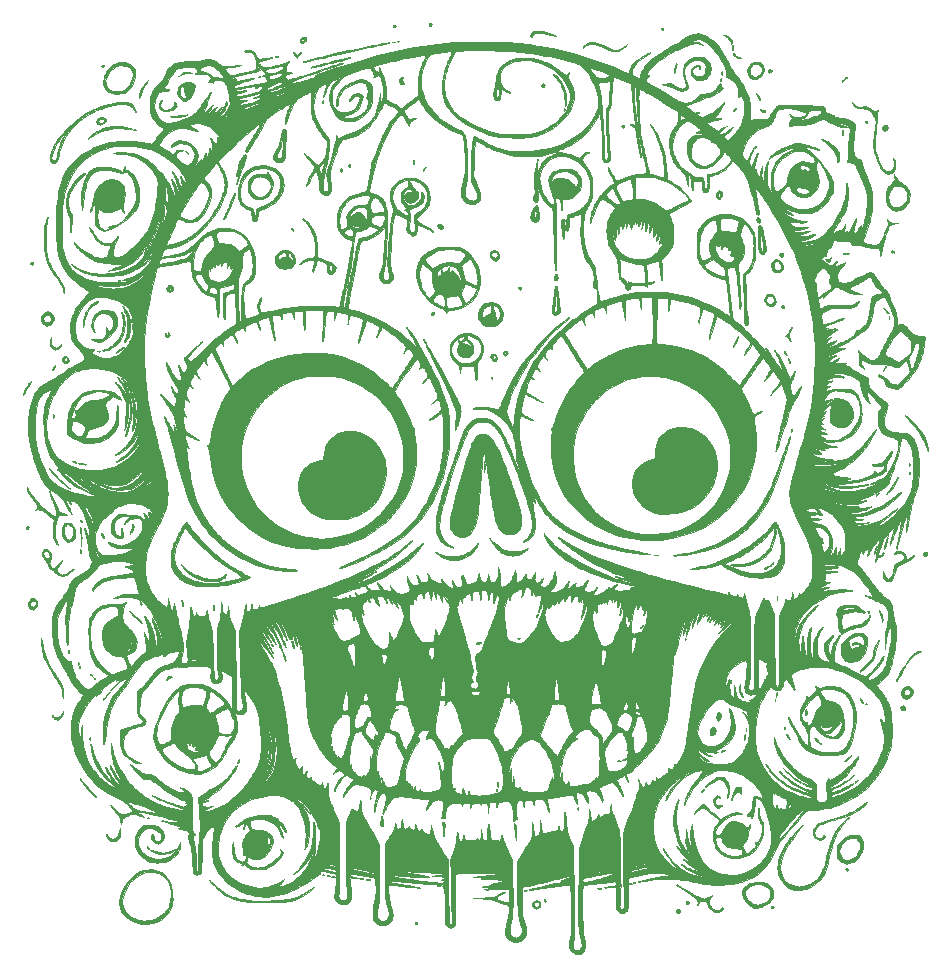
<source format=gbr>
%TF.GenerationSoftware,KiCad,Pcbnew,7.0.1*%
%TF.CreationDate,2023-09-06T21:44:51-07:00*%
%TF.ProjectId,skull_05,736b756c-6c5f-4303-952e-6b696361645f,rev?*%
%TF.SameCoordinates,Original*%
%TF.FileFunction,Soldermask,Bot*%
%TF.FilePolarity,Negative*%
%FSLAX46Y46*%
G04 Gerber Fmt 4.6, Leading zero omitted, Abs format (unit mm)*
G04 Created by KiCad (PCBNEW 7.0.1) date 2023-09-06 21:44:51*
%MOMM*%
%LPD*%
G01*
G04 APERTURE LIST*
%ADD10C,0.010000*%
G04 APERTURE END LIST*
%TO.C,G\u002A\u002A\u002A*%
D10*
X19056520Y-70487715D02*
X19070564Y-70536849D01*
X19075500Y-70606232D01*
X19068426Y-70665049D01*
X19050088Y-70690044D01*
X19024812Y-70677803D01*
X19011125Y-70657031D01*
X18997675Y-70602700D01*
X19000438Y-70540021D01*
X19017363Y-70485690D01*
X19037421Y-70469458D01*
X19056520Y-70487715D01*
G36*
X19056520Y-70487715D02*
G01*
X19070564Y-70536849D01*
X19075500Y-70606232D01*
X19068426Y-70665049D01*
X19050088Y-70690044D01*
X19024812Y-70677803D01*
X19011125Y-70657031D01*
X18997675Y-70602700D01*
X19000438Y-70540021D01*
X19017363Y-70485690D01*
X19037421Y-70469458D01*
X19056520Y-70487715D01*
G37*
X33451798Y-14511472D02*
X33468834Y-14532986D01*
X33450510Y-14566842D01*
X33401337Y-14583566D01*
X33330007Y-14581137D01*
X33294209Y-14573576D01*
X33258632Y-14556499D01*
X33259009Y-14536968D01*
X33289458Y-14519012D01*
X33344099Y-14506662D01*
X33396481Y-14503500D01*
X33451798Y-14511472D01*
G36*
X33451798Y-14511472D02*
G01*
X33468834Y-14532986D01*
X33450510Y-14566842D01*
X33401337Y-14583566D01*
X33330007Y-14581137D01*
X33294209Y-14573576D01*
X33258632Y-14556499D01*
X33259009Y-14536968D01*
X33289458Y-14519012D01*
X33344099Y-14506662D01*
X33396481Y-14503500D01*
X33451798Y-14511472D01*
G37*
X34875115Y-12801067D02*
X34922914Y-12809043D01*
X34944363Y-12823505D01*
X34932295Y-12842295D01*
X34890537Y-12855245D01*
X34831605Y-12859773D01*
X34785239Y-12856321D01*
X34750850Y-12842035D01*
X34744669Y-12824410D01*
X34769111Y-12808827D01*
X34818220Y-12801021D01*
X34875115Y-12801067D01*
G36*
X34875115Y-12801067D02*
G01*
X34922914Y-12809043D01*
X34944363Y-12823505D01*
X34932295Y-12842295D01*
X34890537Y-12855245D01*
X34831605Y-12859773D01*
X34785239Y-12856321D01*
X34750850Y-12842035D01*
X34744669Y-12824410D01*
X34769111Y-12808827D01*
X34818220Y-12801021D01*
X34875115Y-12801067D01*
G37*
X38803782Y-82072924D02*
X38843765Y-82088201D01*
X38855750Y-82109834D01*
X38837375Y-82130256D01*
X38793009Y-82144550D01*
X38738793Y-82150722D01*
X38690866Y-82146780D01*
X38666600Y-82133184D01*
X38672318Y-82108498D01*
X38697454Y-82088424D01*
X38750013Y-82072322D01*
X38803782Y-82072924D01*
G36*
X38803782Y-82072924D02*
G01*
X38843765Y-82088201D01*
X38855750Y-82109834D01*
X38837375Y-82130256D01*
X38793009Y-82144550D01*
X38738793Y-82150722D01*
X38690866Y-82146780D01*
X38666600Y-82133184D01*
X38672318Y-82108498D01*
X38697454Y-82088424D01*
X38750013Y-82072322D01*
X38803782Y-82072924D01*
G37*
X77060951Y-67241768D02*
X77076078Y-67293945D01*
X77075367Y-67352158D01*
X77069762Y-67373136D01*
X77047394Y-67413988D01*
X77027785Y-67415438D01*
X77013890Y-67380417D01*
X77008667Y-67312570D01*
X77012580Y-67243867D01*
X77024743Y-67214322D01*
X77033971Y-67213407D01*
X77060951Y-67241768D01*
G36*
X77060951Y-67241768D02*
G01*
X77076078Y-67293945D01*
X77075367Y-67352158D01*
X77069762Y-67373136D01*
X77047394Y-67413988D01*
X77027785Y-67415438D01*
X77013890Y-67380417D01*
X77008667Y-67312570D01*
X77012580Y-67243867D01*
X77024743Y-67214322D01*
X77033971Y-67213407D01*
X77060951Y-67241768D01*
G37*
X17248689Y-63046120D02*
X17263984Y-63086617D01*
X17272194Y-63151267D01*
X17271659Y-63222116D01*
X17261827Y-63275924D01*
X17245332Y-63303901D01*
X17227536Y-63300314D01*
X17219644Y-63272715D01*
X17214307Y-63216335D01*
X17212834Y-63160375D01*
X17218391Y-63083724D01*
X17231917Y-63045397D01*
X17248689Y-63046120D01*
G36*
X17248689Y-63046120D02*
G01*
X17263984Y-63086617D01*
X17272194Y-63151267D01*
X17271659Y-63222116D01*
X17261827Y-63275924D01*
X17245332Y-63303901D01*
X17227536Y-63300314D01*
X17219644Y-63272715D01*
X17214307Y-63216335D01*
X17212834Y-63160375D01*
X17218391Y-63083724D01*
X17231917Y-63045397D01*
X17248689Y-63046120D01*
G37*
X21573856Y-31765136D02*
X21608441Y-31784738D01*
X21605624Y-31805812D01*
X21569926Y-31823926D01*
X21505866Y-31834652D01*
X21502721Y-31834868D01*
X21439761Y-31835697D01*
X21409788Y-31826025D01*
X21403834Y-31810092D01*
X21422392Y-31784116D01*
X21467904Y-31765563D01*
X21525129Y-31758463D01*
X21573856Y-31765136D01*
G36*
X21573856Y-31765136D02*
G01*
X21608441Y-31784738D01*
X21605624Y-31805812D01*
X21569926Y-31823926D01*
X21505866Y-31834652D01*
X21502721Y-31834868D01*
X21439761Y-31835697D01*
X21409788Y-31826025D01*
X21403834Y-31810092D01*
X21422392Y-31784116D01*
X21467904Y-31765563D01*
X21525129Y-31758463D01*
X21573856Y-31765136D01*
G37*
X22578964Y-35088112D02*
X22594549Y-35136420D01*
X22597450Y-35191809D01*
X22587390Y-35239925D01*
X22564093Y-35266413D01*
X22554948Y-35268000D01*
X22536128Y-35253784D01*
X22527073Y-35207249D01*
X22525667Y-35160403D01*
X22529580Y-35091700D01*
X22541743Y-35062155D01*
X22550971Y-35061240D01*
X22578964Y-35088112D01*
G36*
X22578964Y-35088112D02*
G01*
X22594549Y-35136420D01*
X22597450Y-35191809D01*
X22587390Y-35239925D01*
X22564093Y-35266413D01*
X22554948Y-35268000D01*
X22536128Y-35253784D01*
X22527073Y-35207249D01*
X22525667Y-35160403D01*
X22529580Y-35091700D01*
X22541743Y-35062155D01*
X22550971Y-35061240D01*
X22578964Y-35088112D01*
G37*
X22887887Y-19001571D02*
X22918018Y-19025596D01*
X22918713Y-19051967D01*
X22889524Y-19066692D01*
X22836156Y-19074090D01*
X22775928Y-19073973D01*
X22726159Y-19066151D01*
X22705559Y-19054294D01*
X22713178Y-19033894D01*
X22748599Y-19012282D01*
X22798004Y-18995982D01*
X22839253Y-18991158D01*
X22887887Y-19001571D01*
G36*
X22887887Y-19001571D02*
G01*
X22918018Y-19025596D01*
X22918713Y-19051967D01*
X22889524Y-19066692D01*
X22836156Y-19074090D01*
X22775928Y-19073973D01*
X22726159Y-19066151D01*
X22705559Y-19054294D01*
X22713178Y-19033894D01*
X22748599Y-19012282D01*
X22798004Y-18995982D01*
X22839253Y-18991158D01*
X22887887Y-19001571D01*
G37*
X24044406Y-77259740D02*
X24060250Y-77283834D01*
X24041720Y-77303303D01*
X23996362Y-77317417D01*
X23939523Y-77324475D01*
X23886550Y-77322777D01*
X23852789Y-77310620D01*
X23849908Y-77307144D01*
X23853728Y-77282163D01*
X23887970Y-77260300D01*
X23940772Y-77246684D01*
X23992437Y-77245524D01*
X24044406Y-77259740D01*
G36*
X24044406Y-77259740D02*
G01*
X24060250Y-77283834D01*
X24041720Y-77303303D01*
X23996362Y-77317417D01*
X23939523Y-77324475D01*
X23886550Y-77322777D01*
X23852789Y-77310620D01*
X23849908Y-77307144D01*
X23853728Y-77282163D01*
X23887970Y-77260300D01*
X23940772Y-77246684D01*
X23992437Y-77245524D01*
X24044406Y-77259740D01*
G37*
X36168255Y-27369047D02*
X36213128Y-27411572D01*
X36248709Y-27464821D01*
X36262834Y-27513508D01*
X36247806Y-27551601D01*
X36211308Y-27564687D01*
X36166217Y-27552502D01*
X36126450Y-27516290D01*
X36101794Y-27463921D01*
X36093690Y-27409929D01*
X36102152Y-27367966D01*
X36126261Y-27351667D01*
X36168255Y-27369047D01*
G36*
X36168255Y-27369047D02*
G01*
X36213128Y-27411572D01*
X36248709Y-27464821D01*
X36262834Y-27513508D01*
X36247806Y-27551601D01*
X36211308Y-27564687D01*
X36166217Y-27552502D01*
X36126450Y-27516290D01*
X36101794Y-27463921D01*
X36093690Y-27409929D01*
X36102152Y-27367966D01*
X36126261Y-27351667D01*
X36168255Y-27369047D01*
G37*
X37284606Y-13199460D02*
X37313898Y-13219572D01*
X37310981Y-13245199D01*
X37297420Y-13256709D01*
X37252561Y-13271371D01*
X37195091Y-13274734D01*
X37143741Y-13267258D01*
X37118621Y-13252300D01*
X37119422Y-13223645D01*
X37154710Y-13202070D01*
X37216733Y-13191809D01*
X37229959Y-13191491D01*
X37284606Y-13199460D01*
G36*
X37284606Y-13199460D02*
G01*
X37313898Y-13219572D01*
X37310981Y-13245199D01*
X37297420Y-13256709D01*
X37252561Y-13271371D01*
X37195091Y-13274734D01*
X37143741Y-13267258D01*
X37118621Y-13252300D01*
X37119422Y-13223645D01*
X37154710Y-13202070D01*
X37216733Y-13191809D01*
X37229959Y-13191491D01*
X37284606Y-13199460D01*
G37*
X39694080Y-82243203D02*
X39742191Y-82260693D01*
X39755334Y-82281431D01*
X39736028Y-82291057D01*
X39685516Y-82297865D01*
X39617750Y-82300334D01*
X39547686Y-82297681D01*
X39498132Y-82290742D01*
X39480167Y-82281431D01*
X39499817Y-82256689D01*
X39553774Y-82241094D01*
X39617750Y-82236834D01*
X39694080Y-82243203D01*
G36*
X39694080Y-82243203D02*
G01*
X39742191Y-82260693D01*
X39755334Y-82281431D01*
X39736028Y-82291057D01*
X39685516Y-82297865D01*
X39617750Y-82300334D01*
X39547686Y-82297681D01*
X39498132Y-82290742D01*
X39480167Y-82281431D01*
X39499817Y-82256689D01*
X39553774Y-82241094D01*
X39617750Y-82236834D01*
X39694080Y-82243203D01*
G37*
X42771026Y-75472670D02*
X42791380Y-75506348D01*
X42799172Y-75565179D01*
X42798274Y-75588864D01*
X42785703Y-75645576D01*
X42762184Y-75671667D01*
X42733219Y-75661497D01*
X42721654Y-75628620D01*
X42718866Y-75574901D01*
X42723971Y-75518955D01*
X42736082Y-75479398D01*
X42742200Y-75472621D01*
X42771026Y-75472670D01*
G36*
X42771026Y-75472670D02*
G01*
X42791380Y-75506348D01*
X42799172Y-75565179D01*
X42798274Y-75588864D01*
X42785703Y-75645576D01*
X42762184Y-75671667D01*
X42733219Y-75661497D01*
X42721654Y-75628620D01*
X42718866Y-75574901D01*
X42723971Y-75518955D01*
X42736082Y-75479398D01*
X42742200Y-75472621D01*
X42771026Y-75472670D01*
G37*
X44847038Y-11576894D02*
X44888094Y-11591033D01*
X44893542Y-11598375D01*
X44885743Y-11613905D01*
X44845975Y-11622354D01*
X44771834Y-11624834D01*
X44696095Y-11622203D01*
X44657294Y-11613571D01*
X44650125Y-11598375D01*
X44677108Y-11581138D01*
X44740273Y-11572620D01*
X44771834Y-11571917D01*
X44847038Y-11576894D01*
G36*
X44847038Y-11576894D02*
G01*
X44888094Y-11591033D01*
X44893542Y-11598375D01*
X44885743Y-11613905D01*
X44845975Y-11622354D01*
X44771834Y-11624834D01*
X44696095Y-11622203D01*
X44657294Y-11613571D01*
X44650125Y-11598375D01*
X44677108Y-11581138D01*
X44740273Y-11572620D01*
X44771834Y-11571917D01*
X44847038Y-11576894D01*
G37*
X45198921Y-11479464D02*
X45241299Y-11492235D01*
X45249546Y-11500200D01*
X45250045Y-11528787D01*
X45218100Y-11548733D01*
X45163127Y-11557717D01*
X45094543Y-11553415D01*
X45061751Y-11546526D01*
X45036272Y-11532351D01*
X45048468Y-11506648D01*
X45084593Y-11487245D01*
X45140715Y-11477992D01*
X45198921Y-11479464D01*
G36*
X45198921Y-11479464D02*
G01*
X45241299Y-11492235D01*
X45249546Y-11500200D01*
X45250045Y-11528787D01*
X45218100Y-11548733D01*
X45163127Y-11557717D01*
X45094543Y-11553415D01*
X45061751Y-11546526D01*
X45036272Y-11532351D01*
X45048468Y-11506648D01*
X45084593Y-11487245D01*
X45140715Y-11477992D01*
X45198921Y-11479464D01*
G37*
X48592798Y-72553112D02*
X48608383Y-72601420D01*
X48611283Y-72656809D01*
X48601223Y-72704925D01*
X48577927Y-72731413D01*
X48568781Y-72733000D01*
X48549961Y-72718784D01*
X48540906Y-72672249D01*
X48539500Y-72625403D01*
X48543413Y-72556700D01*
X48555576Y-72527155D01*
X48564804Y-72526240D01*
X48592798Y-72553112D01*
G36*
X48592798Y-72553112D02*
G01*
X48608383Y-72601420D01*
X48611283Y-72656809D01*
X48601223Y-72704925D01*
X48577927Y-72731413D01*
X48568781Y-72733000D01*
X48549961Y-72718784D01*
X48540906Y-72672249D01*
X48539500Y-72625403D01*
X48543413Y-72556700D01*
X48555576Y-72527155D01*
X48564804Y-72526240D01*
X48592798Y-72553112D01*
G37*
X49895741Y-74742272D02*
X49910846Y-74795605D01*
X49915334Y-74861981D01*
X49905692Y-74913906D01*
X49883029Y-74935471D01*
X49856740Y-74922937D01*
X49841099Y-74891525D01*
X49835756Y-74845466D01*
X49840886Y-74791153D01*
X49853468Y-74744870D01*
X49870482Y-74722900D01*
X49872417Y-74722667D01*
X49895741Y-74742272D01*
G36*
X49895741Y-74742272D02*
G01*
X49910846Y-74795605D01*
X49915334Y-74861981D01*
X49905692Y-74913906D01*
X49883029Y-74935471D01*
X49856740Y-74922937D01*
X49841099Y-74891525D01*
X49835756Y-74845466D01*
X49840886Y-74791153D01*
X49853468Y-74744870D01*
X49870482Y-74722900D01*
X49872417Y-74722667D01*
X49895741Y-74742272D01*
G37*
X53058204Y-39933264D02*
X53058376Y-39933307D01*
X53106954Y-39963814D01*
X53125705Y-40015707D01*
X53111928Y-40072034D01*
X53084630Y-40107943D01*
X53055196Y-40107736D01*
X53016153Y-40070511D01*
X53007203Y-40059396D01*
X52970706Y-39997425D01*
X52968338Y-39952547D01*
X52998154Y-39929561D01*
X53058204Y-39933264D01*
G36*
X53058204Y-39933264D02*
G01*
X53058376Y-39933307D01*
X53106954Y-39963814D01*
X53125705Y-40015707D01*
X53111928Y-40072034D01*
X53084630Y-40107943D01*
X53055196Y-40107736D01*
X53016153Y-40070511D01*
X53007203Y-40059396D01*
X52970706Y-39997425D01*
X52968338Y-39952547D01*
X52998154Y-39929561D01*
X53058204Y-39933264D01*
G37*
X60368351Y-76386921D02*
X60383932Y-76430260D01*
X60389861Y-76485456D01*
X60388810Y-76505306D01*
X60375563Y-76556720D01*
X60353495Y-76579889D01*
X60330156Y-76569501D01*
X60321358Y-76552747D01*
X60309638Y-76491739D01*
X60312235Y-76424422D01*
X60327382Y-76376099D01*
X60347905Y-76365510D01*
X60368351Y-76386921D01*
G36*
X60368351Y-76386921D02*
G01*
X60383932Y-76430260D01*
X60389861Y-76485456D01*
X60388810Y-76505306D01*
X60375563Y-76556720D01*
X60353495Y-76579889D01*
X60330156Y-76569501D01*
X60321358Y-76552747D01*
X60309638Y-76491739D01*
X60312235Y-76424422D01*
X60327382Y-76376099D01*
X60347905Y-76365510D01*
X60368351Y-76386921D01*
G37*
X65581286Y-82644286D02*
X65590851Y-82647269D01*
X65618802Y-82668032D01*
X65610489Y-82690265D01*
X65571503Y-82709079D01*
X65508221Y-82719535D01*
X65445598Y-82720459D01*
X65415677Y-82711019D01*
X65409334Y-82694036D01*
X65427891Y-82670004D01*
X65473149Y-82651019D01*
X65529487Y-82641105D01*
X65581286Y-82644286D01*
G36*
X65581286Y-82644286D02*
G01*
X65590851Y-82647269D01*
X65618802Y-82668032D01*
X65610489Y-82690265D01*
X65571503Y-82709079D01*
X65508221Y-82719535D01*
X65445598Y-82720459D01*
X65415677Y-82711019D01*
X65409334Y-82694036D01*
X65427891Y-82670004D01*
X65473149Y-82651019D01*
X65529487Y-82641105D01*
X65581286Y-82644286D01*
G37*
X67542467Y-10401700D02*
X67581611Y-10430502D01*
X67602006Y-10473926D01*
X67594239Y-10523318D01*
X67578995Y-10545248D01*
X67530517Y-10582366D01*
X67484980Y-10578743D01*
X67453429Y-10554405D01*
X67423459Y-10501172D01*
X67428946Y-10446265D01*
X67445567Y-10422567D01*
X67493982Y-10396170D01*
X67542467Y-10401700D01*
G36*
X67542467Y-10401700D02*
G01*
X67581611Y-10430502D01*
X67602006Y-10473926D01*
X67594239Y-10523318D01*
X67578995Y-10545248D01*
X67530517Y-10582366D01*
X67484980Y-10578743D01*
X67453429Y-10554405D01*
X67423459Y-10501172D01*
X67428946Y-10446265D01*
X67445567Y-10422567D01*
X67493982Y-10396170D01*
X67542467Y-10401700D01*
G37*
X69441026Y-62053003D02*
X69461380Y-62086681D01*
X69469172Y-62145513D01*
X69468274Y-62169197D01*
X69455703Y-62225910D01*
X69432184Y-62252000D01*
X69403219Y-62241830D01*
X69391654Y-62208954D01*
X69388866Y-62155234D01*
X69393971Y-62099288D01*
X69406082Y-62059732D01*
X69412200Y-62052954D01*
X69441026Y-62053003D01*
G36*
X69441026Y-62053003D02*
G01*
X69461380Y-62086681D01*
X69469172Y-62145513D01*
X69468274Y-62169197D01*
X69455703Y-62225910D01*
X69432184Y-62252000D01*
X69403219Y-62241830D01*
X69391654Y-62208954D01*
X69388866Y-62155234D01*
X69393971Y-62099288D01*
X69406082Y-62059732D01*
X69412200Y-62052954D01*
X69441026Y-62053003D01*
G37*
X70584026Y-35150170D02*
X70604380Y-35183848D01*
X70612172Y-35242679D01*
X70611274Y-35266364D01*
X70599535Y-35320298D01*
X70578864Y-35346680D01*
X70556014Y-35340050D01*
X70544858Y-35320080D01*
X70533131Y-35264602D01*
X70533808Y-35205561D01*
X70545789Y-35161024D01*
X70555200Y-35150121D01*
X70584026Y-35150170D01*
G36*
X70584026Y-35150170D02*
G01*
X70604380Y-35183848D01*
X70612172Y-35242679D01*
X70611274Y-35266364D01*
X70599535Y-35320298D01*
X70578864Y-35346680D01*
X70556014Y-35340050D01*
X70544858Y-35320080D01*
X70533131Y-35264602D01*
X70533808Y-35205561D01*
X70545789Y-35161024D01*
X70555200Y-35150121D01*
X70584026Y-35150170D01*
G37*
X72459874Y-14688395D02*
X72481387Y-14722775D01*
X72494927Y-14775010D01*
X72496143Y-14825640D01*
X72482896Y-14877054D01*
X72460828Y-14900222D01*
X72437489Y-14889835D01*
X72428691Y-14873080D01*
X72418003Y-14822589D01*
X72416165Y-14762584D01*
X72422542Y-14710453D01*
X72435605Y-14684073D01*
X72459874Y-14688395D01*
G36*
X72459874Y-14688395D02*
G01*
X72481387Y-14722775D01*
X72494927Y-14775010D01*
X72496143Y-14825640D01*
X72482896Y-14877054D01*
X72460828Y-14900222D01*
X72437489Y-14889835D01*
X72428691Y-14873080D01*
X72418003Y-14822589D01*
X72416165Y-14762584D01*
X72422542Y-14710453D01*
X72435605Y-14684073D01*
X72459874Y-14688395D01*
G37*
X73281423Y-65652641D02*
X73306032Y-65699113D01*
X73306198Y-65699549D01*
X73318606Y-65760756D01*
X73311989Y-65814968D01*
X73289290Y-65848772D01*
X73272347Y-65853834D01*
X73252556Y-65842085D01*
X73242919Y-65801775D01*
X73241000Y-65748000D01*
X73246345Y-65678989D01*
X73260674Y-65646568D01*
X73281423Y-65652641D01*
G36*
X73281423Y-65652641D02*
G01*
X73306032Y-65699113D01*
X73306198Y-65699549D01*
X73318606Y-65760756D01*
X73311989Y-65814968D01*
X73289290Y-65848772D01*
X73272347Y-65853834D01*
X73252556Y-65842085D01*
X73242919Y-65801775D01*
X73241000Y-65748000D01*
X73246345Y-65678989D01*
X73260674Y-65646568D01*
X73281423Y-65652641D01*
G37*
X77865359Y-69588336D02*
X77885713Y-69622015D01*
X77893505Y-69680846D01*
X77892608Y-69704531D01*
X77880868Y-69758465D01*
X77860197Y-69784847D01*
X77837347Y-69778217D01*
X77826191Y-69758247D01*
X77814465Y-69702768D01*
X77815141Y-69643728D01*
X77827122Y-69599190D01*
X77836533Y-69588288D01*
X77865359Y-69588336D01*
G36*
X77865359Y-69588336D02*
G01*
X77885713Y-69622015D01*
X77893505Y-69680846D01*
X77892608Y-69704531D01*
X77880868Y-69758465D01*
X77860197Y-69784847D01*
X77837347Y-69778217D01*
X77826191Y-69758247D01*
X77814465Y-69702768D01*
X77815141Y-69643728D01*
X77827122Y-69599190D01*
X77836533Y-69588288D01*
X77865359Y-69588336D01*
G37*
X78449738Y-44391636D02*
X78462403Y-44437817D01*
X78464142Y-44505066D01*
X78464106Y-44505605D01*
X78453356Y-44563938D01*
X78434150Y-44595087D01*
X78412062Y-44593656D01*
X78397691Y-44569914D01*
X78385711Y-44506266D01*
X78389746Y-44437355D01*
X78405991Y-44390834D01*
X78429738Y-44373613D01*
X78449738Y-44391636D01*
G36*
X78449738Y-44391636D02*
G01*
X78462403Y-44437817D01*
X78464142Y-44505066D01*
X78464106Y-44505605D01*
X78453356Y-44563938D01*
X78434150Y-44595087D01*
X78412062Y-44593656D01*
X78397691Y-44569914D01*
X78385711Y-44506266D01*
X78389746Y-44437355D01*
X78405991Y-44390834D01*
X78429738Y-44373613D01*
X78449738Y-44391636D01*
G37*
X83174909Y-81591243D02*
X83214055Y-81629243D01*
X83227476Y-81675614D01*
X83209656Y-81719267D01*
X83162605Y-81747467D01*
X83102414Y-81736388D01*
X83054605Y-81706131D01*
X83010020Y-81657022D01*
X83001589Y-81612815D01*
X83029405Y-81580387D01*
X83052780Y-81571717D01*
X83118371Y-81569454D01*
X83174909Y-81591243D01*
G36*
X83174909Y-81591243D02*
G01*
X83214055Y-81629243D01*
X83227476Y-81675614D01*
X83209656Y-81719267D01*
X83162605Y-81747467D01*
X83102414Y-81736388D01*
X83054605Y-81706131D01*
X83010020Y-81657022D01*
X83001589Y-81612815D01*
X83029405Y-81580387D01*
X83052780Y-81571717D01*
X83118371Y-81569454D01*
X83174909Y-81591243D01*
G37*
X84800109Y-67605057D02*
X84826718Y-67619426D01*
X84829750Y-67631834D01*
X84811405Y-67652758D01*
X84767041Y-67666833D01*
X84712662Y-67672306D01*
X84664276Y-67667422D01*
X84639073Y-67652714D01*
X84632535Y-67625551D01*
X84657490Y-67609613D01*
X84718576Y-67602559D01*
X84739724Y-67601915D01*
X84800109Y-67605057D01*
G36*
X84800109Y-67605057D02*
G01*
X84826718Y-67619426D01*
X84829750Y-67631834D01*
X84811405Y-67652758D01*
X84767041Y-67666833D01*
X84712662Y-67672306D01*
X84664276Y-67667422D01*
X84639073Y-67652714D01*
X84632535Y-67625551D01*
X84657490Y-67609613D01*
X84718576Y-67602559D01*
X84739724Y-67601915D01*
X84800109Y-67605057D01*
G37*
X84958219Y-52214177D02*
X84997241Y-52234283D01*
X85009667Y-52256545D01*
X84995514Y-52275575D01*
X84949106Y-52284649D01*
X84903834Y-52286000D01*
X84843463Y-52282099D01*
X84805143Y-52272123D01*
X84798000Y-52264310D01*
X84816514Y-52239426D01*
X84861448Y-52219901D01*
X84916889Y-52210713D01*
X84958219Y-52214177D01*
G36*
X84958219Y-52214177D02*
G01*
X84997241Y-52234283D01*
X85009667Y-52256545D01*
X84995514Y-52275575D01*
X84949106Y-52284649D01*
X84903834Y-52286000D01*
X84843463Y-52282099D01*
X84805143Y-52272123D01*
X84798000Y-52264310D01*
X84816514Y-52239426D01*
X84861448Y-52219901D01*
X84916889Y-52210713D01*
X84958219Y-52214177D01*
G37*
X87344924Y-54281393D02*
X87360880Y-54305542D01*
X87372979Y-54357430D01*
X87376202Y-54388446D01*
X87376926Y-54451791D01*
X87366994Y-54481808D01*
X87352146Y-54487334D01*
X87327002Y-54468768D01*
X87313783Y-54429125D01*
X87309999Y-54358002D01*
X87318102Y-54305435D01*
X87336033Y-54281180D01*
X87344924Y-54281393D01*
G36*
X87344924Y-54281393D02*
G01*
X87360880Y-54305542D01*
X87372979Y-54357430D01*
X87376202Y-54388446D01*
X87376926Y-54451791D01*
X87366994Y-54481808D01*
X87352146Y-54487334D01*
X87327002Y-54468768D01*
X87313783Y-54429125D01*
X87309999Y-54358002D01*
X87318102Y-54305435D01*
X87336033Y-54281180D01*
X87344924Y-54281393D01*
G37*
X88423952Y-47266849D02*
X88445173Y-47311797D01*
X88454912Y-47367277D01*
X88451533Y-47405523D01*
X88430980Y-47451625D01*
X88403227Y-47456549D01*
X88389278Y-47445889D01*
X88379017Y-47416492D01*
X88375254Y-47366248D01*
X88377389Y-47310947D01*
X88384821Y-47266380D01*
X88396787Y-47248334D01*
X88423952Y-47266849D01*
G36*
X88423952Y-47266849D02*
G01*
X88445173Y-47311797D01*
X88454912Y-47367277D01*
X88451533Y-47405523D01*
X88430980Y-47451625D01*
X88403227Y-47456549D01*
X88389278Y-47445889D01*
X88379017Y-47416492D01*
X88375254Y-47366248D01*
X88377389Y-47310947D01*
X88384821Y-47266380D01*
X88396787Y-47248334D01*
X88423952Y-47266849D01*
G37*
X13788830Y-52617656D02*
X13831207Y-52657019D01*
X13843628Y-52695720D01*
X13834551Y-52760931D01*
X13798064Y-52808508D01*
X13745351Y-52833935D01*
X13687600Y-52832695D01*
X13635995Y-52800273D01*
X13623819Y-52784458D01*
X13597884Y-52719712D01*
X13612789Y-52665890D01*
X13660834Y-52626093D01*
X13728240Y-52605900D01*
X13788830Y-52617656D01*
G36*
X13788830Y-52617656D02*
G01*
X13831207Y-52657019D01*
X13843628Y-52695720D01*
X13834551Y-52760931D01*
X13798064Y-52808508D01*
X13745351Y-52833935D01*
X13687600Y-52832695D01*
X13635995Y-52800273D01*
X13623819Y-52784458D01*
X13597884Y-52719712D01*
X13612789Y-52665890D01*
X13660834Y-52626093D01*
X13728240Y-52605900D01*
X13788830Y-52617656D01*
G37*
X14170871Y-30244879D02*
X14193697Y-30264970D01*
X14239838Y-30328308D01*
X14244533Y-30385399D01*
X14216238Y-30429905D01*
X14161033Y-30460240D01*
X14099704Y-30449907D01*
X14047455Y-30411212D01*
X14004400Y-30352714D01*
X13999574Y-30295251D01*
X14017412Y-30250109D01*
X14055926Y-30215762D01*
X14110325Y-30214292D01*
X14170871Y-30244879D01*
G36*
X14170871Y-30244879D02*
G01*
X14193697Y-30264970D01*
X14239838Y-30328308D01*
X14244533Y-30385399D01*
X14216238Y-30429905D01*
X14161033Y-30460240D01*
X14099704Y-30449907D01*
X14047455Y-30411212D01*
X14004400Y-30352714D01*
X13999574Y-30295251D01*
X14017412Y-30250109D01*
X14055926Y-30215762D01*
X14110325Y-30214292D01*
X14170871Y-30244879D01*
G37*
X18068211Y-64098777D02*
X18089658Y-64137222D01*
X18092601Y-64147764D01*
X18100178Y-64211566D01*
X18092427Y-64265219D01*
X18073168Y-64299486D01*
X18046221Y-64305127D01*
X18031719Y-64294997D01*
X18022768Y-64266512D01*
X18017640Y-64212351D01*
X18017167Y-64188722D01*
X18025120Y-64128244D01*
X18044417Y-64097023D01*
X18068211Y-64098777D01*
G36*
X18068211Y-64098777D02*
G01*
X18089658Y-64137222D01*
X18092601Y-64147764D01*
X18100178Y-64211566D01*
X18092427Y-64265219D01*
X18073168Y-64299486D01*
X18046221Y-64305127D01*
X18031719Y-64294997D01*
X18022768Y-64266512D01*
X18017640Y-64212351D01*
X18017167Y-64188722D01*
X18025120Y-64128244D01*
X18044417Y-64097023D01*
X18068211Y-64098777D01*
G37*
X18145749Y-64430966D02*
X18168599Y-64465478D01*
X18183809Y-64516618D01*
X18186500Y-64548100D01*
X18176372Y-64593504D01*
X18152762Y-64627736D01*
X18125832Y-64638595D01*
X18115761Y-64633039D01*
X18105600Y-64602266D01*
X18102035Y-64548752D01*
X18104550Y-64489812D01*
X18112629Y-64442758D01*
X18121938Y-64425740D01*
X18145749Y-64430966D01*
G36*
X18145749Y-64430966D02*
G01*
X18168599Y-64465478D01*
X18183809Y-64516618D01*
X18186500Y-64548100D01*
X18176372Y-64593504D01*
X18152762Y-64627736D01*
X18125832Y-64638595D01*
X18115761Y-64633039D01*
X18105600Y-64602266D01*
X18102035Y-64548752D01*
X18104550Y-64489812D01*
X18112629Y-64442758D01*
X18121938Y-64425740D01*
X18145749Y-64430966D01*
G37*
X18251623Y-52069864D02*
X18293513Y-52110376D01*
X18330401Y-52160329D01*
X18350648Y-52205354D01*
X18351307Y-52219788D01*
X18332254Y-52256643D01*
X18300773Y-52258103D01*
X18263391Y-52226628D01*
X18231248Y-52174571D01*
X18200779Y-52108833D01*
X18189112Y-52072213D01*
X18195232Y-52056423D01*
X18216369Y-52053167D01*
X18251623Y-52069864D01*
G36*
X18251623Y-52069864D02*
G01*
X18293513Y-52110376D01*
X18330401Y-52160329D01*
X18350648Y-52205354D01*
X18351307Y-52219788D01*
X18332254Y-52256643D01*
X18300773Y-52258103D01*
X18263391Y-52226628D01*
X18231248Y-52174571D01*
X18200779Y-52108833D01*
X18189112Y-52072213D01*
X18195232Y-52056423D01*
X18216369Y-52053167D01*
X18251623Y-52069864D01*
G37*
X19836051Y-37737349D02*
X19875332Y-37758001D01*
X19888967Y-37776250D01*
X19871537Y-37790521D01*
X19827122Y-37800078D01*
X19770892Y-37804082D01*
X19718019Y-37801691D01*
X19683674Y-37792062D01*
X19679394Y-37787875D01*
X19684216Y-37765174D01*
X19717842Y-37745547D01*
X19766761Y-37733353D01*
X19817461Y-37732950D01*
X19836051Y-37737349D01*
G36*
X19836051Y-37737349D02*
G01*
X19875332Y-37758001D01*
X19888967Y-37776250D01*
X19871537Y-37790521D01*
X19827122Y-37800078D01*
X19770892Y-37804082D01*
X19718019Y-37801691D01*
X19683674Y-37792062D01*
X19679394Y-37787875D01*
X19684216Y-37765174D01*
X19717842Y-37745547D01*
X19766761Y-37733353D01*
X19817461Y-37732950D01*
X19836051Y-37737349D01*
G37*
X20205506Y-13541029D02*
X20226535Y-13585059D01*
X20209961Y-13640070D01*
X20169323Y-13693875D01*
X20116401Y-13733546D01*
X20067196Y-13736328D01*
X20029449Y-13701853D01*
X20028745Y-13700558D01*
X20008508Y-13639281D01*
X20025151Y-13589113D01*
X20062605Y-13552536D01*
X20121007Y-13516091D01*
X20166399Y-13513885D01*
X20205506Y-13541029D01*
G36*
X20205506Y-13541029D02*
G01*
X20226535Y-13585059D01*
X20209961Y-13640070D01*
X20169323Y-13693875D01*
X20116401Y-13733546D01*
X20067196Y-13736328D01*
X20029449Y-13701853D01*
X20028745Y-13700558D01*
X20008508Y-13639281D01*
X20025151Y-13589113D01*
X20062605Y-13552536D01*
X20121007Y-13516091D01*
X20166399Y-13513885D01*
X20205506Y-13541029D01*
G37*
X25251732Y-77502417D02*
X25290007Y-77519637D01*
X25299070Y-77541867D01*
X25293785Y-77549605D01*
X25262871Y-77560981D01*
X25208371Y-77568208D01*
X25148960Y-77569623D01*
X25112056Y-77565795D01*
X25079976Y-77550669D01*
X25081913Y-77530368D01*
X25111018Y-77510765D01*
X25160444Y-77497736D01*
X25194009Y-77495500D01*
X25251732Y-77502417D01*
G36*
X25251732Y-77502417D02*
G01*
X25290007Y-77519637D01*
X25299070Y-77541867D01*
X25293785Y-77549605D01*
X25262871Y-77560981D01*
X25208371Y-77568208D01*
X25148960Y-77569623D01*
X25112056Y-77565795D01*
X25079976Y-77550669D01*
X25081913Y-77530368D01*
X25111018Y-77510765D01*
X25160444Y-77497736D01*
X25194009Y-77495500D01*
X25251732Y-77502417D01*
G37*
X34444600Y-62546483D02*
X34477194Y-62587123D01*
X34505454Y-62647474D01*
X34518921Y-62695815D01*
X34519887Y-62746601D01*
X34500430Y-62764950D01*
X34467241Y-62750936D01*
X34427009Y-62704636D01*
X34420655Y-62694709D01*
X34391063Y-62628768D01*
X34386326Y-62573742D01*
X34406831Y-62539873D01*
X34414693Y-62536302D01*
X34444600Y-62546483D01*
G36*
X34444600Y-62546483D02*
G01*
X34477194Y-62587123D01*
X34505454Y-62647474D01*
X34518921Y-62695815D01*
X34519887Y-62746601D01*
X34500430Y-62764950D01*
X34467241Y-62750936D01*
X34427009Y-62704636D01*
X34420655Y-62694709D01*
X34391063Y-62628768D01*
X34386326Y-62573742D01*
X34406831Y-62539873D01*
X34414693Y-62536302D01*
X34444600Y-62546483D01*
G37*
X34444600Y-63117983D02*
X34477194Y-63158623D01*
X34505454Y-63218974D01*
X34518921Y-63267315D01*
X34519887Y-63318101D01*
X34500430Y-63336450D01*
X34467241Y-63322436D01*
X34427009Y-63276136D01*
X34420655Y-63266209D01*
X34391063Y-63200268D01*
X34386326Y-63145242D01*
X34406831Y-63111373D01*
X34414693Y-63107802D01*
X34444600Y-63117983D01*
G36*
X34444600Y-63117983D02*
G01*
X34477194Y-63158623D01*
X34505454Y-63218974D01*
X34518921Y-63267315D01*
X34519887Y-63318101D01*
X34500430Y-63336450D01*
X34467241Y-63322436D01*
X34427009Y-63276136D01*
X34420655Y-63266209D01*
X34391063Y-63200268D01*
X34386326Y-63145242D01*
X34406831Y-63111373D01*
X34414693Y-63107802D01*
X34444600Y-63117983D01*
G37*
X36882969Y-62803213D02*
X36905552Y-62848394D01*
X36915864Y-62904522D01*
X36915013Y-62926956D01*
X36899362Y-62974761D01*
X36872382Y-62993283D01*
X36848886Y-62982663D01*
X36838669Y-62953470D01*
X36834613Y-62903308D01*
X36836251Y-62847943D01*
X36843115Y-62803140D01*
X36854738Y-62784667D01*
X36854755Y-62784667D01*
X36882969Y-62803213D01*
G36*
X36882969Y-62803213D02*
G01*
X36905552Y-62848394D01*
X36915864Y-62904522D01*
X36915013Y-62926956D01*
X36899362Y-62974761D01*
X36872382Y-62993283D01*
X36848886Y-62982663D01*
X36838669Y-62953470D01*
X36834613Y-62903308D01*
X36836251Y-62847943D01*
X36843115Y-62803140D01*
X36854738Y-62784667D01*
X36854755Y-62784667D01*
X36882969Y-62803213D01*
G37*
X44883690Y-10170466D02*
X44923484Y-10203804D01*
X44941677Y-10244626D01*
X44931624Y-10285273D01*
X44900225Y-10311755D01*
X44826469Y-10332231D01*
X44752477Y-10322555D01*
X44720952Y-10306023D01*
X44689602Y-10262885D01*
X44693440Y-10214801D01*
X44728859Y-10173757D01*
X44765876Y-10156877D01*
X44828939Y-10152270D01*
X44883690Y-10170466D01*
G36*
X44883690Y-10170466D02*
G01*
X44923484Y-10203804D01*
X44941677Y-10244626D01*
X44931624Y-10285273D01*
X44900225Y-10311755D01*
X44826469Y-10332231D01*
X44752477Y-10322555D01*
X44720952Y-10306023D01*
X44689602Y-10262885D01*
X44693440Y-10214801D01*
X44728859Y-10173757D01*
X44765876Y-10156877D01*
X44828939Y-10152270D01*
X44883690Y-10170466D01*
G37*
X53479436Y-74813453D02*
X53494688Y-74837350D01*
X53506363Y-74889059D01*
X53509535Y-74920113D01*
X53510250Y-74983496D01*
X53500292Y-75013517D01*
X53485545Y-75019000D01*
X53456746Y-75001158D01*
X53443211Y-74973520D01*
X53437865Y-74921289D01*
X53444098Y-74867592D01*
X53458664Y-74826764D01*
X53478320Y-74813144D01*
X53479436Y-74813453D01*
G36*
X53479436Y-74813453D02*
G01*
X53494688Y-74837350D01*
X53506363Y-74889059D01*
X53509535Y-74920113D01*
X53510250Y-74983496D01*
X53500292Y-75013517D01*
X53485545Y-75019000D01*
X53456746Y-75001158D01*
X53443211Y-74973520D01*
X53437865Y-74921289D01*
X53444098Y-74867592D01*
X53458664Y-74826764D01*
X53478320Y-74813144D01*
X53479436Y-74813453D01*
G37*
X59209082Y-17229299D02*
X59231932Y-17263812D01*
X59247142Y-17314952D01*
X59249834Y-17346434D01*
X59239705Y-17391837D01*
X59216095Y-17426069D01*
X59189165Y-17436928D01*
X59179094Y-17431372D01*
X59168933Y-17400599D01*
X59165368Y-17347086D01*
X59167883Y-17288145D01*
X59175963Y-17241091D01*
X59185271Y-17224073D01*
X59209082Y-17229299D01*
G36*
X59209082Y-17229299D02*
G01*
X59231932Y-17263812D01*
X59247142Y-17314952D01*
X59249834Y-17346434D01*
X59239705Y-17391837D01*
X59216095Y-17426069D01*
X59189165Y-17436928D01*
X59179094Y-17431372D01*
X59168933Y-17400599D01*
X59165368Y-17347086D01*
X59167883Y-17288145D01*
X59175963Y-17241091D01*
X59185271Y-17224073D01*
X59209082Y-17229299D01*
G37*
X65184390Y-82738827D02*
X65207748Y-82761494D01*
X65208250Y-82766000D01*
X65189786Y-82786901D01*
X65144548Y-82800722D01*
X65087765Y-82805650D01*
X65034669Y-82799868D01*
X65009599Y-82789673D01*
X64994811Y-82771522D01*
X65015757Y-82751819D01*
X65026452Y-82745840D01*
X65079162Y-82729384D01*
X65136668Y-82727585D01*
X65184390Y-82738827D01*
G36*
X65184390Y-82738827D02*
G01*
X65207748Y-82761494D01*
X65208250Y-82766000D01*
X65189786Y-82786901D01*
X65144548Y-82800722D01*
X65087765Y-82805650D01*
X65034669Y-82799868D01*
X65009599Y-82789673D01*
X64994811Y-82771522D01*
X65015757Y-82751819D01*
X65026452Y-82745840D01*
X65079162Y-82729384D01*
X65136668Y-82727585D01*
X65184390Y-82738827D01*
G37*
X74603391Y-69682048D02*
X74619232Y-69737715D01*
X74622013Y-69807095D01*
X74615282Y-69877681D01*
X74599531Y-69921436D01*
X74577708Y-69931935D01*
X74567797Y-69925242D01*
X74558739Y-69896983D01*
X74554185Y-69844228D01*
X74553849Y-69780787D01*
X74557442Y-69720470D01*
X74564677Y-69677087D01*
X74573251Y-69663834D01*
X74603391Y-69682048D01*
G36*
X74603391Y-69682048D02*
G01*
X74619232Y-69737715D01*
X74622013Y-69807095D01*
X74615282Y-69877681D01*
X74599531Y-69921436D01*
X74577708Y-69931935D01*
X74567797Y-69925242D01*
X74558739Y-69896983D01*
X74554185Y-69844228D01*
X74553849Y-69780787D01*
X74557442Y-69720470D01*
X74564677Y-69677087D01*
X74573251Y-69663834D01*
X74603391Y-69682048D01*
G37*
X84932534Y-59768314D02*
X84972517Y-59810202D01*
X85005679Y-59858327D01*
X85023227Y-59902256D01*
X85020489Y-59926781D01*
X84989999Y-59948816D01*
X84953501Y-59932625D01*
X84915435Y-59881009D01*
X84900875Y-59851324D01*
X84877999Y-59794098D01*
X84866789Y-59754677D01*
X84867285Y-59744993D01*
X84894526Y-59743100D01*
X84932534Y-59768314D01*
G36*
X84932534Y-59768314D02*
G01*
X84972517Y-59810202D01*
X85005679Y-59858327D01*
X85023227Y-59902256D01*
X85020489Y-59926781D01*
X84989999Y-59948816D01*
X84953501Y-59932625D01*
X84915435Y-59881009D01*
X84900875Y-59851324D01*
X84877999Y-59794098D01*
X84866789Y-59754677D01*
X84867285Y-59744993D01*
X84894526Y-59743100D01*
X84932534Y-59768314D01*
G37*
X88416361Y-47986586D02*
X88438440Y-48021353D01*
X88455204Y-48068347D01*
X88459834Y-48102916D01*
X88449326Y-48139665D01*
X88425615Y-48173717D01*
X88400415Y-48190717D01*
X88390461Y-48187905D01*
X88379442Y-48156186D01*
X88375457Y-48101975D01*
X88378017Y-48042592D01*
X88386632Y-47995359D01*
X88396373Y-47978559D01*
X88416361Y-47986586D01*
G36*
X88416361Y-47986586D02*
G01*
X88438440Y-48021353D01*
X88455204Y-48068347D01*
X88459834Y-48102916D01*
X88449326Y-48139665D01*
X88425615Y-48173717D01*
X88400415Y-48190717D01*
X88390461Y-48187905D01*
X88379442Y-48156186D01*
X88375457Y-48101975D01*
X88378017Y-48042592D01*
X88386632Y-47995359D01*
X88396373Y-47978559D01*
X88416361Y-47986586D01*
G37*
X38774442Y-16510433D02*
X38790196Y-16551366D01*
X38797849Y-16609016D01*
X38794708Y-16670620D01*
X38792250Y-16683667D01*
X38773587Y-16732329D01*
X38750253Y-16746125D01*
X38728383Y-16721857D01*
X38726750Y-16717838D01*
X38719522Y-16673066D01*
X38721071Y-16613119D01*
X38729489Y-16553753D01*
X38742865Y-16510721D01*
X38753280Y-16498982D01*
X38774442Y-16510433D01*
G36*
X38774442Y-16510433D02*
G01*
X38790196Y-16551366D01*
X38797849Y-16609016D01*
X38794708Y-16670620D01*
X38792250Y-16683667D01*
X38773587Y-16732329D01*
X38750253Y-16746125D01*
X38728383Y-16721857D01*
X38726750Y-16717838D01*
X38719522Y-16673066D01*
X38721071Y-16613119D01*
X38729489Y-16553753D01*
X38742865Y-16510721D01*
X38753280Y-16498982D01*
X38774442Y-16510433D01*
G37*
X39282656Y-82158747D02*
X39322110Y-82174916D01*
X39334451Y-82195314D01*
X39328828Y-82204019D01*
X39297785Y-82214643D01*
X39242408Y-82222099D01*
X39180667Y-82224724D01*
X39136209Y-82221853D01*
X39087831Y-82208131D01*
X39076279Y-82190592D01*
X39096723Y-82172960D01*
X39144332Y-82158956D01*
X39214275Y-82152301D01*
X39226649Y-82152167D01*
X39282656Y-82158747D01*
G36*
X39282656Y-82158747D02*
G01*
X39322110Y-82174916D01*
X39334451Y-82195314D01*
X39328828Y-82204019D01*
X39297785Y-82214643D01*
X39242408Y-82222099D01*
X39180667Y-82224724D01*
X39136209Y-82221853D01*
X39087831Y-82208131D01*
X39076279Y-82190592D01*
X39096723Y-82172960D01*
X39144332Y-82158956D01*
X39214275Y-82152301D01*
X39226649Y-82152167D01*
X39282656Y-82158747D01*
G37*
X40373411Y-22311040D02*
X40409317Y-22361762D01*
X40418556Y-22420688D01*
X40404492Y-22486170D01*
X40368794Y-22535246D01*
X40321201Y-22562591D01*
X40271451Y-22562877D01*
X40229285Y-22530778D01*
X40226092Y-22525954D01*
X40203426Y-22460071D01*
X40208411Y-22392204D01*
X40236460Y-22334396D01*
X40282989Y-22298689D01*
X40314859Y-22292834D01*
X40373411Y-22311040D01*
G36*
X40373411Y-22311040D02*
G01*
X40409317Y-22361762D01*
X40418556Y-22420688D01*
X40404492Y-22486170D01*
X40368794Y-22535246D01*
X40321201Y-22562591D01*
X40271451Y-22562877D01*
X40229285Y-22530778D01*
X40226092Y-22525954D01*
X40203426Y-22460071D01*
X40208411Y-22392204D01*
X40236460Y-22334396D01*
X40282989Y-22298689D01*
X40314859Y-22292834D01*
X40373411Y-22311040D01*
G37*
X42134209Y-82405171D02*
X42189011Y-82418003D01*
X42203199Y-82440601D01*
X42199180Y-82449963D01*
X42172489Y-82460647D01*
X42117551Y-82466963D01*
X42048229Y-82468871D01*
X41978385Y-82466333D01*
X41921884Y-82459309D01*
X41896199Y-82450822D01*
X41879784Y-82429854D01*
X41904102Y-82414404D01*
X41967860Y-82404918D01*
X42038481Y-82402014D01*
X42134209Y-82405171D01*
G36*
X42134209Y-82405171D02*
G01*
X42189011Y-82418003D01*
X42203199Y-82440601D01*
X42199180Y-82449963D01*
X42172489Y-82460647D01*
X42117551Y-82466963D01*
X42048229Y-82468871D01*
X41978385Y-82466333D01*
X41921884Y-82459309D01*
X41896199Y-82450822D01*
X41879784Y-82429854D01*
X41904102Y-82414404D01*
X41967860Y-82404918D01*
X42038481Y-82402014D01*
X42134209Y-82405171D01*
G37*
X46708858Y-86089395D02*
X46736143Y-86134575D01*
X46735513Y-86188152D01*
X46708205Y-86230894D01*
X46699392Y-86236589D01*
X46663376Y-86254280D01*
X46639550Y-86252916D01*
X46608042Y-86235638D01*
X46579009Y-86197249D01*
X46571000Y-86152018D01*
X46579850Y-86103327D01*
X46613363Y-86079705D01*
X46624192Y-86076623D01*
X46678993Y-86075979D01*
X46708858Y-86089395D01*
G36*
X46708858Y-86089395D02*
G01*
X46736143Y-86134575D01*
X46735513Y-86188152D01*
X46708205Y-86230894D01*
X46699392Y-86236589D01*
X46663376Y-86254280D01*
X46639550Y-86252916D01*
X46608042Y-86235638D01*
X46579009Y-86197249D01*
X46571000Y-86152018D01*
X46579850Y-86103327D01*
X46613363Y-86079705D01*
X46624192Y-86076623D01*
X46678993Y-86075979D01*
X46708858Y-86089395D01*
G37*
X47902975Y-10012308D02*
X47947294Y-10056161D01*
X47967211Y-10114453D01*
X47957746Y-10175079D01*
X47929292Y-10213970D01*
X47870326Y-10243653D01*
X47803488Y-10244514D01*
X47747900Y-10216370D01*
X47747262Y-10215738D01*
X47722339Y-10170281D01*
X47714000Y-10122000D01*
X47731534Y-10051764D01*
X47779919Y-10007469D01*
X47839232Y-9995000D01*
X47902975Y-10012308D01*
G36*
X47902975Y-10012308D02*
G01*
X47947294Y-10056161D01*
X47967211Y-10114453D01*
X47957746Y-10175079D01*
X47929292Y-10213970D01*
X47870326Y-10243653D01*
X47803488Y-10244514D01*
X47747900Y-10216370D01*
X47747262Y-10215738D01*
X47722339Y-10170281D01*
X47714000Y-10122000D01*
X47731534Y-10051764D01*
X47779919Y-10007469D01*
X47839232Y-9995000D01*
X47902975Y-10012308D01*
G37*
X55389969Y-62036227D02*
X55438546Y-62043860D01*
X55453332Y-62050276D01*
X55456277Y-62072619D01*
X55425430Y-62091802D01*
X55369328Y-62104118D01*
X55323417Y-62106685D01*
X55261043Y-62101955D01*
X55213943Y-62090256D01*
X55207613Y-62086994D01*
X55187191Y-62063575D01*
X55206132Y-62046029D01*
X55261718Y-62035619D01*
X55323417Y-62033250D01*
X55389969Y-62036227D01*
G36*
X55389969Y-62036227D02*
G01*
X55438546Y-62043860D01*
X55453332Y-62050276D01*
X55456277Y-62072619D01*
X55425430Y-62091802D01*
X55369328Y-62104118D01*
X55323417Y-62106685D01*
X55261043Y-62101955D01*
X55213943Y-62090256D01*
X55207613Y-62086994D01*
X55187191Y-62063575D01*
X55206132Y-62046029D01*
X55261718Y-62035619D01*
X55323417Y-62033250D01*
X55389969Y-62036227D01*
G37*
X55959333Y-83385750D02*
X56007097Y-83399133D01*
X56033525Y-83415947D01*
X56031887Y-83428559D01*
X55998732Y-83440178D01*
X55940072Y-83448133D01*
X55872684Y-83450810D01*
X55826125Y-83448341D01*
X55772733Y-83436390D01*
X55756281Y-83419607D01*
X55772310Y-83402004D01*
X55816361Y-83387591D01*
X55883975Y-83380378D01*
X55901940Y-83380158D01*
X55959333Y-83385750D01*
G36*
X55959333Y-83385750D02*
G01*
X56007097Y-83399133D01*
X56033525Y-83415947D01*
X56031887Y-83428559D01*
X55998732Y-83440178D01*
X55940072Y-83448133D01*
X55872684Y-83450810D01*
X55826125Y-83448341D01*
X55772733Y-83436390D01*
X55756281Y-83419607D01*
X55772310Y-83402004D01*
X55816361Y-83387591D01*
X55883975Y-83380378D01*
X55901940Y-83380158D01*
X55959333Y-83385750D01*
G37*
X57488133Y-15126202D02*
X57523651Y-15183417D01*
X57535334Y-15265253D01*
X57518960Y-15339611D01*
X57473824Y-15386720D01*
X57405900Y-15403523D01*
X57321163Y-15386967D01*
X57307792Y-15381597D01*
X57254086Y-15341079D01*
X57237070Y-15285369D01*
X57257142Y-15221069D01*
X57295232Y-15172708D01*
X57368204Y-15118643D01*
X57434411Y-15103876D01*
X57488133Y-15126202D01*
G36*
X57488133Y-15126202D02*
G01*
X57523651Y-15183417D01*
X57535334Y-15265253D01*
X57518960Y-15339611D01*
X57473824Y-15386720D01*
X57405900Y-15403523D01*
X57321163Y-15386967D01*
X57307792Y-15381597D01*
X57254086Y-15341079D01*
X57237070Y-15285369D01*
X57257142Y-15221069D01*
X57295232Y-15172708D01*
X57368204Y-15118643D01*
X57434411Y-15103876D01*
X57488133Y-15126202D01*
G37*
X57584300Y-84207094D02*
X57610843Y-84246740D01*
X57617379Y-84294052D01*
X57597136Y-84337475D01*
X57586215Y-84347023D01*
X57550696Y-84369148D01*
X57535334Y-84374667D01*
X57509660Y-84363546D01*
X57484452Y-84347023D01*
X57456867Y-84304314D01*
X57458606Y-84250819D01*
X57488004Y-84204594D01*
X57498292Y-84197020D01*
X57544526Y-84186669D01*
X57584300Y-84207094D01*
G36*
X57584300Y-84207094D02*
G01*
X57610843Y-84246740D01*
X57617379Y-84294052D01*
X57597136Y-84337475D01*
X57586215Y-84347023D01*
X57550696Y-84369148D01*
X57535334Y-84374667D01*
X57509660Y-84363546D01*
X57484452Y-84347023D01*
X57456867Y-84304314D01*
X57458606Y-84250819D01*
X57488004Y-84204594D01*
X57498292Y-84197020D01*
X57544526Y-84186669D01*
X57584300Y-84207094D01*
G37*
X63878522Y-72422595D02*
X63946563Y-72438648D01*
X63973154Y-72456244D01*
X63958982Y-72472867D01*
X63904735Y-72485998D01*
X63859921Y-72490686D01*
X63794151Y-72492499D01*
X63741801Y-72488779D01*
X63731875Y-72486651D01*
X63696666Y-72469007D01*
X63696290Y-72450160D01*
X63723475Y-72433288D01*
X63770949Y-72421566D01*
X63831438Y-72418172D01*
X63878522Y-72422595D01*
G36*
X63878522Y-72422595D02*
G01*
X63946563Y-72438648D01*
X63973154Y-72456244D01*
X63958982Y-72472867D01*
X63904735Y-72485998D01*
X63859921Y-72490686D01*
X63794151Y-72492499D01*
X63741801Y-72488779D01*
X63731875Y-72486651D01*
X63696666Y-72469007D01*
X63696290Y-72450160D01*
X63723475Y-72433288D01*
X63770949Y-72421566D01*
X63831438Y-72418172D01*
X63878522Y-72422595D01*
G37*
X64246803Y-18627326D02*
X64278476Y-18675422D01*
X64286665Y-18731830D01*
X64265851Y-18785568D01*
X64240457Y-18809717D01*
X64178617Y-18839009D01*
X64120291Y-18831582D01*
X64068105Y-18798797D01*
X64023803Y-18745422D01*
X64019321Y-18691288D01*
X64052672Y-18642293D01*
X64121871Y-18604333D01*
X64135078Y-18599998D01*
X64197164Y-18598524D01*
X64246803Y-18627326D01*
G36*
X64246803Y-18627326D02*
G01*
X64278476Y-18675422D01*
X64286665Y-18731830D01*
X64265851Y-18785568D01*
X64240457Y-18809717D01*
X64178617Y-18839009D01*
X64120291Y-18831582D01*
X64068105Y-18798797D01*
X64023803Y-18745422D01*
X64019321Y-18691288D01*
X64052672Y-18642293D01*
X64121871Y-18604333D01*
X64135078Y-18599998D01*
X64197164Y-18598524D01*
X64246803Y-18627326D01*
G37*
X65878121Y-60955139D02*
X65870658Y-60982189D01*
X65843954Y-61027146D01*
X65799996Y-61084641D01*
X65777789Y-61110211D01*
X65712351Y-61175998D01*
X65662372Y-61211827D01*
X65630924Y-61216116D01*
X65621000Y-61190879D01*
X65637094Y-61159779D01*
X65681934Y-61108701D01*
X65750360Y-61043016D01*
X65827375Y-60976235D01*
X65864356Y-60951365D01*
X65878121Y-60955139D01*
G36*
X65878121Y-60955139D02*
G01*
X65870658Y-60982189D01*
X65843954Y-61027146D01*
X65799996Y-61084641D01*
X65777789Y-61110211D01*
X65712351Y-61175998D01*
X65662372Y-61211827D01*
X65630924Y-61216116D01*
X65621000Y-61190879D01*
X65637094Y-61159779D01*
X65681934Y-61108701D01*
X65750360Y-61043016D01*
X65827375Y-60976235D01*
X65864356Y-60951365D01*
X65878121Y-60955139D01*
G37*
X76860443Y-84770135D02*
X76903839Y-84804069D01*
X76920113Y-84846004D01*
X76916150Y-84892993D01*
X76882684Y-84920246D01*
X76871111Y-84924990D01*
X76809515Y-84942596D01*
X76758923Y-84937446D01*
X76716577Y-84919865D01*
X76678924Y-84886418D01*
X76674243Y-84842312D01*
X76697477Y-84792703D01*
X76744658Y-84764263D01*
X76803181Y-84756804D01*
X76860443Y-84770135D01*
G36*
X76860443Y-84770135D02*
G01*
X76903839Y-84804069D01*
X76920113Y-84846004D01*
X76916150Y-84892993D01*
X76882684Y-84920246D01*
X76871111Y-84924990D01*
X76809515Y-84942596D01*
X76758923Y-84937446D01*
X76716577Y-84919865D01*
X76678924Y-84886418D01*
X76674243Y-84842312D01*
X76697477Y-84792703D01*
X76744658Y-84764263D01*
X76803181Y-84756804D01*
X76860443Y-84770135D01*
G37*
X77222926Y-58550790D02*
X77231986Y-58579810D01*
X77239777Y-58641179D01*
X77237321Y-58707730D01*
X77226454Y-58764778D01*
X77209010Y-58797640D01*
X77204459Y-58800170D01*
X77189336Y-58792477D01*
X77180874Y-58753571D01*
X77178018Y-58678244D01*
X77178000Y-58669514D01*
X77181918Y-58592348D01*
X77192191Y-58544380D01*
X77206600Y-58529298D01*
X77222926Y-58550790D01*
G36*
X77222926Y-58550790D02*
G01*
X77231986Y-58579810D01*
X77239777Y-58641179D01*
X77237321Y-58707730D01*
X77226454Y-58764778D01*
X77209010Y-58797640D01*
X77204459Y-58800170D01*
X77189336Y-58792477D01*
X77180874Y-58753571D01*
X77178018Y-58678244D01*
X77178000Y-58669514D01*
X77181918Y-58592348D01*
X77192191Y-58544380D01*
X77206600Y-58529298D01*
X77222926Y-58550790D01*
G37*
X84830025Y-18271395D02*
X84857310Y-18316575D01*
X84856680Y-18370152D01*
X84829372Y-18412894D01*
X84820558Y-18418589D01*
X84784543Y-18436280D01*
X84760716Y-18434916D01*
X84729209Y-18417638D01*
X84700175Y-18379249D01*
X84692167Y-18334018D01*
X84701017Y-18285327D01*
X84734530Y-18261705D01*
X84745358Y-18258623D01*
X84800159Y-18257979D01*
X84830025Y-18271395D01*
G36*
X84830025Y-18271395D02*
G01*
X84857310Y-18316575D01*
X84856680Y-18370152D01*
X84829372Y-18412894D01*
X84820558Y-18418589D01*
X84784543Y-18436280D01*
X84760716Y-18434916D01*
X84729209Y-18417638D01*
X84700175Y-18379249D01*
X84692167Y-18334018D01*
X84701017Y-18285327D01*
X84734530Y-18261705D01*
X84745358Y-18258623D01*
X84800159Y-18257979D01*
X84830025Y-18271395D01*
G37*
X85827958Y-49778957D02*
X85795108Y-49832357D01*
X85750008Y-49892266D01*
X85694328Y-49952792D01*
X85643740Y-49990459D01*
X85604605Y-50002343D01*
X85583283Y-49985519D01*
X85581167Y-49969900D01*
X85596205Y-49940338D01*
X85634937Y-49896051D01*
X85671125Y-49862328D01*
X85752034Y-49796357D01*
X85805653Y-49760666D01*
X85831217Y-49754963D01*
X85827958Y-49778957D01*
G36*
X85827958Y-49778957D02*
G01*
X85795108Y-49832357D01*
X85750008Y-49892266D01*
X85694328Y-49952792D01*
X85643740Y-49990459D01*
X85604605Y-50002343D01*
X85583283Y-49985519D01*
X85581167Y-49969900D01*
X85596205Y-49940338D01*
X85634937Y-49896051D01*
X85671125Y-49862328D01*
X85752034Y-49796357D01*
X85805653Y-49760666D01*
X85831217Y-49754963D01*
X85827958Y-49778957D01*
G37*
X86720438Y-34808557D02*
X86727907Y-34884728D01*
X86728709Y-34920989D01*
X86724373Y-35000755D01*
X86711085Y-35052836D01*
X86690901Y-35071753D01*
X86675131Y-35063742D01*
X86666199Y-35034488D01*
X86661629Y-34978551D01*
X86661167Y-34910079D01*
X86664559Y-34843219D01*
X86671553Y-34792118D01*
X86680371Y-34771487D01*
X86704801Y-34771458D01*
X86720438Y-34808557D01*
G36*
X86720438Y-34808557D02*
G01*
X86727907Y-34884728D01*
X86728709Y-34920989D01*
X86724373Y-35000755D01*
X86711085Y-35052836D01*
X86690901Y-35071753D01*
X86675131Y-35063742D01*
X86666199Y-35034488D01*
X86661629Y-34978551D01*
X86661167Y-34910079D01*
X86664559Y-34843219D01*
X86671553Y-34792118D01*
X86680371Y-34771487D01*
X86704801Y-34771458D01*
X86720438Y-34808557D01*
G37*
X15955633Y-43131323D02*
X15964828Y-43195838D01*
X15967735Y-43293533D01*
X15964159Y-43379533D01*
X15954554Y-43440551D01*
X15940605Y-43471733D01*
X15923996Y-43468227D01*
X15913894Y-43448608D01*
X15905367Y-43403405D01*
X15901437Y-43334577D01*
X15901854Y-43257009D01*
X15906369Y-43185588D01*
X15914731Y-43135199D01*
X15919345Y-43123865D01*
X15940390Y-43107043D01*
X15955633Y-43131323D01*
G36*
X15955633Y-43131323D02*
G01*
X15964828Y-43195838D01*
X15967735Y-43293533D01*
X15964159Y-43379533D01*
X15954554Y-43440551D01*
X15940605Y-43471733D01*
X15923996Y-43468227D01*
X15913894Y-43448608D01*
X15905367Y-43403405D01*
X15901437Y-43334577D01*
X15901854Y-43257009D01*
X15906369Y-43185588D01*
X15914731Y-43135199D01*
X15919345Y-43123865D01*
X15940390Y-43107043D01*
X15955633Y-43131323D01*
G37*
X18239772Y-54577347D02*
X18255379Y-54633623D01*
X18260707Y-54660465D01*
X18267903Y-54735095D01*
X18262378Y-54799612D01*
X18246737Y-54845621D01*
X18223582Y-54864726D01*
X18200611Y-54854222D01*
X18191680Y-54824325D01*
X18187496Y-54767450D01*
X18187802Y-54698657D01*
X18192345Y-54633007D01*
X18200868Y-54585559D01*
X18205345Y-54575032D01*
X18223813Y-54558926D01*
X18239772Y-54577347D01*
G36*
X18239772Y-54577347D02*
G01*
X18255379Y-54633623D01*
X18260707Y-54660465D01*
X18267903Y-54735095D01*
X18262378Y-54799612D01*
X18246737Y-54845621D01*
X18223582Y-54864726D01*
X18200611Y-54854222D01*
X18191680Y-54824325D01*
X18187496Y-54767450D01*
X18187802Y-54698657D01*
X18192345Y-54633007D01*
X18200868Y-54585559D01*
X18205345Y-54575032D01*
X18223813Y-54558926D01*
X18239772Y-54577347D01*
G37*
X23876499Y-79710380D02*
X23923520Y-79745164D01*
X23976755Y-79792406D01*
X24027157Y-79843326D01*
X24065682Y-79889142D01*
X24083285Y-79921074D01*
X24082606Y-79927743D01*
X24056537Y-79948819D01*
X24020285Y-79937239D01*
X23968598Y-79891112D01*
X23962267Y-79884408D01*
X23892828Y-79805576D01*
X23849113Y-79745974D01*
X23833072Y-79708711D01*
X23844736Y-79696834D01*
X23876499Y-79710380D01*
G36*
X23876499Y-79710380D02*
G01*
X23923520Y-79745164D01*
X23976755Y-79792406D01*
X24027157Y-79843326D01*
X24065682Y-79889142D01*
X24083285Y-79921074D01*
X24082606Y-79927743D01*
X24056537Y-79948819D01*
X24020285Y-79937239D01*
X23968598Y-79891112D01*
X23962267Y-79884408D01*
X23892828Y-79805576D01*
X23849113Y-79745974D01*
X23833072Y-79708711D01*
X23844736Y-79696834D01*
X23876499Y-79710380D01*
G37*
X27141727Y-20804013D02*
X27187586Y-20839776D01*
X27241485Y-20887875D01*
X27293427Y-20938896D01*
X27333415Y-20983425D01*
X27351452Y-21012050D01*
X27351667Y-21013892D01*
X27340162Y-21041780D01*
X27307389Y-21036014D01*
X27255961Y-20997893D01*
X27194878Y-20935878D01*
X27133447Y-20863647D01*
X27102587Y-20817028D01*
X27101029Y-20793733D01*
X27113905Y-20790000D01*
X27141727Y-20804013D01*
G36*
X27141727Y-20804013D02*
G01*
X27187586Y-20839776D01*
X27241485Y-20887875D01*
X27293427Y-20938896D01*
X27333415Y-20983425D01*
X27351452Y-21012050D01*
X27351667Y-21013892D01*
X27340162Y-21041780D01*
X27307389Y-21036014D01*
X27255961Y-20997893D01*
X27194878Y-20935878D01*
X27133447Y-20863647D01*
X27102587Y-20817028D01*
X27101029Y-20793733D01*
X27113905Y-20790000D01*
X27141727Y-20804013D01*
G37*
X31680863Y-72356682D02*
X31682410Y-72360580D01*
X31683035Y-72409255D01*
X31661573Y-72478752D01*
X31622363Y-72556824D01*
X31601030Y-72590125D01*
X31561562Y-72636527D01*
X31534819Y-72643980D01*
X31522276Y-72612400D01*
X31521500Y-72594574D01*
X31533746Y-72532776D01*
X31564360Y-72458162D01*
X31604156Y-72390054D01*
X31636119Y-72353492D01*
X31664472Y-72337596D01*
X31680863Y-72356682D01*
G36*
X31680863Y-72356682D02*
G01*
X31682410Y-72360580D01*
X31683035Y-72409255D01*
X31661573Y-72478752D01*
X31622363Y-72556824D01*
X31601030Y-72590125D01*
X31561562Y-72636527D01*
X31534819Y-72643980D01*
X31522276Y-72612400D01*
X31521500Y-72594574D01*
X31533746Y-72532776D01*
X31564360Y-72458162D01*
X31604156Y-72390054D01*
X31636119Y-72353492D01*
X31664472Y-72337596D01*
X31680863Y-72356682D01*
G37*
X36514687Y-81820659D02*
X36508024Y-81844974D01*
X36475648Y-81890703D01*
X36419942Y-81956739D01*
X36354864Y-82023962D01*
X36305072Y-82060570D01*
X36273442Y-82065083D01*
X36262834Y-82037712D01*
X36277695Y-82010645D01*
X36315591Y-81966708D01*
X36366493Y-81915466D01*
X36420370Y-81866484D01*
X36467191Y-81829326D01*
X36496928Y-81813557D01*
X36497956Y-81813500D01*
X36514687Y-81820659D01*
G36*
X36514687Y-81820659D02*
G01*
X36508024Y-81844974D01*
X36475648Y-81890703D01*
X36419942Y-81956739D01*
X36354864Y-82023962D01*
X36305072Y-82060570D01*
X36273442Y-82065083D01*
X36262834Y-82037712D01*
X36277695Y-82010645D01*
X36315591Y-81966708D01*
X36366493Y-81915466D01*
X36420370Y-81866484D01*
X36467191Y-81829326D01*
X36496928Y-81813557D01*
X36497956Y-81813500D01*
X36514687Y-81820659D01*
G37*
X41063434Y-21958400D02*
X41081382Y-21998713D01*
X41088548Y-22060861D01*
X41083681Y-22125437D01*
X41075986Y-22153519D01*
X41046451Y-22180084D01*
X40998974Y-22185469D01*
X40952932Y-22168479D01*
X40944900Y-22161600D01*
X40924601Y-22116825D01*
X40921024Y-22052718D01*
X40934535Y-21988996D01*
X40941412Y-21973942D01*
X40980070Y-21938978D01*
X41030168Y-21937717D01*
X41063434Y-21958400D01*
G36*
X41063434Y-21958400D02*
G01*
X41081382Y-21998713D01*
X41088548Y-22060861D01*
X41083681Y-22125437D01*
X41075986Y-22153519D01*
X41046451Y-22180084D01*
X40998974Y-22185469D01*
X40952932Y-22168479D01*
X40944900Y-22161600D01*
X40924601Y-22116825D01*
X40921024Y-22052718D01*
X40934535Y-21988996D01*
X40941412Y-21973942D01*
X40980070Y-21938978D01*
X41030168Y-21937717D01*
X41063434Y-21958400D01*
G37*
X42656934Y-82480549D02*
X42716815Y-82495910D01*
X42737718Y-82513846D01*
X42718352Y-82532143D01*
X42692209Y-82540992D01*
X42634606Y-82548920D01*
X42555733Y-82551286D01*
X42476276Y-82548185D01*
X42417042Y-82539743D01*
X42384567Y-82525015D01*
X42386975Y-82509414D01*
X42416904Y-82494757D01*
X42466989Y-82482862D01*
X42529866Y-82475545D01*
X42598172Y-82474624D01*
X42656934Y-82480549D01*
G36*
X42656934Y-82480549D02*
G01*
X42716815Y-82495910D01*
X42737718Y-82513846D01*
X42718352Y-82532143D01*
X42692209Y-82540992D01*
X42634606Y-82548920D01*
X42555733Y-82551286D01*
X42476276Y-82548185D01*
X42417042Y-82539743D01*
X42384567Y-82525015D01*
X42386975Y-82509414D01*
X42416904Y-82494757D01*
X42466989Y-82482862D01*
X42529866Y-82475545D01*
X42598172Y-82474624D01*
X42656934Y-82480549D01*
G37*
X48630627Y-82983958D02*
X48690336Y-82992161D01*
X48728655Y-83003081D01*
X48735535Y-83009417D01*
X48719772Y-83021631D01*
X48674428Y-83030692D01*
X48612174Y-83036105D01*
X48545678Y-83037375D01*
X48487612Y-83034008D01*
X48450643Y-83025507D01*
X48444730Y-83020776D01*
X48448248Y-82995392D01*
X48461154Y-82986957D01*
X48502235Y-82980227D01*
X48563326Y-82979604D01*
X48630627Y-82983958D01*
G36*
X48630627Y-82983958D02*
G01*
X48690336Y-82992161D01*
X48728655Y-83003081D01*
X48735535Y-83009417D01*
X48719772Y-83021631D01*
X48674428Y-83030692D01*
X48612174Y-83036105D01*
X48545678Y-83037375D01*
X48487612Y-83034008D01*
X48450643Y-83025507D01*
X48444730Y-83020776D01*
X48448248Y-82995392D01*
X48461154Y-82986957D01*
X48502235Y-82980227D01*
X48563326Y-82979604D01*
X48630627Y-82983958D01*
G37*
X56956292Y-59995296D02*
X56963337Y-60024064D01*
X56954390Y-60075125D01*
X56929113Y-60142709D01*
X56905131Y-60190309D01*
X56860035Y-60262591D01*
X56825382Y-60298854D01*
X56802951Y-60298040D01*
X56794522Y-60259095D01*
X56794500Y-60255963D01*
X56807952Y-60186615D01*
X56842651Y-60106286D01*
X56890114Y-60034133D01*
X56895583Y-60027709D01*
X56933595Y-59994588D01*
X56956292Y-59995296D01*
G36*
X56956292Y-59995296D02*
G01*
X56963337Y-60024064D01*
X56954390Y-60075125D01*
X56929113Y-60142709D01*
X56905131Y-60190309D01*
X56860035Y-60262591D01*
X56825382Y-60298854D01*
X56802951Y-60298040D01*
X56794522Y-60259095D01*
X56794500Y-60255963D01*
X56807952Y-60186615D01*
X56842651Y-60106286D01*
X56890114Y-60034133D01*
X56895583Y-60027709D01*
X56933595Y-59994588D01*
X56956292Y-59995296D01*
G37*
X62257857Y-83217601D02*
X62300948Y-83233871D01*
X62318403Y-83254447D01*
X62313561Y-83265328D01*
X62283348Y-83275787D01*
X62225993Y-83283366D01*
X62156640Y-83287151D01*
X62090436Y-83286226D01*
X62049125Y-83281312D01*
X62010276Y-83266587D01*
X62007718Y-83249577D01*
X62035703Y-83232968D01*
X62088483Y-83219447D01*
X62160310Y-83211702D01*
X62199938Y-83210824D01*
X62257857Y-83217601D01*
G36*
X62257857Y-83217601D02*
G01*
X62300948Y-83233871D01*
X62318403Y-83254447D01*
X62313561Y-83265328D01*
X62283348Y-83275787D01*
X62225993Y-83283366D01*
X62156640Y-83287151D01*
X62090436Y-83286226D01*
X62049125Y-83281312D01*
X62010276Y-83266587D01*
X62007718Y-83249577D01*
X62035703Y-83232968D01*
X62088483Y-83219447D01*
X62160310Y-83211702D01*
X62199938Y-83210824D01*
X62257857Y-83217601D01*
G37*
X67055435Y-55001250D02*
X67075327Y-55005132D01*
X67119479Y-55021163D01*
X67124560Y-55035863D01*
X67093831Y-55047918D01*
X67030552Y-55056011D01*
X66942153Y-55058834D01*
X66849809Y-55057172D01*
X66794361Y-55051645D01*
X66770481Y-55041437D01*
X66769200Y-55032375D01*
X66793480Y-55017543D01*
X66847144Y-55005867D01*
X66917292Y-54998494D01*
X66991023Y-54996572D01*
X67055435Y-55001250D01*
G36*
X67055435Y-55001250D02*
G01*
X67075327Y-55005132D01*
X67119479Y-55021163D01*
X67124560Y-55035863D01*
X67093831Y-55047918D01*
X67030552Y-55056011D01*
X66942153Y-55058834D01*
X66849809Y-55057172D01*
X66794361Y-55051645D01*
X66770481Y-55041437D01*
X66769200Y-55032375D01*
X66793480Y-55017543D01*
X66847144Y-55005867D01*
X66917292Y-54998494D01*
X66991023Y-54996572D01*
X67055435Y-55001250D01*
G37*
X76492313Y-56029027D02*
X76434519Y-56081063D01*
X76356235Y-56135182D01*
X76273234Y-56181786D01*
X76201289Y-56211276D01*
X76186964Y-56214832D01*
X76140499Y-56220384D01*
X76122207Y-56207596D01*
X76119667Y-56184849D01*
X76140513Y-56128999D01*
X76202566Y-56079340D01*
X76305096Y-56036274D01*
X76447376Y-56000202D01*
X76459487Y-55997817D01*
X76532417Y-55983704D01*
X76492313Y-56029027D01*
G36*
X76492313Y-56029027D02*
G01*
X76434519Y-56081063D01*
X76356235Y-56135182D01*
X76273234Y-56181786D01*
X76201289Y-56211276D01*
X76186964Y-56214832D01*
X76140499Y-56220384D01*
X76122207Y-56207596D01*
X76119667Y-56184849D01*
X76140513Y-56128999D01*
X76202566Y-56079340D01*
X76305096Y-56036274D01*
X76447376Y-56000202D01*
X76459487Y-55997817D01*
X76532417Y-55983704D01*
X76492313Y-56029027D01*
G37*
X77237386Y-66655043D02*
X77242000Y-66702686D01*
X77235028Y-66770205D01*
X77218512Y-66847874D01*
X77194492Y-66925968D01*
X77165010Y-66994761D01*
X77134054Y-67042355D01*
X77090498Y-67092084D01*
X77100230Y-66962683D01*
X77111910Y-66881282D01*
X77132863Y-66797784D01*
X77159311Y-66722537D01*
X77187477Y-66665890D01*
X77213580Y-66638191D01*
X77219143Y-66637000D01*
X77237386Y-66655043D01*
G36*
X77237386Y-66655043D02*
G01*
X77242000Y-66702686D01*
X77235028Y-66770205D01*
X77218512Y-66847874D01*
X77194492Y-66925968D01*
X77165010Y-66994761D01*
X77134054Y-67042355D01*
X77090498Y-67092084D01*
X77100230Y-66962683D01*
X77111910Y-66881282D01*
X77132863Y-66797784D01*
X77159311Y-66722537D01*
X77187477Y-66665890D01*
X77213580Y-66638191D01*
X77219143Y-66637000D01*
X77237386Y-66655043D01*
G37*
X17596458Y-47061709D02*
X17665114Y-47075217D01*
X17745053Y-47099557D01*
X17801467Y-47121617D01*
X17860292Y-47151180D01*
X17897583Y-47178241D01*
X17905192Y-47193068D01*
X17877746Y-47214830D01*
X17822707Y-47219599D01*
X17751339Y-47207188D01*
X17717548Y-47196192D01*
X17640063Y-47162071D01*
X17577002Y-47124842D01*
X17538083Y-47090859D01*
X17530334Y-47073779D01*
X17548420Y-47060681D01*
X17596458Y-47061709D01*
G36*
X17596458Y-47061709D02*
G01*
X17665114Y-47075217D01*
X17745053Y-47099557D01*
X17801467Y-47121617D01*
X17860292Y-47151180D01*
X17897583Y-47178241D01*
X17905192Y-47193068D01*
X17877746Y-47214830D01*
X17822707Y-47219599D01*
X17751339Y-47207188D01*
X17717548Y-47196192D01*
X17640063Y-47162071D01*
X17577002Y-47124842D01*
X17538083Y-47090859D01*
X17530334Y-47073779D01*
X17548420Y-47060681D01*
X17596458Y-47061709D01*
G37*
X20405233Y-67013420D02*
X20389821Y-67044260D01*
X20343768Y-67102812D01*
X20301474Y-67151358D01*
X20239370Y-67218746D01*
X20197580Y-67256726D01*
X20170064Y-67269023D01*
X20150783Y-67259359D01*
X20143236Y-67248923D01*
X20148810Y-67221568D01*
X20179844Y-67177470D01*
X20228084Y-67125492D01*
X20285278Y-67074493D01*
X20343173Y-67033334D01*
X20345121Y-67032175D01*
X20390251Y-67009616D01*
X20405233Y-67013420D01*
G36*
X20405233Y-67013420D02*
G01*
X20389821Y-67044260D01*
X20343768Y-67102812D01*
X20301474Y-67151358D01*
X20239370Y-67218746D01*
X20197580Y-67256726D01*
X20170064Y-67269023D01*
X20150783Y-67259359D01*
X20143236Y-67248923D01*
X20148810Y-67221568D01*
X20179844Y-67177470D01*
X20228084Y-67125492D01*
X20285278Y-67074493D01*
X20343173Y-67033334D01*
X20345121Y-67032175D01*
X20390251Y-67009616D01*
X20405233Y-67013420D01*
G37*
X25232447Y-75769783D02*
X25295075Y-75795002D01*
X25361416Y-75828541D01*
X25418044Y-75863454D01*
X25451532Y-75892794D01*
X25454684Y-75898362D01*
X25449319Y-75922200D01*
X25414218Y-75929393D01*
X25358213Y-75920757D01*
X25290133Y-75897107D01*
X25254204Y-75879844D01*
X25195112Y-75841423D01*
X25159941Y-75804364D01*
X25152357Y-75775206D01*
X25176023Y-75760490D01*
X25186959Y-75759834D01*
X25232447Y-75769783D01*
G36*
X25232447Y-75769783D02*
G01*
X25295075Y-75795002D01*
X25361416Y-75828541D01*
X25418044Y-75863454D01*
X25451532Y-75892794D01*
X25454684Y-75898362D01*
X25449319Y-75922200D01*
X25414218Y-75929393D01*
X25358213Y-75920757D01*
X25290133Y-75897107D01*
X25254204Y-75879844D01*
X25195112Y-75841423D01*
X25159941Y-75804364D01*
X25152357Y-75775206D01*
X25176023Y-75760490D01*
X25186959Y-75759834D01*
X25232447Y-75769783D01*
G37*
X46466490Y-21613585D02*
X46481270Y-21672021D01*
X46486329Y-21770665D01*
X46486334Y-21774250D01*
X46481562Y-21874115D01*
X46467076Y-21933740D01*
X46442624Y-21954150D01*
X46441736Y-21954167D01*
X46433194Y-21934625D01*
X46426661Y-21882478D01*
X46423158Y-21807440D01*
X46422834Y-21774250D01*
X46424887Y-21692949D01*
X46430365Y-21630768D01*
X46438249Y-21597424D01*
X46441736Y-21594334D01*
X46466490Y-21613585D01*
G36*
X46466490Y-21613585D02*
G01*
X46481270Y-21672021D01*
X46486329Y-21770665D01*
X46486334Y-21774250D01*
X46481562Y-21874115D01*
X46467076Y-21933740D01*
X46442624Y-21954150D01*
X46441736Y-21954167D01*
X46433194Y-21934625D01*
X46426661Y-21882478D01*
X46423158Y-21807440D01*
X46422834Y-21774250D01*
X46424887Y-21692949D01*
X46430365Y-21630768D01*
X46438249Y-21597424D01*
X46441736Y-21594334D01*
X46466490Y-21613585D01*
G37*
X48152337Y-34468657D02*
X48176373Y-34496036D01*
X48213531Y-34555033D01*
X48215875Y-34602663D01*
X48182904Y-34652353D01*
X48170046Y-34665712D01*
X48104662Y-34708446D01*
X48031261Y-34711246D01*
X47962709Y-34684393D01*
X47914667Y-34640613D01*
X47901439Y-34587198D01*
X47919587Y-34532662D01*
X47965678Y-34485516D01*
X48036276Y-34454270D01*
X48057331Y-34449944D01*
X48113400Y-34447331D01*
X48152337Y-34468657D01*
G36*
X48152337Y-34468657D02*
G01*
X48176373Y-34496036D01*
X48213531Y-34555033D01*
X48215875Y-34602663D01*
X48182904Y-34652353D01*
X48170046Y-34665712D01*
X48104662Y-34708446D01*
X48031261Y-34711246D01*
X47962709Y-34684393D01*
X47914667Y-34640613D01*
X47901439Y-34587198D01*
X47919587Y-34532662D01*
X47965678Y-34485516D01*
X48036276Y-34454270D01*
X48057331Y-34449944D01*
X48113400Y-34447331D01*
X48152337Y-34468657D01*
G37*
X53574153Y-74228570D02*
X53588045Y-74265409D01*
X53595941Y-74339553D01*
X53598334Y-74447982D01*
X53594877Y-74550246D01*
X53584342Y-74611593D01*
X53566486Y-74632884D01*
X53548369Y-74623314D01*
X53540989Y-74595698D01*
X53536580Y-74538609D01*
X53534979Y-74463927D01*
X53536024Y-74383533D01*
X53539554Y-74309307D01*
X53545406Y-74253130D01*
X53553418Y-74226881D01*
X53553782Y-74226621D01*
X53574153Y-74228570D01*
G36*
X53574153Y-74228570D02*
G01*
X53588045Y-74265409D01*
X53595941Y-74339553D01*
X53598334Y-74447982D01*
X53594877Y-74550246D01*
X53584342Y-74611593D01*
X53566486Y-74632884D01*
X53548369Y-74623314D01*
X53540989Y-74595698D01*
X53536580Y-74538609D01*
X53534979Y-74463927D01*
X53536024Y-74383533D01*
X53539554Y-74309307D01*
X53545406Y-74253130D01*
X53553418Y-74226881D01*
X53553782Y-74226621D01*
X53574153Y-74228570D01*
G37*
X55503079Y-32333684D02*
X55548064Y-32352928D01*
X55552031Y-32356389D01*
X55573988Y-32403909D01*
X55565358Y-32459612D01*
X55532870Y-32511698D01*
X55483256Y-32548363D01*
X55436660Y-32558667D01*
X55399477Y-32543106D01*
X55358713Y-32505404D01*
X55356703Y-32502896D01*
X55318084Y-32433831D01*
X55318684Y-32378794D01*
X55356654Y-32341601D01*
X55430143Y-32326064D01*
X55442555Y-32325834D01*
X55503079Y-32333684D01*
G36*
X55503079Y-32333684D02*
G01*
X55548064Y-32352928D01*
X55552031Y-32356389D01*
X55573988Y-32403909D01*
X55565358Y-32459612D01*
X55532870Y-32511698D01*
X55483256Y-32548363D01*
X55436660Y-32558667D01*
X55399477Y-32543106D01*
X55358713Y-32505404D01*
X55356703Y-32502896D01*
X55318084Y-32433831D01*
X55318684Y-32378794D01*
X55356654Y-32341601D01*
X55430143Y-32326064D01*
X55442555Y-32325834D01*
X55503079Y-32333684D01*
G37*
X68919346Y-85025468D02*
X68966315Y-85073087D01*
X68985855Y-85152844D01*
X68986500Y-85174551D01*
X68970332Y-85257061D01*
X68927757Y-85315480D01*
X68867667Y-85345726D01*
X68798955Y-85343721D01*
X68730516Y-85305383D01*
X68720955Y-85296379D01*
X68679019Y-85229486D01*
X68672231Y-85157450D01*
X68696237Y-85090357D01*
X68746686Y-85038294D01*
X68819224Y-85011346D01*
X68844674Y-85009667D01*
X68919346Y-85025468D01*
G36*
X68919346Y-85025468D02*
G01*
X68966315Y-85073087D01*
X68985855Y-85152844D01*
X68986500Y-85174551D01*
X68970332Y-85257061D01*
X68927757Y-85315480D01*
X68867667Y-85345726D01*
X68798955Y-85343721D01*
X68730516Y-85305383D01*
X68720955Y-85296379D01*
X68679019Y-85229486D01*
X68672231Y-85157450D01*
X68696237Y-85090357D01*
X68746686Y-85038294D01*
X68819224Y-85011346D01*
X68844674Y-85009667D01*
X68919346Y-85025468D01*
G37*
X69634292Y-84290720D02*
X69698992Y-84321681D01*
X69748050Y-84371957D01*
X69769499Y-84435596D01*
X69769667Y-84441856D01*
X69752384Y-84506842D01*
X69708115Y-84555550D01*
X69648228Y-84583774D01*
X69584094Y-84587310D01*
X69527081Y-84561950D01*
X69506284Y-84539290D01*
X69481951Y-84481154D01*
X69474335Y-84411633D01*
X69483472Y-84348091D01*
X69505817Y-84310558D01*
X69565912Y-84285028D01*
X69634292Y-84290720D01*
G36*
X69634292Y-84290720D02*
G01*
X69698992Y-84321681D01*
X69748050Y-84371957D01*
X69769499Y-84435596D01*
X69769667Y-84441856D01*
X69752384Y-84506842D01*
X69708115Y-84555550D01*
X69648228Y-84583774D01*
X69584094Y-84587310D01*
X69527081Y-84561950D01*
X69506284Y-84539290D01*
X69481951Y-84481154D01*
X69474335Y-84411633D01*
X69483472Y-84348091D01*
X69505817Y-84310558D01*
X69565912Y-84285028D01*
X69634292Y-84290720D01*
G37*
X71034766Y-74858877D02*
X71031734Y-74882936D01*
X71005753Y-74926899D01*
X70964615Y-74981563D01*
X70916110Y-75037725D01*
X70868028Y-75086183D01*
X70828160Y-75117733D01*
X70809626Y-75124834D01*
X70789992Y-75107186D01*
X70785667Y-75083663D01*
X70799869Y-75055096D01*
X70836418Y-75011997D01*
X70886225Y-74962568D01*
X70940202Y-74915008D01*
X70989261Y-74877520D01*
X71024315Y-74858304D01*
X71034766Y-74858877D01*
G36*
X71034766Y-74858877D02*
G01*
X71031734Y-74882936D01*
X71005753Y-74926899D01*
X70964615Y-74981563D01*
X70916110Y-75037725D01*
X70868028Y-75086183D01*
X70828160Y-75117733D01*
X70809626Y-75124834D01*
X70789992Y-75107186D01*
X70785667Y-75083663D01*
X70799869Y-75055096D01*
X70836418Y-75011997D01*
X70886225Y-74962568D01*
X70940202Y-74915008D01*
X70989261Y-74877520D01*
X71024315Y-74858304D01*
X71034766Y-74858877D01*
G37*
X72559068Y-14077996D02*
X72572417Y-14126410D01*
X72580958Y-14191376D01*
X72583346Y-14260031D01*
X72578234Y-14319513D01*
X72571986Y-14343019D01*
X72550843Y-14373779D01*
X72529417Y-14364131D01*
X72511374Y-14315817D01*
X72510979Y-14314041D01*
X72505921Y-14261504D01*
X72508010Y-14196379D01*
X72515604Y-14132042D01*
X72527063Y-14081868D01*
X72540747Y-14059235D01*
X72542258Y-14059000D01*
X72559068Y-14077996D01*
G36*
X72559068Y-14077996D02*
G01*
X72572417Y-14126410D01*
X72580958Y-14191376D01*
X72583346Y-14260031D01*
X72578234Y-14319513D01*
X72571986Y-14343019D01*
X72550843Y-14373779D01*
X72529417Y-14364131D01*
X72511374Y-14315817D01*
X72510979Y-14314041D01*
X72505921Y-14261504D01*
X72508010Y-14196379D01*
X72515604Y-14132042D01*
X72527063Y-14081868D01*
X72540747Y-14059235D01*
X72542258Y-14059000D01*
X72559068Y-14077996D01*
G37*
X73454885Y-11890788D02*
X73463332Y-11915849D01*
X73469840Y-11972922D01*
X73473430Y-12051698D01*
X73473834Y-12090500D01*
X73470946Y-12190296D01*
X73462870Y-12259081D01*
X73450488Y-12293759D01*
X73434680Y-12291235D01*
X73423135Y-12268564D01*
X73416609Y-12231207D01*
X73411997Y-12165953D01*
X73410334Y-12090500D01*
X73413608Y-11982895D01*
X73423606Y-11915941D01*
X73440594Y-11888451D01*
X73454885Y-11890788D01*
G36*
X73454885Y-11890788D02*
G01*
X73463332Y-11915849D01*
X73469840Y-11972922D01*
X73473430Y-12051698D01*
X73473834Y-12090500D01*
X73470946Y-12190296D01*
X73462870Y-12259081D01*
X73450488Y-12293759D01*
X73434680Y-12291235D01*
X73423135Y-12268564D01*
X73416609Y-12231207D01*
X73411997Y-12165953D01*
X73410334Y-12090500D01*
X73413608Y-11982895D01*
X73423606Y-11915941D01*
X73440594Y-11888451D01*
X73454885Y-11890788D01*
G37*
X75454166Y-20392753D02*
X75450201Y-20410597D01*
X75424234Y-20445996D01*
X75373124Y-20503579D01*
X75327975Y-20551875D01*
X75264827Y-20611430D01*
X75219086Y-20638979D01*
X75193258Y-20633450D01*
X75188334Y-20611725D01*
X75203822Y-20582726D01*
X75243450Y-20538201D01*
X75296961Y-20487301D01*
X75354097Y-20439179D01*
X75404601Y-20402985D01*
X75438217Y-20387872D01*
X75439270Y-20387834D01*
X75454166Y-20392753D01*
G36*
X75454166Y-20392753D02*
G01*
X75450201Y-20410597D01*
X75424234Y-20445996D01*
X75373124Y-20503579D01*
X75327975Y-20551875D01*
X75264827Y-20611430D01*
X75219086Y-20638979D01*
X75193258Y-20633450D01*
X75188334Y-20611725D01*
X75203822Y-20582726D01*
X75243450Y-20538201D01*
X75296961Y-20487301D01*
X75354097Y-20439179D01*
X75404601Y-20402985D01*
X75438217Y-20387872D01*
X75439270Y-20387834D01*
X75454166Y-20392753D01*
G37*
X77647186Y-29467517D02*
X77696229Y-29489206D01*
X77724074Y-29537349D01*
X77725884Y-29604070D01*
X77703004Y-29675658D01*
X77673535Y-29720709D01*
X77609269Y-29773084D01*
X77541963Y-29784243D01*
X77475822Y-29753951D01*
X77453329Y-29733089D01*
X77412757Y-29664134D01*
X77406671Y-29588949D01*
X77435393Y-29520774D01*
X77447822Y-29506605D01*
X77502194Y-29475922D01*
X77574973Y-29462450D01*
X77647186Y-29467517D01*
G36*
X77647186Y-29467517D02*
G01*
X77696229Y-29489206D01*
X77724074Y-29537349D01*
X77725884Y-29604070D01*
X77703004Y-29675658D01*
X77673535Y-29720709D01*
X77609269Y-29773084D01*
X77541963Y-29784243D01*
X77475822Y-29753951D01*
X77453329Y-29733089D01*
X77412757Y-29664134D01*
X77406671Y-29588949D01*
X77435393Y-29520774D01*
X77447822Y-29506605D01*
X77502194Y-29475922D01*
X77574973Y-29462450D01*
X77647186Y-29467517D01*
G37*
X82785280Y-19032600D02*
X82799899Y-19093228D01*
X82807055Y-19192130D01*
X82807755Y-19244834D01*
X82803843Y-19359335D01*
X82792327Y-19436302D01*
X82773542Y-19473980D01*
X82763531Y-19477667D01*
X82756018Y-19457927D01*
X82749946Y-19404403D01*
X82746001Y-19325637D01*
X82744834Y-19244834D01*
X82746419Y-19151275D01*
X82750717Y-19075664D01*
X82757042Y-19026544D01*
X82763531Y-19012000D01*
X82785280Y-19032600D01*
G36*
X82785280Y-19032600D02*
G01*
X82799899Y-19093228D01*
X82807055Y-19192130D01*
X82807755Y-19244834D01*
X82803843Y-19359335D01*
X82792327Y-19436302D01*
X82773542Y-19473980D01*
X82763531Y-19477667D01*
X82756018Y-19457927D01*
X82749946Y-19404403D01*
X82746001Y-19325637D01*
X82744834Y-19244834D01*
X82746419Y-19151275D01*
X82750717Y-19075664D01*
X82757042Y-19026544D01*
X82763531Y-19012000D01*
X82785280Y-19032600D01*
G37*
X22655111Y-35475140D02*
X22665876Y-35523604D01*
X22672283Y-35606588D01*
X22673834Y-35691334D01*
X22671338Y-35794629D01*
X22664425Y-35868718D01*
X22653955Y-35910431D01*
X22640789Y-35916597D01*
X22625788Y-35884047D01*
X22623612Y-35876304D01*
X22616477Y-35827174D01*
X22612261Y-35753197D01*
X22610981Y-35668355D01*
X22612654Y-35586632D01*
X22617298Y-35522012D01*
X22623135Y-35492103D01*
X22640645Y-35463779D01*
X22655111Y-35475140D01*
G36*
X22655111Y-35475140D02*
G01*
X22665876Y-35523604D01*
X22672283Y-35606588D01*
X22673834Y-35691334D01*
X22671338Y-35794629D01*
X22664425Y-35868718D01*
X22653955Y-35910431D01*
X22640789Y-35916597D01*
X22625788Y-35884047D01*
X22623612Y-35876304D01*
X22616477Y-35827174D01*
X22612261Y-35753197D01*
X22610981Y-35668355D01*
X22612654Y-35586632D01*
X22617298Y-35522012D01*
X22623135Y-35492103D01*
X22640645Y-35463779D01*
X22655111Y-35475140D01*
G37*
X23288156Y-58930384D02*
X23321618Y-58966116D01*
X23356884Y-59020669D01*
X23387361Y-59083658D01*
X23406454Y-59144698D01*
X23407702Y-59151616D01*
X23412934Y-59202704D01*
X23403072Y-59224483D01*
X23378384Y-59228667D01*
X23332095Y-59213698D01*
X23300877Y-59189236D01*
X23277769Y-59146902D01*
X23260124Y-59085065D01*
X23249987Y-59018074D01*
X23249399Y-58960277D01*
X23260405Y-58926022D01*
X23263091Y-58923857D01*
X23288156Y-58930384D01*
G36*
X23288156Y-58930384D02*
G01*
X23321618Y-58966116D01*
X23356884Y-59020669D01*
X23387361Y-59083658D01*
X23406454Y-59144698D01*
X23407702Y-59151616D01*
X23412934Y-59202704D01*
X23403072Y-59224483D01*
X23378384Y-59228667D01*
X23332095Y-59213698D01*
X23300877Y-59189236D01*
X23277769Y-59146902D01*
X23260124Y-59085065D01*
X23249987Y-59018074D01*
X23249399Y-58960277D01*
X23260405Y-58926022D01*
X23263091Y-58923857D01*
X23288156Y-58930384D01*
G37*
X29019227Y-75786957D02*
X29042967Y-75803530D01*
X29029960Y-75828775D01*
X28982050Y-75860748D01*
X28901075Y-75897505D01*
X28818126Y-75927586D01*
X28703080Y-75960319D01*
X28622517Y-75970073D01*
X28575420Y-75956929D01*
X28566955Y-75947429D01*
X28570160Y-75917997D01*
X28606643Y-75884594D01*
X28668027Y-75850795D01*
X28745933Y-75820175D01*
X28831985Y-75796311D01*
X28917804Y-75782777D01*
X28956902Y-75781000D01*
X29019227Y-75786957D01*
G36*
X29019227Y-75786957D02*
G01*
X29042967Y-75803530D01*
X29029960Y-75828775D01*
X28982050Y-75860748D01*
X28901075Y-75897505D01*
X28818126Y-75927586D01*
X28703080Y-75960319D01*
X28622517Y-75970073D01*
X28575420Y-75956929D01*
X28566955Y-75947429D01*
X28570160Y-75917997D01*
X28606643Y-75884594D01*
X28668027Y-75850795D01*
X28745933Y-75820175D01*
X28831985Y-75796311D01*
X28917804Y-75782777D01*
X28956902Y-75781000D01*
X29019227Y-75786957D01*
G37*
X29523334Y-59254259D02*
X29539434Y-59296622D01*
X29539659Y-59297459D01*
X29550609Y-59363662D01*
X29553999Y-59442864D01*
X29550737Y-59524230D01*
X29541730Y-59596926D01*
X29527885Y-59650116D01*
X29510109Y-59672967D01*
X29508198Y-59673167D01*
X29500350Y-59653497D01*
X29494123Y-59600461D01*
X29490310Y-59523018D01*
X29489500Y-59461500D01*
X29491967Y-59357788D01*
X29498897Y-59287143D01*
X29509587Y-59251866D01*
X29523334Y-59254259D01*
G36*
X29523334Y-59254259D02*
G01*
X29539434Y-59296622D01*
X29539659Y-59297459D01*
X29550609Y-59363662D01*
X29553999Y-59442864D01*
X29550737Y-59524230D01*
X29541730Y-59596926D01*
X29527885Y-59650116D01*
X29510109Y-59672967D01*
X29508198Y-59673167D01*
X29500350Y-59653497D01*
X29494123Y-59600461D01*
X29490310Y-59523018D01*
X29489500Y-59461500D01*
X29491967Y-59357788D01*
X29498897Y-59287143D01*
X29509587Y-59251866D01*
X29523334Y-59254259D01*
G37*
X47467928Y-22208415D02*
X47448239Y-22245209D01*
X47411333Y-22299721D01*
X47366071Y-22363361D01*
X47319329Y-22426894D01*
X47277987Y-22481086D01*
X47248923Y-22516701D01*
X47239347Y-22525667D01*
X47226303Y-22509127D01*
X47219442Y-22493733D01*
X47219258Y-22434787D01*
X47257579Y-22361693D01*
X47333593Y-22275988D01*
X47335968Y-22273698D01*
X47396587Y-22220815D01*
X47441654Y-22191579D01*
X47466868Y-22187082D01*
X47467928Y-22208415D01*
G36*
X47467928Y-22208415D02*
G01*
X47448239Y-22245209D01*
X47411333Y-22299721D01*
X47366071Y-22363361D01*
X47319329Y-22426894D01*
X47277987Y-22481086D01*
X47248923Y-22516701D01*
X47239347Y-22525667D01*
X47226303Y-22509127D01*
X47219442Y-22493733D01*
X47219258Y-22434787D01*
X47257579Y-22361693D01*
X47333593Y-22275988D01*
X47335968Y-22273698D01*
X47396587Y-22220815D01*
X47441654Y-22191579D01*
X47466868Y-22187082D01*
X47467928Y-22208415D01*
G37*
X72793402Y-71525745D02*
X72806475Y-71545737D01*
X72786051Y-71576847D01*
X72733338Y-71613427D01*
X72725268Y-71617725D01*
X72662985Y-71643229D01*
X72593173Y-71661779D01*
X72526268Y-71672125D01*
X72472707Y-71673014D01*
X72442927Y-71663195D01*
X72440743Y-71651854D01*
X72465376Y-71628315D01*
X72518629Y-71598695D01*
X72588313Y-71568166D01*
X72662239Y-71541899D01*
X72728217Y-71525065D01*
X72745625Y-71522519D01*
X72793402Y-71525745D01*
G36*
X72793402Y-71525745D02*
G01*
X72806475Y-71545737D01*
X72786051Y-71576847D01*
X72733338Y-71613427D01*
X72725268Y-71617725D01*
X72662985Y-71643229D01*
X72593173Y-71661779D01*
X72526268Y-71672125D01*
X72472707Y-71673014D01*
X72442927Y-71663195D01*
X72440743Y-71651854D01*
X72465376Y-71628315D01*
X72518629Y-71598695D01*
X72588313Y-71568166D01*
X72662239Y-71541899D01*
X72728217Y-71525065D01*
X72745625Y-71522519D01*
X72793402Y-71525745D01*
G37*
X73727834Y-17210831D02*
X73714994Y-17236433D01*
X73682632Y-17281707D01*
X73639980Y-17335257D01*
X73596271Y-17385685D01*
X73560739Y-17421596D01*
X73550693Y-17429468D01*
X73507499Y-17444790D01*
X73478683Y-17432753D01*
X73473834Y-17415558D01*
X73488836Y-17387350D01*
X73528206Y-17342108D01*
X73583485Y-17289531D01*
X73584595Y-17288558D01*
X73654185Y-17230034D01*
X73698390Y-17199370D01*
X73721503Y-17194237D01*
X73727834Y-17210831D01*
G36*
X73727834Y-17210831D02*
G01*
X73714994Y-17236433D01*
X73682632Y-17281707D01*
X73639980Y-17335257D01*
X73596271Y-17385685D01*
X73560739Y-17421596D01*
X73550693Y-17429468D01*
X73507499Y-17444790D01*
X73478683Y-17432753D01*
X73473834Y-17415558D01*
X73488836Y-17387350D01*
X73528206Y-17342108D01*
X73583485Y-17289531D01*
X73584595Y-17288558D01*
X73654185Y-17230034D01*
X73698390Y-17199370D01*
X73721503Y-17194237D01*
X73727834Y-17210831D01*
G37*
X76917554Y-55656697D02*
X76896014Y-55700040D01*
X76849921Y-55764569D01*
X76794505Y-55831025D01*
X76733208Y-55894334D01*
X76675318Y-55942917D01*
X76628427Y-55971371D01*
X76600124Y-55974293D01*
X76597361Y-55971337D01*
X76602944Y-55944443D01*
X76631778Y-55896770D01*
X76676832Y-55837120D01*
X76731075Y-55774294D01*
X76787475Y-55717095D01*
X76828422Y-55682066D01*
X76884402Y-55644882D01*
X76913898Y-55637368D01*
X76917554Y-55656697D01*
G36*
X76917554Y-55656697D02*
G01*
X76896014Y-55700040D01*
X76849921Y-55764569D01*
X76794505Y-55831025D01*
X76733208Y-55894334D01*
X76675318Y-55942917D01*
X76628427Y-55971371D01*
X76600124Y-55974293D01*
X76597361Y-55971337D01*
X76602944Y-55944443D01*
X76631778Y-55896770D01*
X76676832Y-55837120D01*
X76731075Y-55774294D01*
X76787475Y-55717095D01*
X76828422Y-55682066D01*
X76884402Y-55644882D01*
X76913898Y-55637368D01*
X76917554Y-55656697D01*
G37*
X77805945Y-37754808D02*
X77829208Y-37767482D01*
X77863879Y-37800183D01*
X77910274Y-37857719D01*
X77960248Y-37928129D01*
X78005660Y-37999454D01*
X78038367Y-38059734D01*
X78049847Y-38091554D01*
X78048475Y-38131264D01*
X78027562Y-38136764D01*
X77990083Y-38109697D01*
X77939011Y-38051703D01*
X77912071Y-38015512D01*
X77842383Y-37912595D01*
X77796212Y-37832928D01*
X77774272Y-37778649D01*
X77777278Y-37751896D01*
X77805945Y-37754808D01*
G36*
X77805945Y-37754808D02*
G01*
X77829208Y-37767482D01*
X77863879Y-37800183D01*
X77910274Y-37857719D01*
X77960248Y-37928129D01*
X78005660Y-37999454D01*
X78038367Y-38059734D01*
X78049847Y-38091554D01*
X78048475Y-38131264D01*
X78027562Y-38136764D01*
X77990083Y-38109697D01*
X77939011Y-38051703D01*
X77912071Y-38015512D01*
X77842383Y-37912595D01*
X77796212Y-37832928D01*
X77774272Y-37778649D01*
X77777278Y-37751896D01*
X77805945Y-37754808D01*
G37*
X78192783Y-38410700D02*
X78231018Y-38477436D01*
X78248885Y-38514386D01*
X78288181Y-38618015D01*
X78297269Y-38698584D01*
X78276649Y-38762175D01*
X78269985Y-38772062D01*
X78250511Y-38794477D01*
X78238848Y-38788430D01*
X78229031Y-38748066D01*
X78225570Y-38728483D01*
X78210406Y-38654844D01*
X78189555Y-38569767D01*
X78181335Y-38539700D01*
X78159591Y-38449325D01*
X78155379Y-38397278D01*
X78167007Y-38384192D01*
X78192783Y-38410700D01*
G36*
X78192783Y-38410700D02*
G01*
X78231018Y-38477436D01*
X78248885Y-38514386D01*
X78288181Y-38618015D01*
X78297269Y-38698584D01*
X78276649Y-38762175D01*
X78269985Y-38772062D01*
X78250511Y-38794477D01*
X78238848Y-38788430D01*
X78229031Y-38748066D01*
X78225570Y-38728483D01*
X78210406Y-38654844D01*
X78189555Y-38569767D01*
X78181335Y-38539700D01*
X78159591Y-38449325D01*
X78155379Y-38397278D01*
X78167007Y-38384192D01*
X78192783Y-38410700D01*
G37*
X84036000Y-74064498D02*
X84023161Y-74090100D01*
X83990799Y-74135374D01*
X83948146Y-74188923D01*
X83904438Y-74239352D01*
X83868905Y-74275263D01*
X83858859Y-74283134D01*
X83815666Y-74298457D01*
X83786850Y-74286420D01*
X83782000Y-74269225D01*
X83797003Y-74241016D01*
X83836373Y-74195774D01*
X83891651Y-74143198D01*
X83892762Y-74142225D01*
X83962352Y-74083701D01*
X84006557Y-74053037D01*
X84029670Y-74047904D01*
X84036000Y-74064498D01*
G36*
X84036000Y-74064498D02*
G01*
X84023161Y-74090100D01*
X83990799Y-74135374D01*
X83948146Y-74188923D01*
X83904438Y-74239352D01*
X83868905Y-74275263D01*
X83858859Y-74283134D01*
X83815666Y-74298457D01*
X83786850Y-74286420D01*
X83782000Y-74269225D01*
X83797003Y-74241016D01*
X83836373Y-74195774D01*
X83891651Y-74143198D01*
X83892762Y-74142225D01*
X83962352Y-74083701D01*
X84006557Y-74053037D01*
X84029670Y-74047904D01*
X84036000Y-74064498D01*
G37*
X16108077Y-38977093D02*
X16101379Y-39031941D01*
X16072641Y-39109750D01*
X16033366Y-39182384D01*
X15987926Y-39246356D01*
X15942024Y-39296455D01*
X15901360Y-39327473D01*
X15871636Y-39334201D01*
X15858552Y-39311427D01*
X15858374Y-39305542D01*
X15868758Y-39264385D01*
X15895082Y-39200748D01*
X15930702Y-39127956D01*
X15968972Y-39059333D01*
X16003249Y-39008204D01*
X16011424Y-38998625D01*
X16061046Y-38956707D01*
X16093948Y-38950772D01*
X16108077Y-38977093D01*
G36*
X16108077Y-38977093D02*
G01*
X16101379Y-39031941D01*
X16072641Y-39109750D01*
X16033366Y-39182384D01*
X15987926Y-39246356D01*
X15942024Y-39296455D01*
X15901360Y-39327473D01*
X15871636Y-39334201D01*
X15858552Y-39311427D01*
X15858374Y-39305542D01*
X15868758Y-39264385D01*
X15895082Y-39200748D01*
X15930702Y-39127956D01*
X15968972Y-39059333D01*
X16003249Y-39008204D01*
X16011424Y-38998625D01*
X16061046Y-38956707D01*
X16093948Y-38950772D01*
X16108077Y-38977093D01*
G37*
X26816224Y-58844604D02*
X26827075Y-58850115D01*
X26876426Y-58899219D01*
X26909858Y-58980911D01*
X26925888Y-59087982D01*
X26923032Y-59213224D01*
X26914748Y-59276292D01*
X26900725Y-59334830D01*
X26885683Y-59351831D01*
X26870711Y-59328038D01*
X26856899Y-59264197D01*
X26852718Y-59233959D01*
X26837645Y-59142524D01*
X26815399Y-59039744D01*
X26800225Y-58981540D01*
X26779238Y-58900220D01*
X26774238Y-58853572D01*
X26786232Y-58836674D01*
X26816224Y-58844604D01*
G36*
X26816224Y-58844604D02*
G01*
X26827075Y-58850115D01*
X26876426Y-58899219D01*
X26909858Y-58980911D01*
X26925888Y-59087982D01*
X26923032Y-59213224D01*
X26914748Y-59276292D01*
X26900725Y-59334830D01*
X26885683Y-59351831D01*
X26870711Y-59328038D01*
X26856899Y-59264197D01*
X26852718Y-59233959D01*
X26837645Y-59142524D01*
X26815399Y-59039744D01*
X26800225Y-58981540D01*
X26779238Y-58900220D01*
X26774238Y-58853572D01*
X26786232Y-58836674D01*
X26816224Y-58844604D01*
G37*
X75677637Y-26484243D02*
X75696149Y-26501559D01*
X75744424Y-26569720D01*
X75770506Y-26648554D01*
X75775430Y-26728734D01*
X75760233Y-26800935D01*
X75725948Y-26855833D01*
X75673613Y-26884101D01*
X75653457Y-26886000D01*
X75590564Y-26871030D01*
X75547322Y-26842822D01*
X75492454Y-26763458D01*
X75466159Y-26671274D01*
X75469927Y-26579165D01*
X75505249Y-26500024D01*
X75507370Y-26497271D01*
X75559874Y-26451883D01*
X75615670Y-26447518D01*
X75677637Y-26484243D01*
G36*
X75677637Y-26484243D02*
G01*
X75696149Y-26501559D01*
X75744424Y-26569720D01*
X75770506Y-26648554D01*
X75775430Y-26728734D01*
X75760233Y-26800935D01*
X75725948Y-26855833D01*
X75673613Y-26884101D01*
X75653457Y-26886000D01*
X75590564Y-26871030D01*
X75547322Y-26842822D01*
X75492454Y-26763458D01*
X75466159Y-26671274D01*
X75469927Y-26579165D01*
X75505249Y-26500024D01*
X75507370Y-26497271D01*
X75559874Y-26451883D01*
X75615670Y-26447518D01*
X75677637Y-26484243D01*
G37*
X77756728Y-33888398D02*
X77806630Y-33931289D01*
X77832991Y-33985721D01*
X77834167Y-33998962D01*
X77818324Y-34045513D01*
X77780002Y-34095339D01*
X77733010Y-34133666D01*
X77696584Y-34146167D01*
X77659505Y-34132083D01*
X77614638Y-34097815D01*
X77610955Y-34094212D01*
X77575590Y-34050815D01*
X77559148Y-34014806D01*
X77559000Y-34012400D01*
X77576049Y-33962612D01*
X77617319Y-33912881D01*
X77667994Y-33878267D01*
X77698120Y-33871000D01*
X77756728Y-33888398D01*
G36*
X77756728Y-33888398D02*
G01*
X77806630Y-33931289D01*
X77832991Y-33985721D01*
X77834167Y-33998962D01*
X77818324Y-34045513D01*
X77780002Y-34095339D01*
X77733010Y-34133666D01*
X77696584Y-34146167D01*
X77659505Y-34132083D01*
X77614638Y-34097815D01*
X77610955Y-34094212D01*
X77575590Y-34050815D01*
X77559148Y-34014806D01*
X77559000Y-34012400D01*
X77576049Y-33962612D01*
X77617319Y-33912881D01*
X77667994Y-33878267D01*
X77698120Y-33871000D01*
X77756728Y-33888398D01*
G37*
X83708156Y-73652610D02*
X83698263Y-73682213D01*
X83660243Y-73733889D01*
X83592717Y-73809550D01*
X83507314Y-73897971D01*
X83420316Y-73983420D01*
X83358097Y-74038080D01*
X83318271Y-74063630D01*
X83298453Y-74061751D01*
X83295167Y-74047274D01*
X83310092Y-74011644D01*
X83349896Y-73956555D01*
X83407121Y-73889612D01*
X83474311Y-73818424D01*
X83544008Y-73750597D01*
X83608755Y-73693738D01*
X83661096Y-73655454D01*
X83691305Y-73643167D01*
X83708156Y-73652610D01*
G36*
X83708156Y-73652610D02*
G01*
X83698263Y-73682213D01*
X83660243Y-73733889D01*
X83592717Y-73809550D01*
X83507314Y-73897971D01*
X83420316Y-73983420D01*
X83358097Y-74038080D01*
X83318271Y-74063630D01*
X83298453Y-74061751D01*
X83295167Y-74047274D01*
X83310092Y-74011644D01*
X83349896Y-73956555D01*
X83407121Y-73889612D01*
X83474311Y-73818424D01*
X83544008Y-73750597D01*
X83608755Y-73693738D01*
X83661096Y-73655454D01*
X83691305Y-73643167D01*
X83708156Y-73652610D01*
G37*
X84236203Y-67176984D02*
X84275444Y-67210084D01*
X84324780Y-67264971D01*
X84378017Y-67334603D01*
X84428966Y-67411936D01*
X84440101Y-67430750D01*
X84483142Y-67513827D01*
X84500936Y-67567603D01*
X84494845Y-67590181D01*
X84466231Y-67579661D01*
X84416453Y-67534143D01*
X84388445Y-67502829D01*
X84337894Y-67437028D01*
X84289840Y-67363014D01*
X84249218Y-67290084D01*
X84220960Y-67227532D01*
X84210001Y-67184655D01*
X84213248Y-67172714D01*
X84236203Y-67176984D01*
G36*
X84236203Y-67176984D02*
G01*
X84275444Y-67210084D01*
X84324780Y-67264971D01*
X84378017Y-67334603D01*
X84428966Y-67411936D01*
X84440101Y-67430750D01*
X84483142Y-67513827D01*
X84500936Y-67567603D01*
X84494845Y-67590181D01*
X84466231Y-67579661D01*
X84416453Y-67534143D01*
X84388445Y-67502829D01*
X84337894Y-67437028D01*
X84289840Y-67363014D01*
X84249218Y-67290084D01*
X84220960Y-67227532D01*
X84210001Y-67184655D01*
X84213248Y-67172714D01*
X84236203Y-67176984D01*
G37*
X86413255Y-39051228D02*
X86416103Y-39093713D01*
X86397132Y-39156827D01*
X86358552Y-39234275D01*
X86302573Y-39319759D01*
X86273212Y-39358032D01*
X86225410Y-39411286D01*
X86190891Y-39437345D01*
X86174521Y-39432841D01*
X86173834Y-39426827D01*
X86183279Y-39397893D01*
X86208125Y-39344158D01*
X86243140Y-39275253D01*
X86283091Y-39200810D01*
X86322745Y-39130457D01*
X86356870Y-39073826D01*
X86380231Y-39040546D01*
X86386377Y-39035667D01*
X86413255Y-39051228D01*
G36*
X86413255Y-39051228D02*
G01*
X86416103Y-39093713D01*
X86397132Y-39156827D01*
X86358552Y-39234275D01*
X86302573Y-39319759D01*
X86273212Y-39358032D01*
X86225410Y-39411286D01*
X86190891Y-39437345D01*
X86174521Y-39432841D01*
X86173834Y-39426827D01*
X86183279Y-39397893D01*
X86208125Y-39344158D01*
X86243140Y-39275253D01*
X86283091Y-39200810D01*
X86322745Y-39130457D01*
X86356870Y-39073826D01*
X86380231Y-39040546D01*
X86386377Y-39035667D01*
X86413255Y-39051228D01*
G37*
X89846158Y-54749030D02*
X89889220Y-54776943D01*
X89919102Y-54822937D01*
X89937025Y-54897763D01*
X89921018Y-54974893D01*
X89877699Y-55044466D01*
X89813685Y-55096621D01*
X89735596Y-55121498D01*
X89718170Y-55122334D01*
X89661912Y-55114104D01*
X89626365Y-55081534D01*
X89613960Y-55059885D01*
X89584064Y-54961898D01*
X89596464Y-54864938D01*
X89612634Y-54827514D01*
X89650251Y-54774831D01*
X89701542Y-54748520D01*
X89779190Y-54741658D01*
X89846158Y-54749030D01*
G36*
X89846158Y-54749030D02*
G01*
X89889220Y-54776943D01*
X89919102Y-54822937D01*
X89937025Y-54897763D01*
X89921018Y-54974893D01*
X89877699Y-55044466D01*
X89813685Y-55096621D01*
X89735596Y-55121498D01*
X89718170Y-55122334D01*
X89661912Y-55114104D01*
X89626365Y-55081534D01*
X89613960Y-55059885D01*
X89584064Y-54961898D01*
X89596464Y-54864938D01*
X89612634Y-54827514D01*
X89650251Y-54774831D01*
X89701542Y-54748520D01*
X89779190Y-54741658D01*
X89846158Y-54749030D01*
G37*
X28570489Y-36924513D02*
X28546961Y-36965671D01*
X28503302Y-37023593D01*
X28441675Y-37094709D01*
X28364242Y-37175449D01*
X28339854Y-37199459D01*
X28269693Y-37263293D01*
X28214517Y-37305019D01*
X28178163Y-37322746D01*
X28164467Y-37314588D01*
X28176657Y-37279787D01*
X28206628Y-37237202D01*
X28258436Y-37175691D01*
X28322845Y-37105079D01*
X28390617Y-37035188D01*
X28452516Y-36975843D01*
X28498660Y-36937323D01*
X28548502Y-36906769D01*
X28571724Y-36903689D01*
X28570489Y-36924513D01*
G36*
X28570489Y-36924513D02*
G01*
X28546961Y-36965671D01*
X28503302Y-37023593D01*
X28441675Y-37094709D01*
X28364242Y-37175449D01*
X28339854Y-37199459D01*
X28269693Y-37263293D01*
X28214517Y-37305019D01*
X28178163Y-37322746D01*
X28164467Y-37314588D01*
X28176657Y-37279787D01*
X28206628Y-37237202D01*
X28258436Y-37175691D01*
X28322845Y-37105079D01*
X28390617Y-37035188D01*
X28452516Y-36975843D01*
X28498660Y-36937323D01*
X28548502Y-36906769D01*
X28571724Y-36903689D01*
X28570489Y-36924513D01*
G37*
X52051503Y-62360131D02*
X52105490Y-62370134D01*
X52122421Y-62379787D01*
X52133521Y-62417120D01*
X52114286Y-62465777D01*
X52070992Y-62515828D01*
X52010405Y-62557092D01*
X51950611Y-62578075D01*
X51879174Y-62590957D01*
X51811204Y-62594408D01*
X51761807Y-62587097D01*
X51749778Y-62580056D01*
X51738357Y-62549526D01*
X51735667Y-62519836D01*
X51756614Y-62461561D01*
X51818673Y-62406618D01*
X51855534Y-62385461D01*
X51910522Y-62368134D01*
X51981179Y-62359577D01*
X52051503Y-62360131D01*
G36*
X52051503Y-62360131D02*
G01*
X52105490Y-62370134D01*
X52122421Y-62379787D01*
X52133521Y-62417120D01*
X52114286Y-62465777D01*
X52070992Y-62515828D01*
X52010405Y-62557092D01*
X51950611Y-62578075D01*
X51879174Y-62590957D01*
X51811204Y-62594408D01*
X51761807Y-62587097D01*
X51749778Y-62580056D01*
X51738357Y-62549526D01*
X51735667Y-62519836D01*
X51756614Y-62461561D01*
X51818673Y-62406618D01*
X51855534Y-62385461D01*
X51910522Y-62368134D01*
X51981179Y-62359577D01*
X52051503Y-62360131D01*
G37*
X76657527Y-13924085D02*
X76718999Y-13958642D01*
X76755683Y-14006709D01*
X76764292Y-14060493D01*
X76741540Y-14112197D01*
X76684142Y-14154026D01*
X76678175Y-14156621D01*
X76612253Y-14179955D01*
X76563435Y-14182425D01*
X76512127Y-14164269D01*
X76501018Y-14158780D01*
X76454962Y-14119095D01*
X76427366Y-14072222D01*
X76417462Y-14027962D01*
X76431273Y-13994458D01*
X76465236Y-13961547D01*
X76518621Y-13927170D01*
X76570134Y-13911011D01*
X76574553Y-13910834D01*
X76657527Y-13924085D01*
G36*
X76657527Y-13924085D02*
G01*
X76718999Y-13958642D01*
X76755683Y-14006709D01*
X76764292Y-14060493D01*
X76741540Y-14112197D01*
X76684142Y-14154026D01*
X76678175Y-14156621D01*
X76612253Y-14179955D01*
X76563435Y-14182425D01*
X76512127Y-14164269D01*
X76501018Y-14158780D01*
X76454962Y-14119095D01*
X76427366Y-14072222D01*
X76417462Y-14027962D01*
X76431273Y-13994458D01*
X76465236Y-13961547D01*
X76518621Y-13927170D01*
X76570134Y-13911011D01*
X76574553Y-13910834D01*
X76657527Y-13924085D01*
G37*
X87042515Y-29253535D02*
X87079985Y-29284143D01*
X87108373Y-29325406D01*
X87131126Y-29376911D01*
X87144424Y-29425820D01*
X87144449Y-29459297D01*
X87134271Y-29466654D01*
X87110152Y-29450716D01*
X87072456Y-29412953D01*
X87059443Y-29397984D01*
X87003137Y-29330994D01*
X86976421Y-29389629D01*
X86946584Y-29432853D01*
X86919368Y-29434847D01*
X86900559Y-29396479D01*
X86897487Y-29377790D01*
X86903366Y-29303962D01*
X86935356Y-29255637D01*
X86984669Y-29237324D01*
X87042515Y-29253535D01*
G36*
X87042515Y-29253535D02*
G01*
X87079985Y-29284143D01*
X87108373Y-29325406D01*
X87131126Y-29376911D01*
X87144424Y-29425820D01*
X87144449Y-29459297D01*
X87134271Y-29466654D01*
X87110152Y-29450716D01*
X87072456Y-29412953D01*
X87059443Y-29397984D01*
X87003137Y-29330994D01*
X86976421Y-29389629D01*
X86946584Y-29432853D01*
X86919368Y-29434847D01*
X86900559Y-29396479D01*
X86897487Y-29377790D01*
X86903366Y-29303962D01*
X86935356Y-29255637D01*
X86984669Y-29237324D01*
X87042515Y-29253535D01*
G37*
X87918916Y-67774884D02*
X87978237Y-67827434D01*
X87988148Y-67841339D01*
X88018083Y-67906639D01*
X88034551Y-67984659D01*
X88036388Y-68060476D01*
X88022430Y-68119164D01*
X88011100Y-68135600D01*
X87968786Y-68153959D01*
X87902224Y-68159737D01*
X87827376Y-68153603D01*
X87760202Y-68136225D01*
X87735334Y-68124063D01*
X87676070Y-68066258D01*
X87650838Y-67994294D01*
X87658688Y-67917850D01*
X87698668Y-67846605D01*
X87768042Y-67791190D01*
X87849813Y-67763022D01*
X87918916Y-67774884D01*
G36*
X87918916Y-67774884D02*
G01*
X87978237Y-67827434D01*
X87988148Y-67841339D01*
X88018083Y-67906639D01*
X88034551Y-67984659D01*
X88036388Y-68060476D01*
X88022430Y-68119164D01*
X88011100Y-68135600D01*
X87968786Y-68153959D01*
X87902224Y-68159737D01*
X87827376Y-68153603D01*
X87760202Y-68136225D01*
X87735334Y-68124063D01*
X87676070Y-68066258D01*
X87650838Y-67994294D01*
X87658688Y-67917850D01*
X87698668Y-67846605D01*
X87768042Y-67791190D01*
X87849813Y-67763022D01*
X87918916Y-67774884D01*
G37*
X19073332Y-65106031D02*
X19120167Y-65144222D01*
X19182454Y-65199801D01*
X19253371Y-65266164D01*
X19326097Y-65336706D01*
X19393810Y-65404822D01*
X19449691Y-65463908D01*
X19486917Y-65507359D01*
X19498834Y-65527617D01*
X19489484Y-65554140D01*
X19460342Y-65548309D01*
X19409767Y-65509306D01*
X19354584Y-65455534D01*
X19278523Y-65375377D01*
X19205860Y-65295342D01*
X19141488Y-65221249D01*
X19090302Y-65158919D01*
X19057197Y-65114173D01*
X19047067Y-65092831D01*
X19048768Y-65091834D01*
X19073332Y-65106031D01*
G36*
X19073332Y-65106031D02*
G01*
X19120167Y-65144222D01*
X19182454Y-65199801D01*
X19253371Y-65266164D01*
X19326097Y-65336706D01*
X19393810Y-65404822D01*
X19449691Y-65463908D01*
X19486917Y-65507359D01*
X19498834Y-65527617D01*
X19489484Y-65554140D01*
X19460342Y-65548309D01*
X19409767Y-65509306D01*
X19354584Y-65455534D01*
X19278523Y-65375377D01*
X19205860Y-65295342D01*
X19141488Y-65221249D01*
X19090302Y-65158919D01*
X19057197Y-65114173D01*
X19047067Y-65092831D01*
X19048768Y-65091834D01*
X19073332Y-65106031D01*
G37*
X20052235Y-53150747D02*
X20094853Y-53198882D01*
X20138018Y-53267910D01*
X20177757Y-53348671D01*
X20210098Y-53432005D01*
X20231070Y-53508750D01*
X20236699Y-53569748D01*
X20223014Y-53605836D01*
X20220194Y-53607870D01*
X20192025Y-53603063D01*
X20150185Y-53572335D01*
X20134387Y-53556593D01*
X20089981Y-53497023D01*
X20050512Y-53422693D01*
X20018438Y-53342262D01*
X19996213Y-53264387D01*
X19986293Y-53197726D01*
X19991136Y-53150939D01*
X20013196Y-53132683D01*
X20014136Y-53132667D01*
X20052235Y-53150747D01*
G36*
X20052235Y-53150747D02*
G01*
X20094853Y-53198882D01*
X20138018Y-53267910D01*
X20177757Y-53348671D01*
X20210098Y-53432005D01*
X20231070Y-53508750D01*
X20236699Y-53569748D01*
X20223014Y-53605836D01*
X20220194Y-53607870D01*
X20192025Y-53603063D01*
X20150185Y-53572335D01*
X20134387Y-53556593D01*
X20089981Y-53497023D01*
X20050512Y-53422693D01*
X20018438Y-53342262D01*
X19996213Y-53264387D01*
X19986293Y-53197726D01*
X19991136Y-53150939D01*
X20013196Y-53132683D01*
X20014136Y-53132667D01*
X20052235Y-53150747D01*
G37*
X20722088Y-66599583D02*
X20720984Y-66618272D01*
X20698101Y-66656647D01*
X20650785Y-66720621D01*
X20642990Y-66730751D01*
X20585289Y-66799279D01*
X20528106Y-66856799D01*
X20476345Y-66900240D01*
X20434907Y-66926530D01*
X20408695Y-66932598D01*
X20402612Y-66915373D01*
X20421560Y-66871784D01*
X20423678Y-66868130D01*
X20456936Y-66822374D01*
X20507183Y-66765293D01*
X20565648Y-66705439D01*
X20623563Y-66651365D01*
X20672157Y-66611624D01*
X20702661Y-66594770D01*
X20704066Y-66594667D01*
X20722088Y-66599583D01*
G36*
X20722088Y-66599583D02*
G01*
X20720984Y-66618272D01*
X20698101Y-66656647D01*
X20650785Y-66720621D01*
X20642990Y-66730751D01*
X20585289Y-66799279D01*
X20528106Y-66856799D01*
X20476345Y-66900240D01*
X20434907Y-66926530D01*
X20408695Y-66932598D01*
X20402612Y-66915373D01*
X20421560Y-66871784D01*
X20423678Y-66868130D01*
X20456936Y-66822374D01*
X20507183Y-66765293D01*
X20565648Y-66705439D01*
X20623563Y-66651365D01*
X20672157Y-66611624D01*
X20702661Y-66594770D01*
X20704066Y-66594667D01*
X20722088Y-66599583D01*
G37*
X25520290Y-25064140D02*
X25530892Y-25116971D01*
X25539460Y-25193855D01*
X25545386Y-25285659D01*
X25548057Y-25383246D01*
X25546863Y-25477480D01*
X25542103Y-25550650D01*
X25530753Y-25643902D01*
X25519930Y-25696188D01*
X25510071Y-25708874D01*
X25501612Y-25683327D01*
X25494990Y-25620913D01*
X25490642Y-25522999D01*
X25489003Y-25390952D01*
X25489000Y-25384416D01*
X25490136Y-25267432D01*
X25493291Y-25168572D01*
X25498085Y-25094545D01*
X25504137Y-25052060D01*
X25508267Y-25044500D01*
X25520290Y-25064140D01*
G36*
X25520290Y-25064140D02*
G01*
X25530892Y-25116971D01*
X25539460Y-25193855D01*
X25545386Y-25285659D01*
X25548057Y-25383246D01*
X25546863Y-25477480D01*
X25542103Y-25550650D01*
X25530753Y-25643902D01*
X25519930Y-25696188D01*
X25510071Y-25708874D01*
X25501612Y-25683327D01*
X25494990Y-25620913D01*
X25490642Y-25522999D01*
X25489003Y-25390952D01*
X25489000Y-25384416D01*
X25490136Y-25267432D01*
X25493291Y-25168572D01*
X25498085Y-25094545D01*
X25504137Y-25052060D01*
X25508267Y-25044500D01*
X25520290Y-25064140D01*
G37*
X48729808Y-27017374D02*
X48785166Y-27034021D01*
X48832797Y-27066610D01*
X48897908Y-27141182D01*
X48928302Y-27219453D01*
X48927271Y-27294211D01*
X48898108Y-27358244D01*
X48844106Y-27404338D01*
X48768560Y-27425282D01*
X48674763Y-27413863D01*
X48674294Y-27413725D01*
X48604525Y-27377544D01*
X48538072Y-27317533D01*
X48485424Y-27246117D01*
X48457074Y-27175722D01*
X48454834Y-27153803D01*
X48467084Y-27084441D01*
X48506681Y-27040009D01*
X48577896Y-27017439D01*
X48650668Y-27013000D01*
X48729808Y-27017374D01*
G36*
X48729808Y-27017374D02*
G01*
X48785166Y-27034021D01*
X48832797Y-27066610D01*
X48897908Y-27141182D01*
X48928302Y-27219453D01*
X48927271Y-27294211D01*
X48898108Y-27358244D01*
X48844106Y-27404338D01*
X48768560Y-27425282D01*
X48674763Y-27413863D01*
X48674294Y-27413725D01*
X48604525Y-27377544D01*
X48538072Y-27317533D01*
X48485424Y-27246117D01*
X48457074Y-27175722D01*
X48454834Y-27153803D01*
X48467084Y-27084441D01*
X48506681Y-27040009D01*
X48577896Y-27017439D01*
X48650668Y-27013000D01*
X48729808Y-27017374D01*
G37*
X50886579Y-36551319D02*
X50940275Y-36583886D01*
X50981169Y-36624614D01*
X50994834Y-36658044D01*
X50977318Y-36697517D01*
X50929761Y-36749781D01*
X50859648Y-36808034D01*
X50774461Y-36865474D01*
X50752128Y-36878656D01*
X50668673Y-36921974D01*
X50613633Y-36938345D01*
X50582832Y-36927847D01*
X50572098Y-36890556D01*
X50571965Y-36881959D01*
X50586969Y-36799082D01*
X50625701Y-36713739D01*
X50680618Y-36635800D01*
X50744176Y-36575135D01*
X50808832Y-36541612D01*
X50834853Y-36538000D01*
X50886579Y-36551319D01*
G36*
X50886579Y-36551319D02*
G01*
X50940275Y-36583886D01*
X50981169Y-36624614D01*
X50994834Y-36658044D01*
X50977318Y-36697517D01*
X50929761Y-36749781D01*
X50859648Y-36808034D01*
X50774461Y-36865474D01*
X50752128Y-36878656D01*
X50668673Y-36921974D01*
X50613633Y-36938345D01*
X50582832Y-36927847D01*
X50572098Y-36890556D01*
X50571965Y-36881959D01*
X50586969Y-36799082D01*
X50625701Y-36713739D01*
X50680618Y-36635800D01*
X50744176Y-36575135D01*
X50808832Y-36541612D01*
X50834853Y-36538000D01*
X50886579Y-36551319D01*
G37*
X64485786Y-72189082D02*
X64458501Y-72230415D01*
X64415617Y-72280012D01*
X64365468Y-72328303D01*
X64316389Y-72365718D01*
X64313103Y-72367747D01*
X64258668Y-72392190D01*
X64195303Y-72408954D01*
X64135438Y-72416425D01*
X64091503Y-72412990D01*
X64075834Y-72398551D01*
X64093290Y-72380645D01*
X64138083Y-72352964D01*
X64176375Y-72333272D01*
X64256390Y-72291690D01*
X64343225Y-72242057D01*
X64378263Y-72220498D01*
X64434692Y-72187119D01*
X64475451Y-72167671D01*
X64489140Y-72165585D01*
X64485786Y-72189082D01*
G36*
X64485786Y-72189082D02*
G01*
X64458501Y-72230415D01*
X64415617Y-72280012D01*
X64365468Y-72328303D01*
X64316389Y-72365718D01*
X64313103Y-72367747D01*
X64258668Y-72392190D01*
X64195303Y-72408954D01*
X64135438Y-72416425D01*
X64091503Y-72412990D01*
X64075834Y-72398551D01*
X64093290Y-72380645D01*
X64138083Y-72352964D01*
X64176375Y-72333272D01*
X64256390Y-72291690D01*
X64343225Y-72242057D01*
X64378263Y-72220498D01*
X64434692Y-72187119D01*
X64475451Y-72167671D01*
X64489140Y-72165585D01*
X64485786Y-72189082D01*
G37*
X74531123Y-70169477D02*
X74539693Y-70219855D01*
X74538215Y-70292723D01*
X74527578Y-70378999D01*
X74508673Y-70469606D01*
X74482390Y-70555464D01*
X74468563Y-70589748D01*
X74439948Y-70649894D01*
X74420368Y-70675477D01*
X74404196Y-70671649D01*
X74394103Y-70657890D01*
X74389944Y-70624634D01*
X74395626Y-70563214D01*
X74408881Y-70483414D01*
X74427444Y-70395020D01*
X74449047Y-70307814D01*
X74471424Y-70231581D01*
X74492307Y-70176104D01*
X74509431Y-70151169D01*
X74511615Y-70150667D01*
X74531123Y-70169477D01*
G36*
X74531123Y-70169477D02*
G01*
X74539693Y-70219855D01*
X74538215Y-70292723D01*
X74527578Y-70378999D01*
X74508673Y-70469606D01*
X74482390Y-70555464D01*
X74468563Y-70589748D01*
X74439948Y-70649894D01*
X74420368Y-70675477D01*
X74404196Y-70671649D01*
X74394103Y-70657890D01*
X74389944Y-70624634D01*
X74395626Y-70563214D01*
X74408881Y-70483414D01*
X74427444Y-70395020D01*
X74449047Y-70307814D01*
X74471424Y-70231581D01*
X74492307Y-70176104D01*
X74509431Y-70151169D01*
X74511615Y-70150667D01*
X74531123Y-70169477D01*
G37*
X78018336Y-70160532D02*
X78061222Y-70203381D01*
X78090024Y-70240625D01*
X78131533Y-70302783D01*
X78176478Y-70378244D01*
X78219162Y-70456317D01*
X78253886Y-70526311D01*
X78274951Y-70577536D01*
X78278667Y-70594563D01*
X78267933Y-70615769D01*
X78237672Y-70602653D01*
X78190797Y-70556792D01*
X78175446Y-70538727D01*
X78129331Y-70475871D01*
X78081026Y-70399050D01*
X78036617Y-70319422D01*
X78002191Y-70248144D01*
X77983836Y-70196373D01*
X77982334Y-70184746D01*
X77991569Y-70154076D01*
X78018336Y-70160532D01*
G36*
X78018336Y-70160532D02*
G01*
X78061222Y-70203381D01*
X78090024Y-70240625D01*
X78131533Y-70302783D01*
X78176478Y-70378244D01*
X78219162Y-70456317D01*
X78253886Y-70526311D01*
X78274951Y-70577536D01*
X78278667Y-70594563D01*
X78267933Y-70615769D01*
X78237672Y-70602653D01*
X78190797Y-70556792D01*
X78175446Y-70538727D01*
X78129331Y-70475871D01*
X78081026Y-70399050D01*
X78036617Y-70319422D01*
X78002191Y-70248144D01*
X77983836Y-70196373D01*
X77982334Y-70184746D01*
X77991569Y-70154076D01*
X78018336Y-70160532D01*
G37*
X80478702Y-70558566D02*
X80562634Y-70621013D01*
X80669958Y-70718300D01*
X80716129Y-70763665D01*
X80791648Y-70840772D01*
X80854961Y-70908442D01*
X80900597Y-70960594D01*
X80923085Y-70991147D01*
X80924500Y-70995268D01*
X80916031Y-71015532D01*
X80888694Y-71012728D01*
X80839601Y-70985246D01*
X80765858Y-70931474D01*
X80666696Y-70851557D01*
X80559512Y-70759129D01*
X80474368Y-70678190D01*
X80414339Y-70612113D01*
X80382500Y-70564274D01*
X80381455Y-70538489D01*
X80418273Y-70531034D01*
X80478702Y-70558566D01*
G36*
X80478702Y-70558566D02*
G01*
X80562634Y-70621013D01*
X80669958Y-70718300D01*
X80716129Y-70763665D01*
X80791648Y-70840772D01*
X80854961Y-70908442D01*
X80900597Y-70960594D01*
X80923085Y-70991147D01*
X80924500Y-70995268D01*
X80916031Y-71015532D01*
X80888694Y-71012728D01*
X80839601Y-70985246D01*
X80765858Y-70931474D01*
X80666696Y-70851557D01*
X80559512Y-70759129D01*
X80474368Y-70678190D01*
X80414339Y-70612113D01*
X80382500Y-70564274D01*
X80381455Y-70538489D01*
X80418273Y-70531034D01*
X80478702Y-70558566D01*
G37*
X83155995Y-14574045D02*
X83183473Y-14590669D01*
X83180970Y-14611322D01*
X83145420Y-14639890D01*
X83073755Y-14680256D01*
X83071004Y-14681695D01*
X82980553Y-14740668D01*
X82890889Y-14818432D01*
X82855351Y-14856320D01*
X82794686Y-14923619D01*
X82755196Y-14958827D01*
X82733013Y-14963983D01*
X82724270Y-14941128D01*
X82723667Y-14925782D01*
X82740936Y-14854995D01*
X82787123Y-14779644D01*
X82853803Y-14706584D01*
X82932547Y-14642673D01*
X83014928Y-14594767D01*
X83092519Y-14569722D01*
X83155995Y-14574045D01*
G36*
X83155995Y-14574045D02*
G01*
X83183473Y-14590669D01*
X83180970Y-14611322D01*
X83145420Y-14639890D01*
X83073755Y-14680256D01*
X83071004Y-14681695D01*
X82980553Y-14740668D01*
X82890889Y-14818432D01*
X82855351Y-14856320D01*
X82794686Y-14923619D01*
X82755196Y-14958827D01*
X82733013Y-14963983D01*
X82724270Y-14941128D01*
X82723667Y-14925782D01*
X82740936Y-14854995D01*
X82787123Y-14779644D01*
X82853803Y-14706584D01*
X82932547Y-14642673D01*
X83014928Y-14594767D01*
X83092519Y-14569722D01*
X83155995Y-14574045D01*
G37*
X83281959Y-29438924D02*
X83323354Y-29455233D01*
X83335806Y-29477339D01*
X83315178Y-29501909D01*
X83257329Y-29525609D01*
X83243460Y-29529321D01*
X83181368Y-29540172D01*
X83100925Y-29547838D01*
X83013662Y-29552056D01*
X82931114Y-29552565D01*
X82864810Y-29549101D01*
X82826285Y-29541404D01*
X82822445Y-29538889D01*
X82812318Y-29517145D01*
X82830617Y-29497710D01*
X82880582Y-29479507D01*
X82965455Y-29461459D01*
X83088477Y-29442488D01*
X83128896Y-29437036D01*
X83215761Y-29431748D01*
X83281959Y-29438924D01*
G36*
X83281959Y-29438924D02*
G01*
X83323354Y-29455233D01*
X83335806Y-29477339D01*
X83315178Y-29501909D01*
X83257329Y-29525609D01*
X83243460Y-29529321D01*
X83181368Y-29540172D01*
X83100925Y-29547838D01*
X83013662Y-29552056D01*
X82931114Y-29552565D01*
X82864810Y-29549101D01*
X82826285Y-29541404D01*
X82822445Y-29538889D01*
X82812318Y-29517145D01*
X82830617Y-29497710D01*
X82880582Y-29479507D01*
X82965455Y-29461459D01*
X83088477Y-29442488D01*
X83128896Y-29437036D01*
X83215761Y-29431748D01*
X83281959Y-29438924D01*
G37*
X25899770Y-65291257D02*
X25942158Y-65304726D01*
X25954667Y-65319814D01*
X25937817Y-65336456D01*
X25892961Y-65369081D01*
X25828640Y-65412309D01*
X25753394Y-65460757D01*
X25675765Y-65509045D01*
X25604293Y-65551791D01*
X25547518Y-65583614D01*
X25513982Y-65599132D01*
X25510239Y-65599834D01*
X25489751Y-65583615D01*
X25489000Y-65577824D01*
X25497992Y-65546794D01*
X25520622Y-65494636D01*
X25532187Y-65471160D01*
X25601270Y-65380367D01*
X25698264Y-65316306D01*
X25779903Y-65290649D01*
X25840940Y-65285773D01*
X25899770Y-65291257D01*
G36*
X25899770Y-65291257D02*
G01*
X25942158Y-65304726D01*
X25954667Y-65319814D01*
X25937817Y-65336456D01*
X25892961Y-65369081D01*
X25828640Y-65412309D01*
X25753394Y-65460757D01*
X25675765Y-65509045D01*
X25604293Y-65551791D01*
X25547518Y-65583614D01*
X25513982Y-65599132D01*
X25510239Y-65599834D01*
X25489751Y-65583615D01*
X25489000Y-65577824D01*
X25497992Y-65546794D01*
X25520622Y-65494636D01*
X25532187Y-65471160D01*
X25601270Y-65380367D01*
X25698264Y-65316306D01*
X25779903Y-65290649D01*
X25840940Y-65285773D01*
X25899770Y-65291257D01*
G37*
X35433361Y-63375211D02*
X35461205Y-63426474D01*
X35493102Y-63501152D01*
X35525849Y-63590444D01*
X35556246Y-63685544D01*
X35581092Y-63777651D01*
X35597185Y-63857961D01*
X35598421Y-63866731D01*
X35602045Y-63935663D01*
X35591582Y-63968163D01*
X35569477Y-63962479D01*
X35538176Y-63916858D01*
X35535534Y-63911792D01*
X35500714Y-63833381D01*
X35468216Y-63741396D01*
X35439837Y-63643969D01*
X35417375Y-63549233D01*
X35402627Y-63465322D01*
X35397389Y-63400369D01*
X35403458Y-63362508D01*
X35412769Y-63356167D01*
X35433361Y-63375211D01*
G36*
X35433361Y-63375211D02*
G01*
X35461205Y-63426474D01*
X35493102Y-63501152D01*
X35525849Y-63590444D01*
X35556246Y-63685544D01*
X35581092Y-63777651D01*
X35597185Y-63857961D01*
X35598421Y-63866731D01*
X35602045Y-63935663D01*
X35591582Y-63968163D01*
X35569477Y-63962479D01*
X35538176Y-63916858D01*
X35535534Y-63911792D01*
X35500714Y-63833381D01*
X35468216Y-63741396D01*
X35439837Y-63643969D01*
X35417375Y-63549233D01*
X35402627Y-63465322D01*
X35397389Y-63400369D01*
X35403458Y-63362508D01*
X35412769Y-63356167D01*
X35433361Y-63375211D01*
G37*
X36162161Y-62301173D02*
X36199851Y-62354396D01*
X36208698Y-62371501D01*
X36239479Y-62446585D01*
X36267706Y-62536900D01*
X36291899Y-62634087D01*
X36310579Y-62729784D01*
X36322265Y-62815632D01*
X36325479Y-62883271D01*
X36318739Y-62924342D01*
X36308057Y-62932834D01*
X36290659Y-62915001D01*
X36263449Y-62868516D01*
X36235840Y-62811125D01*
X36192889Y-62705491D01*
X36153757Y-62593493D01*
X36121871Y-62486558D01*
X36100654Y-62396107D01*
X36093500Y-62336385D01*
X36103093Y-62290371D01*
X36127944Y-62279233D01*
X36162161Y-62301173D01*
G36*
X36162161Y-62301173D02*
G01*
X36199851Y-62354396D01*
X36208698Y-62371501D01*
X36239479Y-62446585D01*
X36267706Y-62536900D01*
X36291899Y-62634087D01*
X36310579Y-62729784D01*
X36322265Y-62815632D01*
X36325479Y-62883271D01*
X36318739Y-62924342D01*
X36308057Y-62932834D01*
X36290659Y-62915001D01*
X36263449Y-62868516D01*
X36235840Y-62811125D01*
X36192889Y-62705491D01*
X36153757Y-62593493D01*
X36121871Y-62486558D01*
X36100654Y-62396107D01*
X36093500Y-62336385D01*
X36103093Y-62290371D01*
X36127944Y-62279233D01*
X36162161Y-62301173D01*
G37*
X71846902Y-69609099D02*
X71905026Y-69634850D01*
X71960312Y-69697067D01*
X71996856Y-69785914D01*
X72012630Y-69889127D01*
X72005607Y-69994443D01*
X71978605Y-70079871D01*
X71926032Y-70156802D01*
X71854084Y-70217661D01*
X71772209Y-70258744D01*
X71689859Y-70276349D01*
X71616485Y-70266773D01*
X71572488Y-70238988D01*
X71530639Y-70169844D01*
X71510769Y-70076520D01*
X71511057Y-69969849D01*
X71529687Y-69860664D01*
X71564840Y-69759798D01*
X71614698Y-69678084D01*
X71675115Y-69627506D01*
X71760146Y-69603232D01*
X71846902Y-69609099D01*
G36*
X71846902Y-69609099D02*
G01*
X71905026Y-69634850D01*
X71960312Y-69697067D01*
X71996856Y-69785914D01*
X72012630Y-69889127D01*
X72005607Y-69994443D01*
X71978605Y-70079871D01*
X71926032Y-70156802D01*
X71854084Y-70217661D01*
X71772209Y-70258744D01*
X71689859Y-70276349D01*
X71616485Y-70266773D01*
X71572488Y-70238988D01*
X71530639Y-70169844D01*
X71510769Y-70076520D01*
X71511057Y-69969849D01*
X71529687Y-69860664D01*
X71564840Y-69759798D01*
X71614698Y-69678084D01*
X71675115Y-69627506D01*
X71760146Y-69603232D01*
X71846902Y-69609099D01*
G37*
X75792992Y-17283038D02*
X75843133Y-17300387D01*
X75909397Y-17328173D01*
X75996924Y-17362634D01*
X76062956Y-17375796D01*
X76110920Y-17372635D01*
X76159348Y-17366310D01*
X76179215Y-17377885D01*
X76183160Y-17415526D01*
X76183167Y-17419308D01*
X76168265Y-17485829D01*
X76126668Y-17522669D01*
X76063040Y-17528583D01*
X75982046Y-17502328D01*
X75945897Y-17482580D01*
X75896843Y-17446053D01*
X75846387Y-17398047D01*
X75802825Y-17348128D01*
X75774455Y-17305861D01*
X75769576Y-17280813D01*
X75770225Y-17280053D01*
X75792992Y-17283038D01*
G36*
X75792992Y-17283038D02*
G01*
X75843133Y-17300387D01*
X75909397Y-17328173D01*
X75996924Y-17362634D01*
X76062956Y-17375796D01*
X76110920Y-17372635D01*
X76159348Y-17366310D01*
X76179215Y-17377885D01*
X76183160Y-17415526D01*
X76183167Y-17419308D01*
X76168265Y-17485829D01*
X76126668Y-17522669D01*
X76063040Y-17528583D01*
X75982046Y-17502328D01*
X75945897Y-17482580D01*
X75896843Y-17446053D01*
X75846387Y-17398047D01*
X75802825Y-17348128D01*
X75774455Y-17305861D01*
X75769576Y-17280813D01*
X75770225Y-17280053D01*
X75792992Y-17283038D01*
G37*
X78726565Y-73945983D02*
X78800115Y-73980915D01*
X78884823Y-74026808D01*
X78972961Y-74079062D01*
X79056806Y-74133074D01*
X79128632Y-74184243D01*
X79180714Y-74227968D01*
X79205326Y-74259645D01*
X79206043Y-74262292D01*
X79205175Y-74288358D01*
X79186530Y-74295901D01*
X79145989Y-74283581D01*
X79079438Y-74250055D01*
X78982759Y-74193982D01*
X78966584Y-74184255D01*
X78845098Y-74108005D01*
X78749137Y-74041616D01*
X78681788Y-73987545D01*
X78646137Y-73948249D01*
X78643836Y-73927410D01*
X78671897Y-73926614D01*
X78726565Y-73945983D01*
G36*
X78726565Y-73945983D02*
G01*
X78800115Y-73980915D01*
X78884823Y-74026808D01*
X78972961Y-74079062D01*
X79056806Y-74133074D01*
X79128632Y-74184243D01*
X79180714Y-74227968D01*
X79205326Y-74259645D01*
X79206043Y-74262292D01*
X79205175Y-74288358D01*
X79186530Y-74295901D01*
X79145989Y-74283581D01*
X79079438Y-74250055D01*
X78982759Y-74193982D01*
X78966584Y-74184255D01*
X78845098Y-74108005D01*
X78749137Y-74041616D01*
X78681788Y-73987545D01*
X78646137Y-73948249D01*
X78643836Y-73927410D01*
X78671897Y-73926614D01*
X78726565Y-73945983D01*
G37*
X79681715Y-68116494D02*
X79705607Y-68165204D01*
X79725336Y-68231222D01*
X79736714Y-68302142D01*
X79737972Y-68334945D01*
X79731129Y-68415622D01*
X79715079Y-68486041D01*
X79693233Y-68540049D01*
X79668999Y-68571489D01*
X79645785Y-68574209D01*
X79627001Y-68542053D01*
X79625734Y-68537574D01*
X79618713Y-68489063D01*
X79614398Y-68414972D01*
X79612813Y-68328754D01*
X79613983Y-68243865D01*
X79617931Y-68173759D01*
X79624681Y-68131891D01*
X79625015Y-68130981D01*
X79646286Y-68101899D01*
X79657845Y-68097500D01*
X79681715Y-68116494D01*
G36*
X79681715Y-68116494D02*
G01*
X79705607Y-68165204D01*
X79725336Y-68231222D01*
X79736714Y-68302142D01*
X79737972Y-68334945D01*
X79731129Y-68415622D01*
X79715079Y-68486041D01*
X79693233Y-68540049D01*
X79668999Y-68571489D01*
X79645785Y-68574209D01*
X79627001Y-68542053D01*
X79625734Y-68537574D01*
X79618713Y-68489063D01*
X79614398Y-68414972D01*
X79612813Y-68328754D01*
X79613983Y-68243865D01*
X79617931Y-68173759D01*
X79624681Y-68131891D01*
X79625015Y-68130981D01*
X79646286Y-68101899D01*
X79657845Y-68097500D01*
X79681715Y-68116494D01*
G37*
X86230728Y-34100401D02*
X86269721Y-34129312D01*
X86326110Y-34175746D01*
X86357189Y-34202585D01*
X86432735Y-34272664D01*
X86506679Y-34348031D01*
X86572618Y-34421350D01*
X86624151Y-34485288D01*
X86654875Y-34532511D01*
X86660667Y-34550234D01*
X86647989Y-34569861D01*
X86613967Y-34559966D01*
X86564618Y-34523328D01*
X86530589Y-34490125D01*
X86481449Y-34435656D01*
X86423376Y-34367432D01*
X86362581Y-34293271D01*
X86305274Y-34220989D01*
X86257667Y-34158401D01*
X86225969Y-34113325D01*
X86216167Y-34094411D01*
X86230728Y-34100401D01*
G36*
X86230728Y-34100401D02*
G01*
X86269721Y-34129312D01*
X86326110Y-34175746D01*
X86357189Y-34202585D01*
X86432735Y-34272664D01*
X86506679Y-34348031D01*
X86572618Y-34421350D01*
X86624151Y-34485288D01*
X86654875Y-34532511D01*
X86660667Y-34550234D01*
X86647989Y-34569861D01*
X86613967Y-34559966D01*
X86564618Y-34523328D01*
X86530589Y-34490125D01*
X86481449Y-34435656D01*
X86423376Y-34367432D01*
X86362581Y-34293271D01*
X86305274Y-34220989D01*
X86257667Y-34158401D01*
X86225969Y-34113325D01*
X86216167Y-34094411D01*
X86230728Y-34100401D01*
G37*
X20093655Y-66418622D02*
X20064003Y-66458752D01*
X20013397Y-66519706D01*
X19946024Y-66596631D01*
X19866071Y-66684675D01*
X19777725Y-66778987D01*
X19746514Y-66811625D01*
X19675896Y-66878875D01*
X19618933Y-66920886D01*
X19579817Y-66935331D01*
X19562743Y-66919880D01*
X19562334Y-66913927D01*
X19577005Y-66893309D01*
X19616883Y-66850211D01*
X19675765Y-66790537D01*
X19747446Y-66720187D01*
X19825724Y-66645064D01*
X19904393Y-66571069D01*
X19977250Y-66504105D01*
X20038093Y-66450073D01*
X20080716Y-66414875D01*
X20098165Y-66404167D01*
X20093655Y-66418622D01*
G36*
X20093655Y-66418622D02*
G01*
X20064003Y-66458752D01*
X20013397Y-66519706D01*
X19946024Y-66596631D01*
X19866071Y-66684675D01*
X19777725Y-66778987D01*
X19746514Y-66811625D01*
X19675896Y-66878875D01*
X19618933Y-66920886D01*
X19579817Y-66935331D01*
X19562743Y-66919880D01*
X19562334Y-66913927D01*
X19577005Y-66893309D01*
X19616883Y-66850211D01*
X19675765Y-66790537D01*
X19747446Y-66720187D01*
X19825724Y-66645064D01*
X19904393Y-66571069D01*
X19977250Y-66504105D01*
X20038093Y-66450073D01*
X20080716Y-66414875D01*
X20098165Y-66404167D01*
X20093655Y-66418622D01*
G37*
X52435164Y-47130863D02*
X52442324Y-47185276D01*
X52447750Y-47274129D01*
X52451182Y-47395453D01*
X52452358Y-47544667D01*
X52451145Y-47696025D01*
X52447680Y-47816854D01*
X52442224Y-47905182D01*
X52435039Y-47959039D01*
X52426386Y-47976452D01*
X52416525Y-47955449D01*
X52405894Y-47895344D01*
X52400158Y-47831781D01*
X52395551Y-47739407D01*
X52392615Y-47631740D01*
X52391834Y-47544667D01*
X52393064Y-47434478D01*
X52396394Y-47328891D01*
X52401283Y-47241425D01*
X52405894Y-47193989D01*
X52416688Y-47133248D01*
X52426531Y-47112864D01*
X52435164Y-47130863D01*
G36*
X52435164Y-47130863D02*
G01*
X52442324Y-47185276D01*
X52447750Y-47274129D01*
X52451182Y-47395453D01*
X52452358Y-47544667D01*
X52451145Y-47696025D01*
X52447680Y-47816854D01*
X52442224Y-47905182D01*
X52435039Y-47959039D01*
X52426386Y-47976452D01*
X52416525Y-47955449D01*
X52405894Y-47895344D01*
X52400158Y-47831781D01*
X52395551Y-47739407D01*
X52392615Y-47631740D01*
X52391834Y-47544667D01*
X52393064Y-47434478D01*
X52396394Y-47328891D01*
X52401283Y-47241425D01*
X52405894Y-47193989D01*
X52416688Y-47133248D01*
X52426531Y-47112864D01*
X52435164Y-47130863D01*
G37*
X68707195Y-13431913D02*
X68698892Y-13480733D01*
X68678574Y-13563697D01*
X68661257Y-13629232D01*
X68633900Y-13739598D01*
X68605142Y-13868717D01*
X68580048Y-13993505D01*
X68573817Y-14027635D01*
X68551139Y-14147804D01*
X68532994Y-14225892D01*
X68519303Y-14261898D01*
X68509985Y-14255821D01*
X68504960Y-14207662D01*
X68504149Y-14117419D01*
X68506103Y-14027250D01*
X68517610Y-13845061D01*
X68541184Y-13698002D01*
X68578389Y-13580196D01*
X68630786Y-13485764D01*
X68659658Y-13449418D01*
X68687615Y-13420345D01*
X68703448Y-13413147D01*
X68707195Y-13431913D01*
G36*
X68707195Y-13431913D02*
G01*
X68698892Y-13480733D01*
X68678574Y-13563697D01*
X68661257Y-13629232D01*
X68633900Y-13739598D01*
X68605142Y-13868717D01*
X68580048Y-13993505D01*
X68573817Y-14027635D01*
X68551139Y-14147804D01*
X68532994Y-14225892D01*
X68519303Y-14261898D01*
X68509985Y-14255821D01*
X68504960Y-14207662D01*
X68504149Y-14117419D01*
X68506103Y-14027250D01*
X68517610Y-13845061D01*
X68541184Y-13698002D01*
X68578389Y-13580196D01*
X68630786Y-13485764D01*
X68659658Y-13449418D01*
X68687615Y-13420345D01*
X68703448Y-13413147D01*
X68707195Y-13431913D01*
G37*
X79382056Y-74325928D02*
X79457111Y-74347263D01*
X79553263Y-74384021D01*
X79665365Y-74434221D01*
X79788267Y-74495880D01*
X79916820Y-74567016D01*
X79926031Y-74572377D01*
X80015311Y-74628144D01*
X80067007Y-74668458D01*
X80081242Y-74692263D01*
X80058140Y-74698501D01*
X79997822Y-74686114D01*
X79915896Y-74659624D01*
X79798695Y-74614555D01*
X79681041Y-74563366D01*
X79569505Y-74509584D01*
X79470658Y-74456736D01*
X79391069Y-74408350D01*
X79337308Y-74367954D01*
X79315946Y-74339076D01*
X79315834Y-74337456D01*
X79333247Y-74321998D01*
X79382056Y-74325928D01*
G36*
X79382056Y-74325928D02*
G01*
X79457111Y-74347263D01*
X79553263Y-74384021D01*
X79665365Y-74434221D01*
X79788267Y-74495880D01*
X79916820Y-74567016D01*
X79926031Y-74572377D01*
X80015311Y-74628144D01*
X80067007Y-74668458D01*
X80081242Y-74692263D01*
X80058140Y-74698501D01*
X79997822Y-74686114D01*
X79915896Y-74659624D01*
X79798695Y-74614555D01*
X79681041Y-74563366D01*
X79569505Y-74509584D01*
X79470658Y-74456736D01*
X79391069Y-74408350D01*
X79337308Y-74367954D01*
X79315946Y-74339076D01*
X79315834Y-74337456D01*
X79333247Y-74321998D01*
X79382056Y-74325928D01*
G37*
X18143186Y-47231920D02*
X18199667Y-47235413D01*
X18287027Y-47244232D01*
X18385318Y-47259110D01*
X18485854Y-47278083D01*
X18579946Y-47299190D01*
X18658907Y-47320466D01*
X18714050Y-47339950D01*
X18736687Y-47355679D01*
X18736834Y-47356766D01*
X18717519Y-47366246D01*
X18666518Y-47371359D01*
X18594241Y-47372181D01*
X18511101Y-47368793D01*
X18427510Y-47361272D01*
X18377000Y-47354057D01*
X18238328Y-47325330D01*
X18134641Y-47292936D01*
X18069594Y-47258016D01*
X18069429Y-47257884D01*
X18052099Y-47241591D01*
X18054475Y-47232548D01*
X18082766Y-47229681D01*
X18143186Y-47231920D01*
G36*
X18143186Y-47231920D02*
G01*
X18199667Y-47235413D01*
X18287027Y-47244232D01*
X18385318Y-47259110D01*
X18485854Y-47278083D01*
X18579946Y-47299190D01*
X18658907Y-47320466D01*
X18714050Y-47339950D01*
X18736687Y-47355679D01*
X18736834Y-47356766D01*
X18717519Y-47366246D01*
X18666518Y-47371359D01*
X18594241Y-47372181D01*
X18511101Y-47368793D01*
X18427510Y-47361272D01*
X18377000Y-47354057D01*
X18238328Y-47325330D01*
X18134641Y-47292936D01*
X18069594Y-47258016D01*
X18069429Y-47257884D01*
X18052099Y-47241591D01*
X18054475Y-47232548D01*
X18082766Y-47229681D01*
X18143186Y-47231920D01*
G37*
X21926606Y-37413550D02*
X21922971Y-37437648D01*
X21888767Y-37480391D01*
X21828874Y-37537279D01*
X21748169Y-37603814D01*
X21651530Y-37675496D01*
X21615500Y-37700521D01*
X21494599Y-37781108D01*
X21402153Y-37837912D01*
X21333474Y-37873491D01*
X21283875Y-37890399D01*
X21263149Y-37892667D01*
X21246920Y-37886163D01*
X21257988Y-37862995D01*
X21296676Y-37819949D01*
X21359145Y-37762051D01*
X21439121Y-37697478D01*
X21529930Y-37630534D01*
X21624904Y-37565523D01*
X21717370Y-37506750D01*
X21800657Y-37458518D01*
X21868095Y-37425130D01*
X21913011Y-37410892D01*
X21926606Y-37413550D01*
G36*
X21926606Y-37413550D02*
G01*
X21922971Y-37437648D01*
X21888767Y-37480391D01*
X21828874Y-37537279D01*
X21748169Y-37603814D01*
X21651530Y-37675496D01*
X21615500Y-37700521D01*
X21494599Y-37781108D01*
X21402153Y-37837912D01*
X21333474Y-37873491D01*
X21283875Y-37890399D01*
X21263149Y-37892667D01*
X21246920Y-37886163D01*
X21257988Y-37862995D01*
X21296676Y-37819949D01*
X21359145Y-37762051D01*
X21439121Y-37697478D01*
X21529930Y-37630534D01*
X21624904Y-37565523D01*
X21717370Y-37506750D01*
X21800657Y-37458518D01*
X21868095Y-37425130D01*
X21913011Y-37410892D01*
X21926606Y-37413550D01*
G37*
X22656140Y-52389165D02*
X22686218Y-52419472D01*
X22728095Y-52499458D01*
X22739637Y-52602439D01*
X22721854Y-52722961D01*
X22675760Y-52855570D01*
X22602366Y-52994811D01*
X22570219Y-53044393D01*
X22513515Y-53122800D01*
X22463581Y-53182927D01*
X22425048Y-53220033D01*
X22402547Y-53229377D01*
X22398667Y-53220010D01*
X22407683Y-53189354D01*
X22431259Y-53133621D01*
X22462491Y-53068526D01*
X22548995Y-52882224D01*
X22607037Y-52722760D01*
X22636332Y-52591186D01*
X22636594Y-52488556D01*
X22628310Y-52455281D01*
X22615301Y-52398147D01*
X22625611Y-52375470D01*
X22656140Y-52389165D01*
G36*
X22656140Y-52389165D02*
G01*
X22686218Y-52419472D01*
X22728095Y-52499458D01*
X22739637Y-52602439D01*
X22721854Y-52722961D01*
X22675760Y-52855570D01*
X22602366Y-52994811D01*
X22570219Y-53044393D01*
X22513515Y-53122800D01*
X22463581Y-53182927D01*
X22425048Y-53220033D01*
X22402547Y-53229377D01*
X22398667Y-53220010D01*
X22407683Y-53189354D01*
X22431259Y-53133621D01*
X22462491Y-53068526D01*
X22548995Y-52882224D01*
X22607037Y-52722760D01*
X22636332Y-52591186D01*
X22636594Y-52488556D01*
X22628310Y-52455281D01*
X22615301Y-52398147D01*
X22625611Y-52375470D01*
X22656140Y-52389165D01*
G37*
X73513510Y-12496788D02*
X73547340Y-12523687D01*
X73568936Y-12555881D01*
X73653900Y-12681933D01*
X73764175Y-12777374D01*
X73903558Y-12844957D01*
X74008292Y-12874530D01*
X74073196Y-12891710D01*
X74117350Y-12908680D01*
X74130000Y-12919368D01*
X74110651Y-12928252D01*
X74059843Y-12934631D01*
X73988433Y-12937164D01*
X73985989Y-12937167D01*
X73884647Y-12931886D01*
X73802911Y-12912951D01*
X73734382Y-12883549D01*
X73646797Y-12824064D01*
X73569317Y-12742798D01*
X73510179Y-12651147D01*
X73477619Y-12560508D01*
X73473834Y-12523039D01*
X73485505Y-12495362D01*
X73513510Y-12496788D01*
G36*
X73513510Y-12496788D02*
G01*
X73547340Y-12523687D01*
X73568936Y-12555881D01*
X73653900Y-12681933D01*
X73764175Y-12777374D01*
X73903558Y-12844957D01*
X74008292Y-12874530D01*
X74073196Y-12891710D01*
X74117350Y-12908680D01*
X74130000Y-12919368D01*
X74110651Y-12928252D01*
X74059843Y-12934631D01*
X73988433Y-12937164D01*
X73985989Y-12937167D01*
X73884647Y-12931886D01*
X73802911Y-12912951D01*
X73734382Y-12883549D01*
X73646797Y-12824064D01*
X73569317Y-12742798D01*
X73510179Y-12651147D01*
X73477619Y-12560508D01*
X73473834Y-12523039D01*
X73485505Y-12495362D01*
X73513510Y-12496788D01*
G37*
X75482185Y-15958752D02*
X75518362Y-15993287D01*
X75564986Y-16045373D01*
X75617042Y-16109595D01*
X75669514Y-16180539D01*
X75691719Y-16212903D01*
X75728445Y-16278673D01*
X75756306Y-16348870D01*
X75774639Y-16416654D01*
X75782781Y-16475188D01*
X75780067Y-16517632D01*
X75765834Y-16537150D01*
X75739417Y-16526902D01*
X75720279Y-16507098D01*
X75702664Y-16477679D01*
X75672043Y-16418794D01*
X75632778Y-16339584D01*
X75589228Y-16249191D01*
X75545754Y-16156755D01*
X75506716Y-16071418D01*
X75476474Y-16002322D01*
X75461228Y-15964000D01*
X75461469Y-15947185D01*
X75482185Y-15958752D01*
G36*
X75482185Y-15958752D02*
G01*
X75518362Y-15993287D01*
X75564986Y-16045373D01*
X75617042Y-16109595D01*
X75669514Y-16180539D01*
X75691719Y-16212903D01*
X75728445Y-16278673D01*
X75756306Y-16348870D01*
X75774639Y-16416654D01*
X75782781Y-16475188D01*
X75780067Y-16517632D01*
X75765834Y-16537150D01*
X75739417Y-16526902D01*
X75720279Y-16507098D01*
X75702664Y-16477679D01*
X75672043Y-16418794D01*
X75632778Y-16339584D01*
X75589228Y-16249191D01*
X75545754Y-16156755D01*
X75506716Y-16071418D01*
X75476474Y-16002322D01*
X75461228Y-15964000D01*
X75461469Y-15947185D01*
X75482185Y-15958752D01*
G37*
X85658066Y-54261777D02*
X85661599Y-54301140D01*
X85654453Y-54365527D01*
X85636556Y-54450934D01*
X85607831Y-54553357D01*
X85589290Y-54609976D01*
X85546092Y-54728059D01*
X85504446Y-54827763D01*
X85466484Y-54905774D01*
X85434339Y-54958778D01*
X85410143Y-54983463D01*
X85396027Y-54976514D01*
X85394125Y-54934620D01*
X85397071Y-54908683D01*
X85412036Y-54836790D01*
X85438897Y-54738548D01*
X85473484Y-54626772D01*
X85511625Y-54514280D01*
X85549148Y-54413887D01*
X85581883Y-54338410D01*
X85584148Y-54333875D01*
X85619266Y-54274140D01*
X85643931Y-54251442D01*
X85658066Y-54261777D01*
G36*
X85658066Y-54261777D02*
G01*
X85661599Y-54301140D01*
X85654453Y-54365527D01*
X85636556Y-54450934D01*
X85607831Y-54553357D01*
X85589290Y-54609976D01*
X85546092Y-54728059D01*
X85504446Y-54827763D01*
X85466484Y-54905774D01*
X85434339Y-54958778D01*
X85410143Y-54983463D01*
X85396027Y-54976514D01*
X85394125Y-54934620D01*
X85397071Y-54908683D01*
X85412036Y-54836790D01*
X85438897Y-54738548D01*
X85473484Y-54626772D01*
X85511625Y-54514280D01*
X85549148Y-54413887D01*
X85581883Y-54338410D01*
X85584148Y-54333875D01*
X85619266Y-54274140D01*
X85643931Y-54251442D01*
X85658066Y-54261777D01*
G37*
X24335101Y-75388460D02*
X24391983Y-75405387D01*
X24471707Y-75435774D01*
X24567102Y-75476232D01*
X24670995Y-75523374D01*
X24776216Y-75573814D01*
X24875594Y-75624162D01*
X24961956Y-75671032D01*
X25028132Y-75711036D01*
X25066949Y-75740787D01*
X25073572Y-75749904D01*
X25073720Y-75773105D01*
X25047641Y-75778804D01*
X24992127Y-75766455D01*
X24903967Y-75735518D01*
X24840699Y-75710502D01*
X24737425Y-75665331D01*
X24632678Y-75613829D01*
X24532723Y-75559789D01*
X24443830Y-75507002D01*
X24372264Y-75459259D01*
X24324293Y-75420351D01*
X24306184Y-75394070D01*
X24308231Y-75388380D01*
X24335101Y-75388460D01*
G36*
X24335101Y-75388460D02*
G01*
X24391983Y-75405387D01*
X24471707Y-75435774D01*
X24567102Y-75476232D01*
X24670995Y-75523374D01*
X24776216Y-75573814D01*
X24875594Y-75624162D01*
X24961956Y-75671032D01*
X25028132Y-75711036D01*
X25066949Y-75740787D01*
X25073572Y-75749904D01*
X25073720Y-75773105D01*
X25047641Y-75778804D01*
X24992127Y-75766455D01*
X24903967Y-75735518D01*
X24840699Y-75710502D01*
X24737425Y-75665331D01*
X24632678Y-75613829D01*
X24532723Y-75559789D01*
X24443830Y-75507002D01*
X24372264Y-75459259D01*
X24324293Y-75420351D01*
X24306184Y-75394070D01*
X24308231Y-75388380D01*
X24335101Y-75388460D01*
G37*
X43770765Y-77135438D02*
X43790208Y-77197481D01*
X43811631Y-77299475D01*
X43834782Y-77440266D01*
X43852968Y-77569421D01*
X43868970Y-77716237D01*
X43872022Y-77826462D01*
X43861165Y-77904103D01*
X43835445Y-77953167D01*
X43793906Y-77977661D01*
X43754442Y-77982334D01*
X43690500Y-77963362D01*
X43661784Y-77935290D01*
X43643583Y-77886267D01*
X43633760Y-77809141D01*
X43631442Y-77711697D01*
X43635761Y-77601720D01*
X43645844Y-77486993D01*
X43660823Y-77375300D01*
X43679827Y-77274425D01*
X43701986Y-77192152D01*
X43726429Y-77136266D01*
X43752285Y-77114549D01*
X43753556Y-77114500D01*
X43770765Y-77135438D01*
G36*
X43770765Y-77135438D02*
G01*
X43790208Y-77197481D01*
X43811631Y-77299475D01*
X43834782Y-77440266D01*
X43852968Y-77569421D01*
X43868970Y-77716237D01*
X43872022Y-77826462D01*
X43861165Y-77904103D01*
X43835445Y-77953167D01*
X43793906Y-77977661D01*
X43754442Y-77982334D01*
X43690500Y-77963362D01*
X43661784Y-77935290D01*
X43643583Y-77886267D01*
X43633760Y-77809141D01*
X43631442Y-77711697D01*
X43635761Y-77601720D01*
X43645844Y-77486993D01*
X43660823Y-77375300D01*
X43679827Y-77274425D01*
X43701986Y-77192152D01*
X43726429Y-77136266D01*
X43752285Y-77114549D01*
X43753556Y-77114500D01*
X43770765Y-77135438D01*
G37*
X83494630Y-71981160D02*
X83471638Y-72013896D01*
X83428868Y-72065411D01*
X83371348Y-72130080D01*
X83304110Y-72202276D01*
X83232180Y-72276373D01*
X83160589Y-72346746D01*
X83147297Y-72359365D01*
X83057243Y-72438873D01*
X82990308Y-72485390D01*
X82945520Y-72500167D01*
X82905933Y-72494688D01*
X82893066Y-72484292D01*
X82908412Y-72466388D01*
X82950250Y-72426944D01*
X83012347Y-72371275D01*
X83088469Y-72304697D01*
X83172386Y-72232525D01*
X83257863Y-72160074D01*
X83338668Y-72092659D01*
X83408567Y-72035596D01*
X83461329Y-71994200D01*
X83490721Y-71973786D01*
X83492815Y-71972830D01*
X83494630Y-71981160D01*
G36*
X83494630Y-71981160D02*
G01*
X83471638Y-72013896D01*
X83428868Y-72065411D01*
X83371348Y-72130080D01*
X83304110Y-72202276D01*
X83232180Y-72276373D01*
X83160589Y-72346746D01*
X83147297Y-72359365D01*
X83057243Y-72438873D01*
X82990308Y-72485390D01*
X82945520Y-72500167D01*
X82905933Y-72494688D01*
X82893066Y-72484292D01*
X82908412Y-72466388D01*
X82950250Y-72426944D01*
X83012347Y-72371275D01*
X83088469Y-72304697D01*
X83172386Y-72232525D01*
X83257863Y-72160074D01*
X83338668Y-72092659D01*
X83408567Y-72035596D01*
X83461329Y-71994200D01*
X83490721Y-71973786D01*
X83492815Y-71972830D01*
X83494630Y-71981160D01*
G37*
X85881203Y-59732337D02*
X85931830Y-59787549D01*
X85956191Y-59818451D01*
X86014130Y-59915702D01*
X86065646Y-60041780D01*
X86107656Y-60183992D01*
X86137076Y-60329646D01*
X86150823Y-60466050D01*
X86145814Y-60580513D01*
X86143951Y-60591407D01*
X86127302Y-60648773D01*
X86109652Y-60665404D01*
X86095461Y-60642542D01*
X86089194Y-60581433D01*
X86089167Y-60576136D01*
X86078532Y-60465965D01*
X86048556Y-60330132D01*
X86002130Y-60179000D01*
X85942145Y-60022932D01*
X85921855Y-59976515D01*
X85873699Y-59862246D01*
X85845812Y-59779514D01*
X85837938Y-59729499D01*
X85849820Y-59713380D01*
X85881203Y-59732337D01*
G36*
X85881203Y-59732337D02*
G01*
X85931830Y-59787549D01*
X85956191Y-59818451D01*
X86014130Y-59915702D01*
X86065646Y-60041780D01*
X86107656Y-60183992D01*
X86137076Y-60329646D01*
X86150823Y-60466050D01*
X86145814Y-60580513D01*
X86143951Y-60591407D01*
X86127302Y-60648773D01*
X86109652Y-60665404D01*
X86095461Y-60642542D01*
X86089194Y-60581433D01*
X86089167Y-60576136D01*
X86078532Y-60465965D01*
X86048556Y-60330132D01*
X86002130Y-60179000D01*
X85942145Y-60022932D01*
X85921855Y-59976515D01*
X85873699Y-59862246D01*
X85845812Y-59779514D01*
X85837938Y-59729499D01*
X85849820Y-59713380D01*
X85881203Y-59732337D01*
G37*
X73941850Y-36523991D02*
X73927048Y-36577902D01*
X73897694Y-36657257D01*
X73854470Y-36759476D01*
X73798057Y-36881980D01*
X73739418Y-37001784D01*
X73661766Y-37153371D01*
X73599470Y-37267758D01*
X73551435Y-37346752D01*
X73516567Y-37392159D01*
X73494735Y-37405834D01*
X73477048Y-37388346D01*
X73473834Y-37368529D01*
X73483210Y-37335059D01*
X73508924Y-37271679D01*
X73547353Y-37185811D01*
X73594875Y-37084878D01*
X73647868Y-36976301D01*
X73702710Y-36867504D01*
X73755778Y-36765908D01*
X73803451Y-36678936D01*
X73841898Y-36614333D01*
X73892124Y-36540692D01*
X73925070Y-36502807D01*
X73941418Y-36498099D01*
X73941850Y-36523991D01*
G36*
X73941850Y-36523991D02*
G01*
X73927048Y-36577902D01*
X73897694Y-36657257D01*
X73854470Y-36759476D01*
X73798057Y-36881980D01*
X73739418Y-37001784D01*
X73661766Y-37153371D01*
X73599470Y-37267758D01*
X73551435Y-37346752D01*
X73516567Y-37392159D01*
X73494735Y-37405834D01*
X73477048Y-37388346D01*
X73473834Y-37368529D01*
X73483210Y-37335059D01*
X73508924Y-37271679D01*
X73547353Y-37185811D01*
X73594875Y-37084878D01*
X73647868Y-36976301D01*
X73702710Y-36867504D01*
X73755778Y-36765908D01*
X73803451Y-36678936D01*
X73841898Y-36614333D01*
X73892124Y-36540692D01*
X73925070Y-36502807D01*
X73941418Y-36498099D01*
X73941850Y-36523991D01*
G37*
X86569169Y-53539719D02*
X86573883Y-53558196D01*
X86570395Y-53595999D01*
X86557869Y-53658860D01*
X86535472Y-53752511D01*
X86511899Y-53845611D01*
X86459685Y-54042238D01*
X86411112Y-54211034D01*
X86367014Y-54349710D01*
X86328223Y-54455974D01*
X86295572Y-54527536D01*
X86269893Y-54562105D01*
X86252761Y-54558672D01*
X86249316Y-54524251D01*
X86257821Y-54458126D01*
X86276275Y-54367036D01*
X86302675Y-54257719D01*
X86335019Y-54136911D01*
X86371302Y-54011352D01*
X86409524Y-53887777D01*
X86447681Y-53772926D01*
X86483770Y-53673535D01*
X86515789Y-53596342D01*
X86541736Y-53548086D01*
X86557084Y-53534834D01*
X86569169Y-53539719D01*
G36*
X86569169Y-53539719D02*
G01*
X86573883Y-53558196D01*
X86570395Y-53595999D01*
X86557869Y-53658860D01*
X86535472Y-53752511D01*
X86511899Y-53845611D01*
X86459685Y-54042238D01*
X86411112Y-54211034D01*
X86367014Y-54349710D01*
X86328223Y-54455974D01*
X86295572Y-54527536D01*
X86269893Y-54562105D01*
X86252761Y-54558672D01*
X86249316Y-54524251D01*
X86257821Y-54458126D01*
X86276275Y-54367036D01*
X86302675Y-54257719D01*
X86335019Y-54136911D01*
X86371302Y-54011352D01*
X86409524Y-53887777D01*
X86447681Y-53772926D01*
X86483770Y-53673535D01*
X86515789Y-53596342D01*
X86541736Y-53548086D01*
X86557084Y-53534834D01*
X86569169Y-53539719D01*
G37*
X37020557Y-76111700D02*
X37060840Y-76145497D01*
X37120605Y-76206892D01*
X37194455Y-76289236D01*
X37276993Y-76385877D01*
X37362821Y-76490165D01*
X37446541Y-76595447D01*
X37522756Y-76695074D01*
X37586069Y-76782394D01*
X37631081Y-76850756D01*
X37650538Y-76887975D01*
X37656170Y-76919682D01*
X37637092Y-76919097D01*
X37594801Y-76887173D01*
X37530795Y-76824866D01*
X37499503Y-76791709D01*
X37415503Y-76698741D01*
X37324263Y-76593933D01*
X37232515Y-76485398D01*
X37146989Y-76381247D01*
X37074415Y-76289592D01*
X37021524Y-76218545D01*
X37010023Y-76201743D01*
X36977631Y-76142969D01*
X36971066Y-76106934D01*
X36989826Y-76097927D01*
X37020557Y-76111700D01*
G36*
X37020557Y-76111700D02*
G01*
X37060840Y-76145497D01*
X37120605Y-76206892D01*
X37194455Y-76289236D01*
X37276993Y-76385877D01*
X37362821Y-76490165D01*
X37446541Y-76595447D01*
X37522756Y-76695074D01*
X37586069Y-76782394D01*
X37631081Y-76850756D01*
X37650538Y-76887975D01*
X37656170Y-76919682D01*
X37637092Y-76919097D01*
X37594801Y-76887173D01*
X37530795Y-76824866D01*
X37499503Y-76791709D01*
X37415503Y-76698741D01*
X37324263Y-76593933D01*
X37232515Y-76485398D01*
X37146989Y-76381247D01*
X37074415Y-76289592D01*
X37021524Y-76218545D01*
X37010023Y-76201743D01*
X36977631Y-76142969D01*
X36971066Y-76106934D01*
X36989826Y-76097927D01*
X37020557Y-76111700D01*
G37*
X27280831Y-17727608D02*
X27273651Y-17744541D01*
X27234201Y-17769420D01*
X27170960Y-17798715D01*
X27092403Y-17828891D01*
X27007010Y-17856416D01*
X26923256Y-17877756D01*
X26917824Y-17878896D01*
X26817626Y-17894324D01*
X26686314Y-17906895D01*
X26535037Y-17916191D01*
X26374944Y-17921792D01*
X26217184Y-17923278D01*
X26072906Y-17920231D01*
X25975834Y-17914345D01*
X25817084Y-17900750D01*
X26113417Y-17872894D01*
X26279140Y-17856465D01*
X26450229Y-17837988D01*
X26619451Y-17818375D01*
X26779578Y-17798541D01*
X26923379Y-17779397D01*
X27043624Y-17761858D01*
X27133082Y-17746837D01*
X27167601Y-17739734D01*
X27228559Y-17728184D01*
X27270736Y-17725095D01*
X27280831Y-17727608D01*
G36*
X27280831Y-17727608D02*
G01*
X27273651Y-17744541D01*
X27234201Y-17769420D01*
X27170960Y-17798715D01*
X27092403Y-17828891D01*
X27007010Y-17856416D01*
X26923256Y-17877756D01*
X26917824Y-17878896D01*
X26817626Y-17894324D01*
X26686314Y-17906895D01*
X26535037Y-17916191D01*
X26374944Y-17921792D01*
X26217184Y-17923278D01*
X26072906Y-17920231D01*
X25975834Y-17914345D01*
X25817084Y-17900750D01*
X26113417Y-17872894D01*
X26279140Y-17856465D01*
X26450229Y-17837988D01*
X26619451Y-17818375D01*
X26779578Y-17798541D01*
X26923379Y-17779397D01*
X27043624Y-17761858D01*
X27133082Y-17746837D01*
X27167601Y-17739734D01*
X27228559Y-17728184D01*
X27270736Y-17725095D01*
X27280831Y-17727608D01*
G37*
X77721493Y-73049807D02*
X77761601Y-73081883D01*
X77823190Y-73135745D01*
X77901956Y-73207396D01*
X77993597Y-73292837D01*
X78093808Y-73388071D01*
X78198289Y-73489099D01*
X78302734Y-73591925D01*
X78370884Y-73660169D01*
X78459979Y-73752289D01*
X78519093Y-73818883D01*
X78550104Y-73862307D01*
X78554890Y-73884913D01*
X78552228Y-73887576D01*
X78530642Y-73880392D01*
X78485453Y-73845733D01*
X78415673Y-73782686D01*
X78320319Y-73690337D01*
X78198403Y-73567774D01*
X78116052Y-73483428D01*
X78009420Y-73372977D01*
X77913154Y-73272004D01*
X77831033Y-73184574D01*
X77766835Y-73114753D01*
X77724338Y-73066605D01*
X77707322Y-73044196D01*
X77707167Y-73043515D01*
X77721493Y-73049807D01*
G36*
X77721493Y-73049807D02*
G01*
X77761601Y-73081883D01*
X77823190Y-73135745D01*
X77901956Y-73207396D01*
X77993597Y-73292837D01*
X78093808Y-73388071D01*
X78198289Y-73489099D01*
X78302734Y-73591925D01*
X78370884Y-73660169D01*
X78459979Y-73752289D01*
X78519093Y-73818883D01*
X78550104Y-73862307D01*
X78554890Y-73884913D01*
X78552228Y-73887576D01*
X78530642Y-73880392D01*
X78485453Y-73845733D01*
X78415673Y-73782686D01*
X78320319Y-73690337D01*
X78198403Y-73567774D01*
X78116052Y-73483428D01*
X78009420Y-73372977D01*
X77913154Y-73272004D01*
X77831033Y-73184574D01*
X77766835Y-73114753D01*
X77724338Y-73066605D01*
X77707322Y-73044196D01*
X77707167Y-73043515D01*
X77721493Y-73049807D01*
G37*
X81783144Y-29833089D02*
X81782642Y-29859032D01*
X81765366Y-29910590D01*
X81736483Y-29977172D01*
X81701158Y-30048187D01*
X81664557Y-30113045D01*
X81631844Y-30161156D01*
X81614480Y-30178886D01*
X81580685Y-30200555D01*
X81553726Y-30205501D01*
X81519808Y-30191480D01*
X81465138Y-30156252D01*
X81461912Y-30154094D01*
X81396285Y-30106554D01*
X81335421Y-30056323D01*
X81288451Y-30011603D01*
X81264503Y-29980600D01*
X81263167Y-29975481D01*
X81282047Y-29969171D01*
X81330211Y-29968704D01*
X81365838Y-29971246D01*
X81470265Y-29966151D01*
X81582209Y-29929509D01*
X81708734Y-29858985D01*
X81712103Y-29856796D01*
X81755165Y-29834906D01*
X81782193Y-29832317D01*
X81783144Y-29833089D01*
G36*
X81783144Y-29833089D02*
G01*
X81782642Y-29859032D01*
X81765366Y-29910590D01*
X81736483Y-29977172D01*
X81701158Y-30048187D01*
X81664557Y-30113045D01*
X81631844Y-30161156D01*
X81614480Y-30178886D01*
X81580685Y-30200555D01*
X81553726Y-30205501D01*
X81519808Y-30191480D01*
X81465138Y-30156252D01*
X81461912Y-30154094D01*
X81396285Y-30106554D01*
X81335421Y-30056323D01*
X81288451Y-30011603D01*
X81264503Y-29980600D01*
X81263167Y-29975481D01*
X81282047Y-29969171D01*
X81330211Y-29968704D01*
X81365838Y-29971246D01*
X81470265Y-29966151D01*
X81582209Y-29929509D01*
X81708734Y-29858985D01*
X81712103Y-29856796D01*
X81755165Y-29834906D01*
X81782193Y-29832317D01*
X81783144Y-29833089D01*
G37*
X25685756Y-36197841D02*
X25730535Y-36243291D01*
X25777295Y-36325994D01*
X25782711Y-36410463D01*
X25746846Y-36491730D01*
X25727125Y-36515744D01*
X25657812Y-36570340D01*
X25584635Y-36593623D01*
X25531334Y-36586992D01*
X25456414Y-36537379D01*
X25406848Y-36459348D01*
X25386100Y-36360715D01*
X25392354Y-36273417D01*
X25410858Y-36221944D01*
X25435763Y-36199466D01*
X25457829Y-36208401D01*
X25467816Y-36251173D01*
X25467834Y-36253642D01*
X25477776Y-36317655D01*
X25502895Y-36367473D01*
X25536128Y-36389652D01*
X25539381Y-36389834D01*
X25585242Y-36371135D01*
X25619117Y-36324681D01*
X25632139Y-36264935D01*
X25629873Y-36242241D01*
X25628464Y-36193216D01*
X25648293Y-36178428D01*
X25685756Y-36197841D01*
G36*
X25685756Y-36197841D02*
G01*
X25730535Y-36243291D01*
X25777295Y-36325994D01*
X25782711Y-36410463D01*
X25746846Y-36491730D01*
X25727125Y-36515744D01*
X25657812Y-36570340D01*
X25584635Y-36593623D01*
X25531334Y-36586992D01*
X25456414Y-36537379D01*
X25406848Y-36459348D01*
X25386100Y-36360715D01*
X25392354Y-36273417D01*
X25410858Y-36221944D01*
X25435763Y-36199466D01*
X25457829Y-36208401D01*
X25467816Y-36251173D01*
X25467834Y-36253642D01*
X25477776Y-36317655D01*
X25502895Y-36367473D01*
X25536128Y-36389652D01*
X25539381Y-36389834D01*
X25585242Y-36371135D01*
X25619117Y-36324681D01*
X25632139Y-36264935D01*
X25629873Y-36242241D01*
X25628464Y-36193216D01*
X25648293Y-36178428D01*
X25685756Y-36197841D01*
G37*
X27431793Y-14135826D02*
X27486238Y-14153448D01*
X27583187Y-14189719D01*
X27639467Y-14215972D01*
X27654924Y-14232474D01*
X27629408Y-14239495D01*
X27562768Y-14237300D01*
X27454851Y-14226159D01*
X27445763Y-14225053D01*
X27330975Y-14215485D01*
X27226210Y-14218370D01*
X27122122Y-14235862D01*
X27009365Y-14270113D01*
X26878593Y-14323275D01*
X26741482Y-14387270D01*
X26649433Y-14431330D01*
X26571389Y-14467630D01*
X26515083Y-14492647D01*
X26488251Y-14502860D01*
X26487482Y-14502931D01*
X26493218Y-14490483D01*
X26523819Y-14459470D01*
X26547334Y-14438479D01*
X26715746Y-14303707D01*
X26869089Y-14204691D01*
X27012365Y-14139913D01*
X27150574Y-14107855D01*
X27288716Y-14106998D01*
X27431793Y-14135826D01*
G36*
X27431793Y-14135826D02*
G01*
X27486238Y-14153448D01*
X27583187Y-14189719D01*
X27639467Y-14215972D01*
X27654924Y-14232474D01*
X27629408Y-14239495D01*
X27562768Y-14237300D01*
X27454851Y-14226159D01*
X27445763Y-14225053D01*
X27330975Y-14215485D01*
X27226210Y-14218370D01*
X27122122Y-14235862D01*
X27009365Y-14270113D01*
X26878593Y-14323275D01*
X26741482Y-14387270D01*
X26649433Y-14431330D01*
X26571389Y-14467630D01*
X26515083Y-14492647D01*
X26488251Y-14502860D01*
X26487482Y-14502931D01*
X26493218Y-14490483D01*
X26523819Y-14459470D01*
X26547334Y-14438479D01*
X26715746Y-14303707D01*
X26869089Y-14204691D01*
X27012365Y-14139913D01*
X27150574Y-14107855D01*
X27288716Y-14106998D01*
X27431793Y-14135826D01*
G37*
X74097457Y-65991194D02*
X74104762Y-66042529D01*
X74102970Y-66134952D01*
X74100256Y-66176704D01*
X74094888Y-66307860D01*
X74101594Y-66422360D01*
X74122980Y-66532376D01*
X74161651Y-66650078D01*
X74220213Y-66787637D01*
X74240298Y-66830878D01*
X74281307Y-66921310D01*
X74313542Y-66998742D01*
X74333670Y-67054709D01*
X74338524Y-67080347D01*
X74321283Y-67080022D01*
X74285383Y-67053826D01*
X74254670Y-67024052D01*
X74136271Y-66883721D01*
X74053673Y-66746739D01*
X74002578Y-66602900D01*
X73978684Y-66441994D01*
X73975665Y-66361834D01*
X73977597Y-66255468D01*
X73987526Y-66175886D01*
X74007795Y-66107916D01*
X74018965Y-66081375D01*
X74054758Y-66010851D01*
X74080856Y-65980713D01*
X74097457Y-65991194D01*
G36*
X74097457Y-65991194D02*
G01*
X74104762Y-66042529D01*
X74102970Y-66134952D01*
X74100256Y-66176704D01*
X74094888Y-66307860D01*
X74101594Y-66422360D01*
X74122980Y-66532376D01*
X74161651Y-66650078D01*
X74220213Y-66787637D01*
X74240298Y-66830878D01*
X74281307Y-66921310D01*
X74313542Y-66998742D01*
X74333670Y-67054709D01*
X74338524Y-67080347D01*
X74321283Y-67080022D01*
X74285383Y-67053826D01*
X74254670Y-67024052D01*
X74136271Y-66883721D01*
X74053673Y-66746739D01*
X74002578Y-66602900D01*
X73978684Y-66441994D01*
X73975665Y-66361834D01*
X73977597Y-66255468D01*
X73987526Y-66175886D01*
X74007795Y-66107916D01*
X74018965Y-66081375D01*
X74054758Y-66010851D01*
X74080856Y-65980713D01*
X74097457Y-65991194D01*
G37*
X23989952Y-14803104D02*
X23961511Y-14850827D01*
X23917051Y-14920550D01*
X23860599Y-15005861D01*
X23836308Y-15041817D01*
X23641999Y-15355848D01*
X23470857Y-15689106D01*
X23347163Y-15982956D01*
X23290670Y-16128796D01*
X23246133Y-16234125D01*
X23213511Y-16299027D01*
X23192766Y-16323591D01*
X23191209Y-16323834D01*
X23175191Y-16307381D01*
X23169606Y-16295430D01*
X23167039Y-16251076D01*
X23177933Y-16176277D01*
X23200040Y-16079898D01*
X23231115Y-15970808D01*
X23268912Y-15857872D01*
X23302553Y-15770537D01*
X23390579Y-15575490D01*
X23488727Y-15397098D01*
X23603593Y-15225435D01*
X23741770Y-15050573D01*
X23895634Y-14877824D01*
X23944759Y-14827289D01*
X23981738Y-14793490D01*
X23998348Y-14783793D01*
X23989952Y-14803104D01*
G36*
X23989952Y-14803104D02*
G01*
X23961511Y-14850827D01*
X23917051Y-14920550D01*
X23860599Y-15005861D01*
X23836308Y-15041817D01*
X23641999Y-15355848D01*
X23470857Y-15689106D01*
X23347163Y-15982956D01*
X23290670Y-16128796D01*
X23246133Y-16234125D01*
X23213511Y-16299027D01*
X23192766Y-16323591D01*
X23191209Y-16323834D01*
X23175191Y-16307381D01*
X23169606Y-16295430D01*
X23167039Y-16251076D01*
X23177933Y-16176277D01*
X23200040Y-16079898D01*
X23231115Y-15970808D01*
X23268912Y-15857872D01*
X23302553Y-15770537D01*
X23390579Y-15575490D01*
X23488727Y-15397098D01*
X23603593Y-15225435D01*
X23741770Y-15050573D01*
X23895634Y-14877824D01*
X23944759Y-14827289D01*
X23981738Y-14793490D01*
X23998348Y-14783793D01*
X23989952Y-14803104D01*
G37*
X72784415Y-10991657D02*
X72897042Y-11022898D01*
X73009507Y-11083852D01*
X73129226Y-11178007D01*
X73188494Y-11233154D01*
X73295127Y-11349630D01*
X73368284Y-11459116D01*
X73405716Y-11557878D01*
X73410334Y-11601092D01*
X73403635Y-11674948D01*
X73385897Y-11718295D01*
X73360654Y-11727402D01*
X73331441Y-11698534D01*
X73326412Y-11689725D01*
X73308066Y-11638124D01*
X73304421Y-11610350D01*
X73287044Y-11548790D01*
X73239629Y-11472427D01*
X73168933Y-11387398D01*
X73081709Y-11299839D01*
X72984713Y-11215886D01*
X72884700Y-11141676D01*
X72788426Y-11083345D01*
X72702643Y-11047030D01*
X72677551Y-11040878D01*
X72624516Y-11024621D01*
X72607971Y-11006252D01*
X72629330Y-10991530D01*
X72664209Y-10986642D01*
X72784415Y-10991657D01*
G36*
X72784415Y-10991657D02*
G01*
X72897042Y-11022898D01*
X73009507Y-11083852D01*
X73129226Y-11178007D01*
X73188494Y-11233154D01*
X73295127Y-11349630D01*
X73368284Y-11459116D01*
X73405716Y-11557878D01*
X73410334Y-11601092D01*
X73403635Y-11674948D01*
X73385897Y-11718295D01*
X73360654Y-11727402D01*
X73331441Y-11698534D01*
X73326412Y-11689725D01*
X73308066Y-11638124D01*
X73304421Y-11610350D01*
X73287044Y-11548790D01*
X73239629Y-11472427D01*
X73168933Y-11387398D01*
X73081709Y-11299839D01*
X72984713Y-11215886D01*
X72884700Y-11141676D01*
X72788426Y-11083345D01*
X72702643Y-11047030D01*
X72677551Y-11040878D01*
X72624516Y-11024621D01*
X72607971Y-11006252D01*
X72629330Y-10991530D01*
X72664209Y-10986642D01*
X72784415Y-10991657D01*
G37*
X18187272Y-73938169D02*
X18224071Y-73975991D01*
X18275224Y-74033870D01*
X18315636Y-74082003D01*
X18449017Y-74240827D01*
X18607254Y-74423932D01*
X18785318Y-74625621D01*
X18978176Y-74840194D01*
X19180020Y-75061109D01*
X19300094Y-75192029D01*
X19393434Y-75295313D01*
X19462473Y-75374012D01*
X19509641Y-75431177D01*
X19537369Y-75469856D01*
X19548087Y-75493102D01*
X19544226Y-75503964D01*
X19534400Y-75505834D01*
X19509166Y-75492147D01*
X19458896Y-75454268D01*
X19389430Y-75396969D01*
X19306605Y-75325023D01*
X19241917Y-75266774D01*
X18901019Y-74927966D01*
X18595135Y-74566128D01*
X18361716Y-74239475D01*
X18296803Y-74139817D01*
X18241766Y-74052836D01*
X18200206Y-73984429D01*
X18175724Y-73940494D01*
X18170884Y-73926894D01*
X18187272Y-73938169D01*
G36*
X18187272Y-73938169D02*
G01*
X18224071Y-73975991D01*
X18275224Y-74033870D01*
X18315636Y-74082003D01*
X18449017Y-74240827D01*
X18607254Y-74423932D01*
X18785318Y-74625621D01*
X18978176Y-74840194D01*
X19180020Y-75061109D01*
X19300094Y-75192029D01*
X19393434Y-75295313D01*
X19462473Y-75374012D01*
X19509641Y-75431177D01*
X19537369Y-75469856D01*
X19548087Y-75493102D01*
X19544226Y-75503964D01*
X19534400Y-75505834D01*
X19509166Y-75492147D01*
X19458896Y-75454268D01*
X19389430Y-75396969D01*
X19306605Y-75325023D01*
X19241917Y-75266774D01*
X18901019Y-74927966D01*
X18595135Y-74566128D01*
X18361716Y-74239475D01*
X18296803Y-74139817D01*
X18241766Y-74052836D01*
X18200206Y-73984429D01*
X18175724Y-73940494D01*
X18170884Y-73926894D01*
X18187272Y-73938169D01*
G37*
X87464836Y-48419234D02*
X87449510Y-48473831D01*
X87413263Y-48563343D01*
X87355887Y-48688404D01*
X87318518Y-48765884D01*
X87186025Y-49020572D01*
X87053977Y-49239684D01*
X86918137Y-49429718D01*
X86782064Y-49588866D01*
X86708758Y-49664747D01*
X86636212Y-49735327D01*
X86570260Y-49795471D01*
X86516735Y-49840046D01*
X86481470Y-49863915D01*
X86470167Y-49863386D01*
X86482391Y-49842599D01*
X86515808Y-49795177D01*
X86565538Y-49727834D01*
X86626700Y-49647284D01*
X86636876Y-49634065D01*
X86792607Y-49421939D01*
X86956603Y-49179624D01*
X87122580Y-48916688D01*
X87260184Y-48684723D01*
X87315181Y-48591294D01*
X87365232Y-48510017D01*
X87405402Y-48448646D01*
X87430757Y-48414937D01*
X87433544Y-48412256D01*
X87459445Y-48398920D01*
X87464836Y-48419234D01*
G36*
X87464836Y-48419234D02*
G01*
X87449510Y-48473831D01*
X87413263Y-48563343D01*
X87355887Y-48688404D01*
X87318518Y-48765884D01*
X87186025Y-49020572D01*
X87053977Y-49239684D01*
X86918137Y-49429718D01*
X86782064Y-49588866D01*
X86708758Y-49664747D01*
X86636212Y-49735327D01*
X86570260Y-49795471D01*
X86516735Y-49840046D01*
X86481470Y-49863915D01*
X86470167Y-49863386D01*
X86482391Y-49842599D01*
X86515808Y-49795177D01*
X86565538Y-49727834D01*
X86626700Y-49647284D01*
X86636876Y-49634065D01*
X86792607Y-49421939D01*
X86956603Y-49179624D01*
X87122580Y-48916688D01*
X87260184Y-48684723D01*
X87315181Y-48591294D01*
X87365232Y-48510017D01*
X87405402Y-48448646D01*
X87430757Y-48414937D01*
X87433544Y-48412256D01*
X87459445Y-48398920D01*
X87464836Y-48419234D01*
G37*
X14091214Y-40267325D02*
X14084173Y-40287420D01*
X14056948Y-40331278D01*
X14016150Y-40388425D01*
X13946199Y-40490431D01*
X13863271Y-40626697D01*
X13770192Y-40792208D01*
X13669790Y-40981952D01*
X13573436Y-41173500D01*
X13503875Y-41312069D01*
X13449216Y-41414042D01*
X13407956Y-41481845D01*
X13378588Y-41517908D01*
X13359606Y-41524656D01*
X13356883Y-41522660D01*
X13351521Y-41489701D01*
X13365072Y-41425999D01*
X13394947Y-41337280D01*
X13438558Y-41229268D01*
X13493315Y-41107688D01*
X13556630Y-40978265D01*
X13625916Y-40846723D01*
X13698582Y-40718787D01*
X13772041Y-40600181D01*
X13778396Y-40590475D01*
X13837677Y-40506962D01*
X13901940Y-40427157D01*
X13965283Y-40357157D01*
X14021806Y-40303055D01*
X14065609Y-40270948D01*
X14090790Y-40266930D01*
X14091214Y-40267325D01*
G36*
X14091214Y-40267325D02*
G01*
X14084173Y-40287420D01*
X14056948Y-40331278D01*
X14016150Y-40388425D01*
X13946199Y-40490431D01*
X13863271Y-40626697D01*
X13770192Y-40792208D01*
X13669790Y-40981952D01*
X13573436Y-41173500D01*
X13503875Y-41312069D01*
X13449216Y-41414042D01*
X13407956Y-41481845D01*
X13378588Y-41517908D01*
X13359606Y-41524656D01*
X13356883Y-41522660D01*
X13351521Y-41489701D01*
X13365072Y-41425999D01*
X13394947Y-41337280D01*
X13438558Y-41229268D01*
X13493315Y-41107688D01*
X13556630Y-40978265D01*
X13625916Y-40846723D01*
X13698582Y-40718787D01*
X13772041Y-40600181D01*
X13778396Y-40590475D01*
X13837677Y-40506962D01*
X13901940Y-40427157D01*
X13965283Y-40357157D01*
X14021806Y-40303055D01*
X14065609Y-40270948D01*
X14090790Y-40266930D01*
X14091214Y-40267325D01*
G37*
X22389124Y-59788615D02*
X22440937Y-59815222D01*
X22512848Y-59862165D01*
X22599346Y-59925260D01*
X22694920Y-60000327D01*
X22794058Y-60083182D01*
X22891248Y-60169646D01*
X22980750Y-60255304D01*
X23079125Y-60356540D01*
X23172776Y-60458128D01*
X23257185Y-60554645D01*
X23327830Y-60640667D01*
X23380192Y-60710771D01*
X23409752Y-60759534D01*
X23414667Y-60775931D01*
X23410532Y-60789766D01*
X23395956Y-60789717D01*
X23367682Y-60773208D01*
X23322455Y-60737659D01*
X23257018Y-60680492D01*
X23168114Y-60599131D01*
X23052488Y-60490995D01*
X23040456Y-60479670D01*
X22861862Y-60310310D01*
X22708822Y-60162692D01*
X22582353Y-60037854D01*
X22483470Y-59936835D01*
X22413187Y-59860675D01*
X22372522Y-59810412D01*
X22362488Y-59787084D01*
X22362921Y-59786523D01*
X22389124Y-59788615D01*
G36*
X22389124Y-59788615D02*
G01*
X22440937Y-59815222D01*
X22512848Y-59862165D01*
X22599346Y-59925260D01*
X22694920Y-60000327D01*
X22794058Y-60083182D01*
X22891248Y-60169646D01*
X22980750Y-60255304D01*
X23079125Y-60356540D01*
X23172776Y-60458128D01*
X23257185Y-60554645D01*
X23327830Y-60640667D01*
X23380192Y-60710771D01*
X23409752Y-60759534D01*
X23414667Y-60775931D01*
X23410532Y-60789766D01*
X23395956Y-60789717D01*
X23367682Y-60773208D01*
X23322455Y-60737659D01*
X23257018Y-60680492D01*
X23168114Y-60599131D01*
X23052488Y-60490995D01*
X23040456Y-60479670D01*
X22861862Y-60310310D01*
X22708822Y-60162692D01*
X22582353Y-60037854D01*
X22483470Y-59936835D01*
X22413187Y-59860675D01*
X22372522Y-59810412D01*
X22362488Y-59787084D01*
X22362921Y-59786523D01*
X22389124Y-59788615D01*
G37*
X45535634Y-14578155D02*
X45569767Y-14595370D01*
X45567358Y-14617001D01*
X45526968Y-14647473D01*
X45509823Y-14657530D01*
X45467634Y-14686008D01*
X45451620Y-14717422D01*
X45453786Y-14769683D01*
X45455138Y-14780077D01*
X45478498Y-14855998D01*
X45531794Y-14942295D01*
X45564360Y-14983845D01*
X45611187Y-15044897D01*
X45643449Y-15095080D01*
X45654814Y-15124424D01*
X45654540Y-15125881D01*
X45629459Y-15141621D01*
X45575047Y-15150915D01*
X45503829Y-15153674D01*
X45428328Y-15149807D01*
X45361068Y-15139223D01*
X45326666Y-15128248D01*
X45259469Y-15077563D01*
X45216811Y-15002225D01*
X45198837Y-14912178D01*
X45205690Y-14817368D01*
X45237516Y-14727738D01*
X45294458Y-14653233D01*
X45319485Y-14633170D01*
X45398415Y-14592166D01*
X45478792Y-14573413D01*
X45535634Y-14578155D01*
G36*
X45535634Y-14578155D02*
G01*
X45569767Y-14595370D01*
X45567358Y-14617001D01*
X45526968Y-14647473D01*
X45509823Y-14657530D01*
X45467634Y-14686008D01*
X45451620Y-14717422D01*
X45453786Y-14769683D01*
X45455138Y-14780077D01*
X45478498Y-14855998D01*
X45531794Y-14942295D01*
X45564360Y-14983845D01*
X45611187Y-15044897D01*
X45643449Y-15095080D01*
X45654814Y-15124424D01*
X45654540Y-15125881D01*
X45629459Y-15141621D01*
X45575047Y-15150915D01*
X45503829Y-15153674D01*
X45428328Y-15149807D01*
X45361068Y-15139223D01*
X45326666Y-15128248D01*
X45259469Y-15077563D01*
X45216811Y-15002225D01*
X45198837Y-14912178D01*
X45205690Y-14817368D01*
X45237516Y-14727738D01*
X45294458Y-14653233D01*
X45319485Y-14633170D01*
X45398415Y-14592166D01*
X45478792Y-14573413D01*
X45535634Y-14578155D01*
G37*
X89382341Y-63176207D02*
X89381581Y-63194931D01*
X89339971Y-63224045D01*
X89257460Y-63263629D01*
X89182081Y-63294927D01*
X89082337Y-63337900D01*
X88983361Y-63385849D01*
X88901381Y-63430734D01*
X88876645Y-63446254D01*
X88755548Y-63540060D01*
X88622771Y-63666331D01*
X88484174Y-63819002D01*
X88345616Y-63992009D01*
X88332834Y-64009060D01*
X88271240Y-64090018D01*
X88217912Y-64156986D01*
X88178226Y-64203432D01*
X88157560Y-64222821D01*
X88156767Y-64223020D01*
X88158588Y-64206194D01*
X88177328Y-64160042D01*
X88209582Y-64092371D01*
X88237283Y-64038449D01*
X88380266Y-63808458D01*
X88555732Y-63594964D01*
X88740565Y-63420790D01*
X88883345Y-63312622D01*
X89011994Y-63237181D01*
X89134054Y-63190828D01*
X89257071Y-63169926D01*
X89261517Y-63169609D01*
X89342303Y-63167793D01*
X89382341Y-63176207D01*
G36*
X89382341Y-63176207D02*
G01*
X89381581Y-63194931D01*
X89339971Y-63224045D01*
X89257460Y-63263629D01*
X89182081Y-63294927D01*
X89082337Y-63337900D01*
X88983361Y-63385849D01*
X88901381Y-63430734D01*
X88876645Y-63446254D01*
X88755548Y-63540060D01*
X88622771Y-63666331D01*
X88484174Y-63819002D01*
X88345616Y-63992009D01*
X88332834Y-64009060D01*
X88271240Y-64090018D01*
X88217912Y-64156986D01*
X88178226Y-64203432D01*
X88157560Y-64222821D01*
X88156767Y-64223020D01*
X88158588Y-64206194D01*
X88177328Y-64160042D01*
X88209582Y-64092371D01*
X88237283Y-64038449D01*
X88380266Y-63808458D01*
X88555732Y-63594964D01*
X88740565Y-63420790D01*
X88883345Y-63312622D01*
X89011994Y-63237181D01*
X89134054Y-63190828D01*
X89257071Y-63169926D01*
X89261517Y-63169609D01*
X89342303Y-63167793D01*
X89382341Y-63176207D01*
G37*
X18191795Y-52670796D02*
X18217046Y-52719481D01*
X18245990Y-52784265D01*
X18262650Y-52825774D01*
X18282306Y-52879082D01*
X18297048Y-52927720D01*
X18307747Y-52979285D01*
X18315272Y-53041370D01*
X18320495Y-53121573D01*
X18324284Y-53227486D01*
X18327511Y-53366706D01*
X18328126Y-53397250D01*
X18329918Y-53547663D01*
X18329676Y-53702947D01*
X18327562Y-53850860D01*
X18323740Y-53979162D01*
X18319245Y-54064000D01*
X18301938Y-54307417D01*
X18286679Y-54127500D01*
X18279412Y-54017783D01*
X18273972Y-53890026D01*
X18271344Y-53768515D01*
X18271242Y-53746500D01*
X18268409Y-53591580D01*
X18260710Y-53423671D01*
X18248962Y-53251597D01*
X18233981Y-53084184D01*
X18216581Y-52930256D01*
X18197579Y-52798638D01*
X18177790Y-52698155D01*
X18172440Y-52677584D01*
X18166068Y-52644223D01*
X18173661Y-52643836D01*
X18191795Y-52670796D01*
G36*
X18191795Y-52670796D02*
G01*
X18217046Y-52719481D01*
X18245990Y-52784265D01*
X18262650Y-52825774D01*
X18282306Y-52879082D01*
X18297048Y-52927720D01*
X18307747Y-52979285D01*
X18315272Y-53041370D01*
X18320495Y-53121573D01*
X18324284Y-53227486D01*
X18327511Y-53366706D01*
X18328126Y-53397250D01*
X18329918Y-53547663D01*
X18329676Y-53702947D01*
X18327562Y-53850860D01*
X18323740Y-53979162D01*
X18319245Y-54064000D01*
X18301938Y-54307417D01*
X18286679Y-54127500D01*
X18279412Y-54017783D01*
X18273972Y-53890026D01*
X18271344Y-53768515D01*
X18271242Y-53746500D01*
X18268409Y-53591580D01*
X18260710Y-53423671D01*
X18248962Y-53251597D01*
X18233981Y-53084184D01*
X18216581Y-52930256D01*
X18197579Y-52798638D01*
X18177790Y-52698155D01*
X18172440Y-52677584D01*
X18166068Y-52644223D01*
X18173661Y-52643836D01*
X18191795Y-52670796D01*
G37*
X49008299Y-77649002D02*
X49040957Y-77669091D01*
X49061294Y-77710064D01*
X49071646Y-77778046D01*
X49074348Y-77879166D01*
X49073649Y-77939351D01*
X49069572Y-78049642D01*
X49061508Y-78185313D01*
X49050597Y-78329719D01*
X49037975Y-78466217D01*
X49036989Y-78475687D01*
X49018583Y-78636128D01*
X49001500Y-78754309D01*
X48985745Y-78830216D01*
X48971318Y-78863838D01*
X48958223Y-78855162D01*
X48956359Y-78850167D01*
X48952160Y-78820341D01*
X48946484Y-78754909D01*
X48939793Y-78660553D01*
X48932548Y-78543955D01*
X48925210Y-78411798D01*
X48922717Y-78363334D01*
X48914837Y-78222631D01*
X48905984Y-78090770D01*
X48896798Y-77975588D01*
X48887919Y-77884920D01*
X48879989Y-77826605D01*
X48878100Y-77817452D01*
X48867910Y-77729684D01*
X48886733Y-77672591D01*
X48934700Y-77645897D01*
X48960986Y-77643667D01*
X49008299Y-77649002D01*
G36*
X49008299Y-77649002D02*
G01*
X49040957Y-77669091D01*
X49061294Y-77710064D01*
X49071646Y-77778046D01*
X49074348Y-77879166D01*
X49073649Y-77939351D01*
X49069572Y-78049642D01*
X49061508Y-78185313D01*
X49050597Y-78329719D01*
X49037975Y-78466217D01*
X49036989Y-78475687D01*
X49018583Y-78636128D01*
X49001500Y-78754309D01*
X48985745Y-78830216D01*
X48971318Y-78863838D01*
X48958223Y-78855162D01*
X48956359Y-78850167D01*
X48952160Y-78820341D01*
X48946484Y-78754909D01*
X48939793Y-78660553D01*
X48932548Y-78543955D01*
X48925210Y-78411798D01*
X48922717Y-78363334D01*
X48914837Y-78222631D01*
X48905984Y-78090770D01*
X48896798Y-77975588D01*
X48887919Y-77884920D01*
X48879989Y-77826605D01*
X48878100Y-77817452D01*
X48867910Y-77729684D01*
X48886733Y-77672591D01*
X48934700Y-77645897D01*
X48960986Y-77643667D01*
X49008299Y-77649002D01*
G37*
X88082372Y-64375283D02*
X88057500Y-64427656D01*
X88017188Y-64506227D01*
X87964329Y-64605782D01*
X87901813Y-64721105D01*
X87832533Y-64846982D01*
X87759382Y-64978198D01*
X87685250Y-65109538D01*
X87613030Y-65235786D01*
X87545614Y-65351728D01*
X87485893Y-65452148D01*
X87436760Y-65531832D01*
X87430514Y-65541625D01*
X87377305Y-65618783D01*
X87334923Y-65668782D01*
X87306632Y-65688444D01*
X87295700Y-65674595D01*
X87295667Y-65672757D01*
X87305326Y-65637664D01*
X87332031Y-65572599D01*
X87372372Y-65484650D01*
X87422941Y-65380908D01*
X87480328Y-65268463D01*
X87541123Y-65154406D01*
X87570425Y-65101329D01*
X87663342Y-64939071D01*
X87753340Y-64789346D01*
X87837900Y-64655782D01*
X87914506Y-64542008D01*
X87980639Y-64451649D01*
X88033782Y-64388334D01*
X88071417Y-64355689D01*
X88088913Y-64354325D01*
X88082372Y-64375283D01*
G36*
X88082372Y-64375283D02*
G01*
X88057500Y-64427656D01*
X88017188Y-64506227D01*
X87964329Y-64605782D01*
X87901813Y-64721105D01*
X87832533Y-64846982D01*
X87759382Y-64978198D01*
X87685250Y-65109538D01*
X87613030Y-65235786D01*
X87545614Y-65351728D01*
X87485893Y-65452148D01*
X87436760Y-65531832D01*
X87430514Y-65541625D01*
X87377305Y-65618783D01*
X87334923Y-65668782D01*
X87306632Y-65688444D01*
X87295700Y-65674595D01*
X87295667Y-65672757D01*
X87305326Y-65637664D01*
X87332031Y-65572599D01*
X87372372Y-65484650D01*
X87422941Y-65380908D01*
X87480328Y-65268463D01*
X87541123Y-65154406D01*
X87570425Y-65101329D01*
X87663342Y-64939071D01*
X87753340Y-64789346D01*
X87837900Y-64655782D01*
X87914506Y-64542008D01*
X87980639Y-64451649D01*
X88033782Y-64388334D01*
X88071417Y-64355689D01*
X88088913Y-64354325D01*
X88082372Y-64375283D01*
G37*
X54985137Y-77762752D02*
X55032873Y-77807930D01*
X55077809Y-77863544D01*
X55109127Y-77916883D01*
X55122789Y-77948432D01*
X55133275Y-77980442D01*
X55140926Y-78018608D01*
X55146084Y-78068628D01*
X55149088Y-78136197D01*
X55150281Y-78227011D01*
X55150004Y-78346768D01*
X55148597Y-78501164D01*
X55147901Y-78564417D01*
X55145064Y-78770306D01*
X55141499Y-78934674D01*
X55136981Y-79058331D01*
X55131282Y-79142087D01*
X55124175Y-79186752D01*
X55115435Y-79193135D01*
X55104833Y-79162046D01*
X55092143Y-79094295D01*
X55077139Y-78990691D01*
X55061942Y-78871334D01*
X55041621Y-78710748D01*
X55017693Y-78530349D01*
X54992591Y-78347998D01*
X54968752Y-78181553D01*
X54958790Y-78114659D01*
X54941530Y-77995226D01*
X54927964Y-77890677D01*
X54918876Y-77808028D01*
X54915052Y-77754292D01*
X54916470Y-77736641D01*
X54943402Y-77736244D01*
X54985137Y-77762752D01*
G36*
X54985137Y-77762752D02*
G01*
X55032873Y-77807930D01*
X55077809Y-77863544D01*
X55109127Y-77916883D01*
X55122789Y-77948432D01*
X55133275Y-77980442D01*
X55140926Y-78018608D01*
X55146084Y-78068628D01*
X55149088Y-78136197D01*
X55150281Y-78227011D01*
X55150004Y-78346768D01*
X55148597Y-78501164D01*
X55147901Y-78564417D01*
X55145064Y-78770306D01*
X55141499Y-78934674D01*
X55136981Y-79058331D01*
X55131282Y-79142087D01*
X55124175Y-79186752D01*
X55115435Y-79193135D01*
X55104833Y-79162046D01*
X55092143Y-79094295D01*
X55077139Y-78990691D01*
X55061942Y-78871334D01*
X55041621Y-78710748D01*
X55017693Y-78530349D01*
X54992591Y-78347998D01*
X54968752Y-78181553D01*
X54958790Y-78114659D01*
X54941530Y-77995226D01*
X54927964Y-77890677D01*
X54918876Y-77808028D01*
X54915052Y-77754292D01*
X54916470Y-77736641D01*
X54943402Y-77736244D01*
X54985137Y-77762752D01*
G37*
X58305285Y-31505510D02*
X58461807Y-31505510D01*
X58462810Y-31556998D01*
X58470459Y-31595672D01*
X58479718Y-31606167D01*
X58484051Y-31587181D01*
X58485963Y-31538881D01*
X58485724Y-31505625D01*
X58483207Y-31450669D01*
X58478112Y-31435014D01*
X58469367Y-31455655D01*
X58468697Y-31458000D01*
X58461807Y-31505510D01*
X58305285Y-31505510D01*
X58311239Y-31471902D01*
X58347280Y-31390510D01*
X58396946Y-31321087D01*
X58451725Y-31278494D01*
X58453487Y-31277732D01*
X58516169Y-31262073D01*
X58563970Y-31278458D01*
X58603282Y-31330794D01*
X58626329Y-31383361D01*
X58651109Y-31487519D01*
X58646685Y-31582590D01*
X58617140Y-31662493D01*
X58566552Y-31721151D01*
X58499000Y-31752486D01*
X58418566Y-31750418D01*
X58386846Y-31740167D01*
X58353058Y-31708877D01*
X58321928Y-31652297D01*
X58301343Y-31587146D01*
X58297334Y-31550401D01*
X58305285Y-31505510D01*
G36*
X58305285Y-31505510D02*
G01*
X58461807Y-31505510D01*
X58462810Y-31556998D01*
X58470459Y-31595672D01*
X58479718Y-31606167D01*
X58484051Y-31587181D01*
X58485963Y-31538881D01*
X58485724Y-31505625D01*
X58483207Y-31450669D01*
X58478112Y-31435014D01*
X58469367Y-31455655D01*
X58468697Y-31458000D01*
X58461807Y-31505510D01*
X58305285Y-31505510D01*
X58311239Y-31471902D01*
X58347280Y-31390510D01*
X58396946Y-31321087D01*
X58451725Y-31278494D01*
X58453487Y-31277732D01*
X58516169Y-31262073D01*
X58563970Y-31278458D01*
X58603282Y-31330794D01*
X58626329Y-31383361D01*
X58651109Y-31487519D01*
X58646685Y-31582590D01*
X58617140Y-31662493D01*
X58566552Y-31721151D01*
X58499000Y-31752486D01*
X58418566Y-31750418D01*
X58386846Y-31740167D01*
X58353058Y-31708877D01*
X58321928Y-31652297D01*
X58301343Y-31587146D01*
X58297334Y-31550401D01*
X58305285Y-31505510D01*
G37*
X16785826Y-68280899D02*
X16788934Y-68317023D01*
X16781295Y-68376289D01*
X16764687Y-68450346D01*
X16740886Y-68530844D01*
X16711670Y-68609433D01*
X16688593Y-68659537D01*
X16609778Y-68776669D01*
X16509780Y-68868398D01*
X16395776Y-68931476D01*
X16274942Y-68962654D01*
X16154456Y-68958686D01*
X16079005Y-68935408D01*
X16030935Y-68903386D01*
X15976461Y-68850359D01*
X15921699Y-68784927D01*
X15872764Y-68715691D01*
X15835774Y-68651253D01*
X15816842Y-68600212D01*
X15820813Y-68572298D01*
X15842022Y-68578449D01*
X15886247Y-68606352D01*
X15944384Y-68650184D01*
X15951260Y-68655745D01*
X16024233Y-68708883D01*
X16098737Y-68753118D01*
X16154153Y-68777230D01*
X16263239Y-68788939D01*
X16371187Y-68759605D01*
X16476032Y-68690510D01*
X16575813Y-68582937D01*
X16665954Y-68442946D01*
X16707295Y-68370255D01*
X16742728Y-68312706D01*
X16766233Y-68279921D01*
X16770191Y-68276269D01*
X16785826Y-68280899D01*
G36*
X16785826Y-68280899D02*
G01*
X16788934Y-68317023D01*
X16781295Y-68376289D01*
X16764687Y-68450346D01*
X16740886Y-68530844D01*
X16711670Y-68609433D01*
X16688593Y-68659537D01*
X16609778Y-68776669D01*
X16509780Y-68868398D01*
X16395776Y-68931476D01*
X16274942Y-68962654D01*
X16154456Y-68958686D01*
X16079005Y-68935408D01*
X16030935Y-68903386D01*
X15976461Y-68850359D01*
X15921699Y-68784927D01*
X15872764Y-68715691D01*
X15835774Y-68651253D01*
X15816842Y-68600212D01*
X15820813Y-68572298D01*
X15842022Y-68578449D01*
X15886247Y-68606352D01*
X15944384Y-68650184D01*
X15951260Y-68655745D01*
X16024233Y-68708883D01*
X16098737Y-68753118D01*
X16154153Y-68777230D01*
X16263239Y-68788939D01*
X16371187Y-68759605D01*
X16476032Y-68690510D01*
X16575813Y-68582937D01*
X16665954Y-68442946D01*
X16707295Y-68370255D01*
X16742728Y-68312706D01*
X16766233Y-68279921D01*
X16770191Y-68276269D01*
X16785826Y-68280899D01*
G37*
X54004617Y-37947894D02*
X54112084Y-37947894D01*
X54115146Y-37967232D01*
X54134176Y-38007697D01*
X54171672Y-38016858D01*
X54184353Y-38015710D01*
X54235863Y-37994383D01*
X54281764Y-37952528D01*
X54310677Y-37894561D01*
X54303088Y-37852398D01*
X54260752Y-37830906D01*
X54237278Y-37829167D01*
X54170840Y-37845715D01*
X54126139Y-37888647D01*
X54112084Y-37947894D01*
X54004617Y-37947894D01*
X54000413Y-37916196D01*
X54026921Y-37818846D01*
X54032635Y-37807256D01*
X54081884Y-37750846D01*
X54156249Y-37726138D01*
X54247691Y-37730429D01*
X54334042Y-37758917D01*
X54385489Y-37811051D01*
X54402666Y-37887479D01*
X54402667Y-37888149D01*
X54395620Y-37939234D01*
X54369637Y-37987802D01*
X54317458Y-38046894D01*
X54310202Y-38054202D01*
X54238444Y-38116279D01*
X54179057Y-38142080D01*
X54124271Y-38132566D01*
X54066316Y-38088695D01*
X54062372Y-38084795D01*
X54012482Y-38007196D01*
X54004617Y-37947894D01*
G36*
X54004617Y-37947894D02*
G01*
X54112084Y-37947894D01*
X54115146Y-37967232D01*
X54134176Y-38007697D01*
X54171672Y-38016858D01*
X54184353Y-38015710D01*
X54235863Y-37994383D01*
X54281764Y-37952528D01*
X54310677Y-37894561D01*
X54303088Y-37852398D01*
X54260752Y-37830906D01*
X54237278Y-37829167D01*
X54170840Y-37845715D01*
X54126139Y-37888647D01*
X54112084Y-37947894D01*
X54004617Y-37947894D01*
X54000413Y-37916196D01*
X54026921Y-37818846D01*
X54032635Y-37807256D01*
X54081884Y-37750846D01*
X54156249Y-37726138D01*
X54247691Y-37730429D01*
X54334042Y-37758917D01*
X54385489Y-37811051D01*
X54402666Y-37887479D01*
X54402667Y-37888149D01*
X54395620Y-37939234D01*
X54369637Y-37987802D01*
X54317458Y-38046894D01*
X54310202Y-38054202D01*
X54238444Y-38116279D01*
X54179057Y-38142080D01*
X54124271Y-38132566D01*
X54066316Y-38088695D01*
X54062372Y-38084795D01*
X54012482Y-38007196D01*
X54004617Y-37947894D01*
G37*
X86091352Y-18827605D02*
X86261893Y-18827605D01*
X86268222Y-18859067D01*
X86277991Y-18872397D01*
X86312485Y-18902041D01*
X86343250Y-18894903D01*
X86376184Y-18854287D01*
X86396571Y-18802490D01*
X86394808Y-18754698D01*
X86373697Y-18723980D01*
X86347378Y-18719905D01*
X86312819Y-18741969D01*
X86281418Y-18782589D01*
X86261893Y-18827605D01*
X86091352Y-18827605D01*
X86108620Y-18759885D01*
X86160174Y-18691693D01*
X86233622Y-18638234D01*
X86318758Y-18606143D01*
X86405374Y-18602054D01*
X86437719Y-18609603D01*
X86512299Y-18648238D01*
X86556650Y-18708456D01*
X86574911Y-18796900D01*
X86575921Y-18831502D01*
X86561476Y-18939605D01*
X86521783Y-19025614D01*
X86462038Y-19084696D01*
X86387441Y-19112018D01*
X86303189Y-19102748D01*
X86289583Y-19097718D01*
X86230162Y-19059293D01*
X86170770Y-18998311D01*
X86121582Y-18928051D01*
X86092773Y-18861790D01*
X86089167Y-18836175D01*
X86091352Y-18827605D01*
G36*
X86091352Y-18827605D02*
G01*
X86261893Y-18827605D01*
X86268222Y-18859067D01*
X86277991Y-18872397D01*
X86312485Y-18902041D01*
X86343250Y-18894903D01*
X86376184Y-18854287D01*
X86396571Y-18802490D01*
X86394808Y-18754698D01*
X86373697Y-18723980D01*
X86347378Y-18719905D01*
X86312819Y-18741969D01*
X86281418Y-18782589D01*
X86261893Y-18827605D01*
X86091352Y-18827605D01*
X86108620Y-18759885D01*
X86160174Y-18691693D01*
X86233622Y-18638234D01*
X86318758Y-18606143D01*
X86405374Y-18602054D01*
X86437719Y-18609603D01*
X86512299Y-18648238D01*
X86556650Y-18708456D01*
X86574911Y-18796900D01*
X86575921Y-18831502D01*
X86561476Y-18939605D01*
X86521783Y-19025614D01*
X86462038Y-19084696D01*
X86387441Y-19112018D01*
X86303189Y-19102748D01*
X86289583Y-19097718D01*
X86230162Y-19059293D01*
X86170770Y-18998311D01*
X86121582Y-18928051D01*
X86092773Y-18861790D01*
X86089167Y-18836175D01*
X86091352Y-18827605D01*
G37*
X25547248Y-32578639D02*
X25729086Y-32578639D01*
X25742861Y-32617202D01*
X25776678Y-32628993D01*
X25822567Y-32611773D01*
X25872555Y-32563303D01*
X25879498Y-32553793D01*
X25906786Y-32508392D01*
X25906567Y-32477518D01*
X25879114Y-32443804D01*
X25836127Y-32423783D01*
X25791806Y-32442373D01*
X25752026Y-32496470D01*
X25743327Y-32515544D01*
X25729086Y-32578639D01*
X25547248Y-32578639D01*
X25533621Y-32557159D01*
X25514242Y-32455491D01*
X25533688Y-32347450D01*
X25551444Y-32306736D01*
X25613263Y-32225731D01*
X25693935Y-32177010D01*
X25784993Y-32160523D01*
X25877970Y-32176216D01*
X25964399Y-32224037D01*
X26035814Y-32303933D01*
X26039448Y-32309765D01*
X26068479Y-32383673D01*
X26081019Y-32471918D01*
X26075688Y-32555425D01*
X26060543Y-32600920D01*
X26001776Y-32669411D01*
X25917665Y-32716436D01*
X25821375Y-32738114D01*
X25726071Y-32730565D01*
X25679922Y-32713110D01*
X25589593Y-32645387D01*
X25547248Y-32578639D01*
G36*
X25547248Y-32578639D02*
G01*
X25729086Y-32578639D01*
X25742861Y-32617202D01*
X25776678Y-32628993D01*
X25822567Y-32611773D01*
X25872555Y-32563303D01*
X25879498Y-32553793D01*
X25906786Y-32508392D01*
X25906567Y-32477518D01*
X25879114Y-32443804D01*
X25836127Y-32423783D01*
X25791806Y-32442373D01*
X25752026Y-32496470D01*
X25743327Y-32515544D01*
X25729086Y-32578639D01*
X25547248Y-32578639D01*
X25533621Y-32557159D01*
X25514242Y-32455491D01*
X25533688Y-32347450D01*
X25551444Y-32306736D01*
X25613263Y-32225731D01*
X25693935Y-32177010D01*
X25784993Y-32160523D01*
X25877970Y-32176216D01*
X25964399Y-32224037D01*
X26035814Y-32303933D01*
X26039448Y-32309765D01*
X26068479Y-32383673D01*
X26081019Y-32471918D01*
X26075688Y-32555425D01*
X26060543Y-32600920D01*
X26001776Y-32669411D01*
X25917665Y-32716436D01*
X25821375Y-32738114D01*
X25726071Y-32730565D01*
X25679922Y-32713110D01*
X25589593Y-32645387D01*
X25547248Y-32578639D01*
G37*
X36307997Y-12467461D02*
X36370107Y-12517240D01*
X36446120Y-12593209D01*
X36503705Y-12652383D01*
X36548890Y-12694089D01*
X36575481Y-12712866D01*
X36579946Y-12711249D01*
X36597420Y-12668545D01*
X36642378Y-12614803D01*
X36705214Y-12559402D01*
X36776325Y-12511716D01*
X36794054Y-12502210D01*
X36860831Y-12469221D01*
X36898457Y-12454044D01*
X36915116Y-12454543D01*
X36918995Y-12468580D01*
X36919000Y-12469587D01*
X36906069Y-12492236D01*
X36871409Y-12538645D01*
X36821216Y-12601496D01*
X36761691Y-12673468D01*
X36699030Y-12747243D01*
X36639433Y-12815501D01*
X36589098Y-12870921D01*
X36554222Y-12906185D01*
X36541826Y-12914999D01*
X36522432Y-12899177D01*
X36484827Y-12858443D01*
X36436805Y-12801287D01*
X36432167Y-12795539D01*
X36351933Y-12692219D01*
X36287698Y-12602367D01*
X36243124Y-12531498D01*
X36221872Y-12485128D01*
X36220591Y-12476792D01*
X36238347Y-12455929D01*
X36266591Y-12450334D01*
X36307997Y-12467461D01*
G36*
X36307997Y-12467461D02*
G01*
X36370107Y-12517240D01*
X36446120Y-12593209D01*
X36503705Y-12652383D01*
X36548890Y-12694089D01*
X36575481Y-12712866D01*
X36579946Y-12711249D01*
X36597420Y-12668545D01*
X36642378Y-12614803D01*
X36705214Y-12559402D01*
X36776325Y-12511716D01*
X36794054Y-12502210D01*
X36860831Y-12469221D01*
X36898457Y-12454044D01*
X36915116Y-12454543D01*
X36918995Y-12468580D01*
X36919000Y-12469587D01*
X36906069Y-12492236D01*
X36871409Y-12538645D01*
X36821216Y-12601496D01*
X36761691Y-12673468D01*
X36699030Y-12747243D01*
X36639433Y-12815501D01*
X36589098Y-12870921D01*
X36554222Y-12906185D01*
X36541826Y-12914999D01*
X36522432Y-12899177D01*
X36484827Y-12858443D01*
X36436805Y-12801287D01*
X36432167Y-12795539D01*
X36351933Y-12692219D01*
X36287698Y-12602367D01*
X36243124Y-12531498D01*
X36221872Y-12485128D01*
X36220591Y-12476792D01*
X36238347Y-12455929D01*
X36266591Y-12450334D01*
X36307997Y-12467461D01*
G37*
X19749871Y-33567038D02*
X19743833Y-33591372D01*
X19699006Y-33629463D01*
X19615106Y-33681642D01*
X19491850Y-33748239D01*
X19477667Y-33755541D01*
X19342687Y-33840308D01*
X19204241Y-33954642D01*
X19072969Y-34088198D01*
X18959512Y-34230630D01*
X18908706Y-34308757D01*
X18772584Y-34574923D01*
X18659892Y-34875800D01*
X18570551Y-35211635D01*
X18514081Y-35517051D01*
X18494399Y-35633191D01*
X18476468Y-35714203D01*
X18460962Y-35758602D01*
X18448558Y-35764902D01*
X18439932Y-35731618D01*
X18436638Y-35687291D01*
X18442131Y-35456446D01*
X18475688Y-35203929D01*
X18535318Y-34937880D01*
X18619031Y-34666441D01*
X18724836Y-34397753D01*
X18782391Y-34273167D01*
X18838672Y-34162614D01*
X18890017Y-34077262D01*
X18946569Y-34002758D01*
X19018474Y-33924748D01*
X19053280Y-33889867D01*
X19193176Y-33767796D01*
X19339518Y-33669471D01*
X19484420Y-33599296D01*
X19619999Y-33561678D01*
X19646719Y-33558310D01*
X19717406Y-33556127D01*
X19749871Y-33567038D01*
G36*
X19749871Y-33567038D02*
G01*
X19743833Y-33591372D01*
X19699006Y-33629463D01*
X19615106Y-33681642D01*
X19491850Y-33748239D01*
X19477667Y-33755541D01*
X19342687Y-33840308D01*
X19204241Y-33954642D01*
X19072969Y-34088198D01*
X18959512Y-34230630D01*
X18908706Y-34308757D01*
X18772584Y-34574923D01*
X18659892Y-34875800D01*
X18570551Y-35211635D01*
X18514081Y-35517051D01*
X18494399Y-35633191D01*
X18476468Y-35714203D01*
X18460962Y-35758602D01*
X18448558Y-35764902D01*
X18439932Y-35731618D01*
X18436638Y-35687291D01*
X18442131Y-35456446D01*
X18475688Y-35203929D01*
X18535318Y-34937880D01*
X18619031Y-34666441D01*
X18724836Y-34397753D01*
X18782391Y-34273167D01*
X18838672Y-34162614D01*
X18890017Y-34077262D01*
X18946569Y-34002758D01*
X19018474Y-33924748D01*
X19053280Y-33889867D01*
X19193176Y-33767796D01*
X19339518Y-33669471D01*
X19484420Y-33599296D01*
X19619999Y-33561678D01*
X19646719Y-33558310D01*
X19717406Y-33556127D01*
X19749871Y-33567038D01*
G37*
X26223304Y-79940189D02*
X26229525Y-79952551D01*
X26229834Y-79958549D01*
X26211564Y-79995378D01*
X26155943Y-80041031D01*
X26061751Y-80096352D01*
X25951053Y-80151322D01*
X25728223Y-80241402D01*
X25503226Y-80304530D01*
X25283664Y-80339477D01*
X25077140Y-80345013D01*
X24898548Y-80321595D01*
X24667303Y-80257762D01*
X24455698Y-80173599D01*
X24337098Y-80114227D01*
X24243007Y-80060324D01*
X24182809Y-80017987D01*
X24157986Y-79988629D01*
X24170020Y-79973663D01*
X24187982Y-79972000D01*
X24221912Y-79980353D01*
X24283921Y-80002825D01*
X24363774Y-80035532D01*
X24416515Y-80058689D01*
X24602018Y-80134829D01*
X24770311Y-80186299D01*
X24935932Y-80216428D01*
X25113422Y-80228547D01*
X25160917Y-80229151D01*
X25326013Y-80224526D01*
X25471758Y-80207281D01*
X25612033Y-80174263D01*
X25760717Y-80122320D01*
X25906877Y-80059660D01*
X26025699Y-80006118D01*
X26111505Y-79969043D01*
X26169542Y-79946792D01*
X26205060Y-79937722D01*
X26223304Y-79940189D01*
G36*
X26223304Y-79940189D02*
G01*
X26229525Y-79952551D01*
X26229834Y-79958549D01*
X26211564Y-79995378D01*
X26155943Y-80041031D01*
X26061751Y-80096352D01*
X25951053Y-80151322D01*
X25728223Y-80241402D01*
X25503226Y-80304530D01*
X25283664Y-80339477D01*
X25077140Y-80345013D01*
X24898548Y-80321595D01*
X24667303Y-80257762D01*
X24455698Y-80173599D01*
X24337098Y-80114227D01*
X24243007Y-80060324D01*
X24182809Y-80017987D01*
X24157986Y-79988629D01*
X24170020Y-79973663D01*
X24187982Y-79972000D01*
X24221912Y-79980353D01*
X24283921Y-80002825D01*
X24363774Y-80035532D01*
X24416515Y-80058689D01*
X24602018Y-80134829D01*
X24770311Y-80186299D01*
X24935932Y-80216428D01*
X25113422Y-80228547D01*
X25160917Y-80229151D01*
X25326013Y-80224526D01*
X25471758Y-80207281D01*
X25612033Y-80174263D01*
X25760717Y-80122320D01*
X25906877Y-80059660D01*
X26025699Y-80006118D01*
X26111505Y-79969043D01*
X26169542Y-79946792D01*
X26205060Y-79937722D01*
X26223304Y-79940189D01*
G37*
X41792137Y-25972308D02*
X41885325Y-26019718D01*
X41985829Y-26091398D01*
X42086663Y-26181187D01*
X42180840Y-26282926D01*
X42261374Y-26390454D01*
X42316547Y-26487360D01*
X42359536Y-26592898D01*
X42376245Y-26681298D01*
X42364698Y-26761990D01*
X42322920Y-26844401D01*
X42248933Y-26937964D01*
X42214113Y-26976107D01*
X42107955Y-27074544D01*
X41999121Y-27140780D01*
X41875739Y-27180082D01*
X41725932Y-27197719D01*
X41713250Y-27198317D01*
X41617896Y-27201162D01*
X41550811Y-27198359D01*
X41498071Y-27187696D01*
X41445753Y-27166958D01*
X41412122Y-27150462D01*
X41312546Y-27088438D01*
X41232556Y-27009495D01*
X41162076Y-26902869D01*
X41138261Y-26857948D01*
X41103725Y-26769849D01*
X41093807Y-26682902D01*
X41109425Y-26587616D01*
X41151499Y-26474500D01*
X41181597Y-26410608D01*
X41265028Y-26268901D01*
X41362879Y-26147836D01*
X41469507Y-26052245D01*
X41579268Y-25986960D01*
X41686519Y-25956816D01*
X41713250Y-25955330D01*
X41792137Y-25972308D01*
G36*
X41792137Y-25972308D02*
G01*
X41885325Y-26019718D01*
X41985829Y-26091398D01*
X42086663Y-26181187D01*
X42180840Y-26282926D01*
X42261374Y-26390454D01*
X42316547Y-26487360D01*
X42359536Y-26592898D01*
X42376245Y-26681298D01*
X42364698Y-26761990D01*
X42322920Y-26844401D01*
X42248933Y-26937964D01*
X42214113Y-26976107D01*
X42107955Y-27074544D01*
X41999121Y-27140780D01*
X41875739Y-27180082D01*
X41725932Y-27197719D01*
X41713250Y-27198317D01*
X41617896Y-27201162D01*
X41550811Y-27198359D01*
X41498071Y-27187696D01*
X41445753Y-27166958D01*
X41412122Y-27150462D01*
X41312546Y-27088438D01*
X41232556Y-27009495D01*
X41162076Y-26902869D01*
X41138261Y-26857948D01*
X41103725Y-26769849D01*
X41093807Y-26682902D01*
X41109425Y-26587616D01*
X41151499Y-26474500D01*
X41181597Y-26410608D01*
X41265028Y-26268901D01*
X41362879Y-26147836D01*
X41469507Y-26052245D01*
X41579268Y-25986960D01*
X41686519Y-25956816D01*
X41713250Y-25955330D01*
X41792137Y-25972308D01*
G37*
X58260232Y-14297039D02*
X58316623Y-14326308D01*
X58382483Y-14367560D01*
X58564246Y-14509948D01*
X58735691Y-14692628D01*
X58896035Y-14914646D01*
X59043745Y-15173577D01*
X59177568Y-15471691D01*
X59277850Y-15773346D01*
X59343686Y-16073620D01*
X59374174Y-16367596D01*
X59368410Y-16650352D01*
X59345965Y-16819370D01*
X59323070Y-16932695D01*
X59302682Y-17004703D01*
X59284922Y-17035139D01*
X59269909Y-17023749D01*
X59262271Y-16996741D01*
X59257985Y-16958691D01*
X59253044Y-16887410D01*
X59247969Y-16791987D01*
X59243283Y-16681508D01*
X59241844Y-16641334D01*
X59210084Y-16253982D01*
X59140463Y-15875045D01*
X59079477Y-15645988D01*
X59023687Y-15472663D01*
X58963014Y-15317820D01*
X58892893Y-15173820D01*
X58808758Y-15033028D01*
X58706044Y-14887805D01*
X58580185Y-14730515D01*
X58426616Y-14553520D01*
X58425943Y-14552765D01*
X58332558Y-14445646D01*
X58269461Y-14367224D01*
X58236485Y-14316788D01*
X58233464Y-14293629D01*
X58260232Y-14297039D01*
G36*
X58260232Y-14297039D02*
G01*
X58316623Y-14326308D01*
X58382483Y-14367560D01*
X58564246Y-14509948D01*
X58735691Y-14692628D01*
X58896035Y-14914646D01*
X59043745Y-15173577D01*
X59177568Y-15471691D01*
X59277850Y-15773346D01*
X59343686Y-16073620D01*
X59374174Y-16367596D01*
X59368410Y-16650352D01*
X59345965Y-16819370D01*
X59323070Y-16932695D01*
X59302682Y-17004703D01*
X59284922Y-17035139D01*
X59269909Y-17023749D01*
X59262271Y-16996741D01*
X59257985Y-16958691D01*
X59253044Y-16887410D01*
X59247969Y-16791987D01*
X59243283Y-16681508D01*
X59241844Y-16641334D01*
X59210084Y-16253982D01*
X59140463Y-15875045D01*
X59079477Y-15645988D01*
X59023687Y-15472663D01*
X58963014Y-15317820D01*
X58892893Y-15173820D01*
X58808758Y-15033028D01*
X58706044Y-14887805D01*
X58580185Y-14730515D01*
X58426616Y-14553520D01*
X58425943Y-14552765D01*
X58332558Y-14445646D01*
X58269461Y-14367224D01*
X58236485Y-14316788D01*
X58233464Y-14293629D01*
X58260232Y-14297039D01*
G37*
X31302813Y-24393695D02*
X31307869Y-24413912D01*
X31303444Y-24455188D01*
X31288793Y-24523725D01*
X31263167Y-24625724D01*
X31258065Y-24645308D01*
X31148708Y-25012946D01*
X31012579Y-25386618D01*
X30855368Y-25752505D01*
X30682762Y-26096788D01*
X30600376Y-26243047D01*
X30523183Y-26370463D01*
X30455533Y-26473461D01*
X30399306Y-26549922D01*
X30356382Y-26597724D01*
X30328642Y-26614747D01*
X30317966Y-26598870D01*
X30324679Y-26553987D01*
X30338121Y-26516947D01*
X30366669Y-26449067D01*
X30407093Y-26357662D01*
X30456163Y-26250048D01*
X30504511Y-26146528D01*
X30567269Y-26012849D01*
X30623254Y-25891534D01*
X30675617Y-25775280D01*
X30727506Y-25656782D01*
X30782074Y-25528736D01*
X30842470Y-25383837D01*
X30911845Y-25214782D01*
X30993350Y-25014265D01*
X31000814Y-24995842D01*
X31076653Y-24810670D01*
X31139197Y-24662698D01*
X31189666Y-24549359D01*
X31229276Y-24468085D01*
X31259246Y-24416309D01*
X31280794Y-24391463D01*
X31289023Y-24388334D01*
X31302813Y-24393695D01*
G36*
X31302813Y-24393695D02*
G01*
X31307869Y-24413912D01*
X31303444Y-24455188D01*
X31288793Y-24523725D01*
X31263167Y-24625724D01*
X31258065Y-24645308D01*
X31148708Y-25012946D01*
X31012579Y-25386618D01*
X30855368Y-25752505D01*
X30682762Y-26096788D01*
X30600376Y-26243047D01*
X30523183Y-26370463D01*
X30455533Y-26473461D01*
X30399306Y-26549922D01*
X30356382Y-26597724D01*
X30328642Y-26614747D01*
X30317966Y-26598870D01*
X30324679Y-26553987D01*
X30338121Y-26516947D01*
X30366669Y-26449067D01*
X30407093Y-26357662D01*
X30456163Y-26250048D01*
X30504511Y-26146528D01*
X30567269Y-26012849D01*
X30623254Y-25891534D01*
X30675617Y-25775280D01*
X30727506Y-25656782D01*
X30782074Y-25528736D01*
X30842470Y-25383837D01*
X30911845Y-25214782D01*
X30993350Y-25014265D01*
X31000814Y-24995842D01*
X31076653Y-24810670D01*
X31139197Y-24662698D01*
X31189666Y-24549359D01*
X31229276Y-24468085D01*
X31259246Y-24416309D01*
X31280794Y-24391463D01*
X31289023Y-24388334D01*
X31302813Y-24393695D01*
G37*
X36836134Y-11424278D02*
X36926120Y-11424278D01*
X36931213Y-11457635D01*
X36948804Y-11487250D01*
X36995532Y-11531040D01*
X37051005Y-11533507D01*
X37114855Y-11494668D01*
X37132295Y-11478295D01*
X37181086Y-11416858D01*
X37190155Y-11369657D01*
X37159529Y-11336368D01*
X37145470Y-11330105D01*
X37069024Y-11319374D01*
X36996827Y-11339887D01*
X36947025Y-11384131D01*
X36926120Y-11424278D01*
X36836134Y-11424278D01*
X36835287Y-11400331D01*
X36840325Y-11348646D01*
X36856768Y-11309397D01*
X36888191Y-11267744D01*
X36889401Y-11266304D01*
X36966709Y-11197776D01*
X37055994Y-11154952D01*
X37148196Y-11138470D01*
X37234256Y-11148967D01*
X37305112Y-11187080D01*
X37342953Y-11234408D01*
X37364169Y-11310827D01*
X37354818Y-11393100D01*
X37320547Y-11475901D01*
X37267002Y-11553905D01*
X37199829Y-11621785D01*
X37124675Y-11674215D01*
X37047185Y-11705868D01*
X36973006Y-11711419D01*
X36907785Y-11685541D01*
X36885843Y-11665612D01*
X36859369Y-11618308D01*
X36843471Y-11542623D01*
X36838077Y-11479294D01*
X36836134Y-11424278D01*
G36*
X36836134Y-11424278D02*
G01*
X36926120Y-11424278D01*
X36931213Y-11457635D01*
X36948804Y-11487250D01*
X36995532Y-11531040D01*
X37051005Y-11533507D01*
X37114855Y-11494668D01*
X37132295Y-11478295D01*
X37181086Y-11416858D01*
X37190155Y-11369657D01*
X37159529Y-11336368D01*
X37145470Y-11330105D01*
X37069024Y-11319374D01*
X36996827Y-11339887D01*
X36947025Y-11384131D01*
X36926120Y-11424278D01*
X36836134Y-11424278D01*
X36835287Y-11400331D01*
X36840325Y-11348646D01*
X36856768Y-11309397D01*
X36888191Y-11267744D01*
X36889401Y-11266304D01*
X36966709Y-11197776D01*
X37055994Y-11154952D01*
X37148196Y-11138470D01*
X37234256Y-11148967D01*
X37305112Y-11187080D01*
X37342953Y-11234408D01*
X37364169Y-11310827D01*
X37354818Y-11393100D01*
X37320547Y-11475901D01*
X37267002Y-11553905D01*
X37199829Y-11621785D01*
X37124675Y-11674215D01*
X37047185Y-11705868D01*
X36973006Y-11711419D01*
X36907785Y-11685541D01*
X36885843Y-11665612D01*
X36859369Y-11618308D01*
X36843471Y-11542623D01*
X36838077Y-11479294D01*
X36836134Y-11424278D01*
G37*
X15566966Y-47688167D02*
X15609467Y-47726750D01*
X15674111Y-47788115D01*
X15757092Y-47868596D01*
X15854605Y-47964527D01*
X15962843Y-48072244D01*
X15989110Y-48098556D01*
X16130788Y-48238898D01*
X16293281Y-48396947D01*
X16465727Y-48562325D01*
X16637266Y-48724655D01*
X16797035Y-48873558D01*
X16877016Y-48946938D01*
X17022535Y-49080131D01*
X17138422Y-49187798D01*
X17226922Y-49272274D01*
X17290279Y-49335888D01*
X17330737Y-49380974D01*
X17350542Y-49409863D01*
X17351937Y-49424888D01*
X17340514Y-49428500D01*
X17317355Y-49416170D01*
X17268114Y-49382534D01*
X17199851Y-49332623D01*
X17119625Y-49271469D01*
X17113637Y-49266814D01*
X16916993Y-49111101D01*
X16745113Y-48968660D01*
X16587101Y-48829950D01*
X16432060Y-48685428D01*
X16282518Y-48538971D01*
X16206425Y-48460662D01*
X16120166Y-48367982D01*
X16027800Y-48265716D01*
X15933388Y-48158651D01*
X15840989Y-48051573D01*
X15754664Y-47949265D01*
X15678474Y-47856516D01*
X15616477Y-47778109D01*
X15572735Y-47718832D01*
X15551307Y-47683469D01*
X15550414Y-47676031D01*
X15566966Y-47688167D01*
G36*
X15566966Y-47688167D02*
G01*
X15609467Y-47726750D01*
X15674111Y-47788115D01*
X15757092Y-47868596D01*
X15854605Y-47964527D01*
X15962843Y-48072244D01*
X15989110Y-48098556D01*
X16130788Y-48238898D01*
X16293281Y-48396947D01*
X16465727Y-48562325D01*
X16637266Y-48724655D01*
X16797035Y-48873558D01*
X16877016Y-48946938D01*
X17022535Y-49080131D01*
X17138422Y-49187798D01*
X17226922Y-49272274D01*
X17290279Y-49335888D01*
X17330737Y-49380974D01*
X17350542Y-49409863D01*
X17351937Y-49424888D01*
X17340514Y-49428500D01*
X17317355Y-49416170D01*
X17268114Y-49382534D01*
X17199851Y-49332623D01*
X17119625Y-49271469D01*
X17113637Y-49266814D01*
X16916993Y-49111101D01*
X16745113Y-48968660D01*
X16587101Y-48829950D01*
X16432060Y-48685428D01*
X16282518Y-48538971D01*
X16206425Y-48460662D01*
X16120166Y-48367982D01*
X16027800Y-48265716D01*
X15933388Y-48158651D01*
X15840989Y-48051573D01*
X15754664Y-47949265D01*
X15678474Y-47856516D01*
X15616477Y-47778109D01*
X15572735Y-47718832D01*
X15551307Y-47683469D01*
X15550414Y-47676031D01*
X15566966Y-47688167D01*
G37*
X72089444Y-68793217D02*
X72189184Y-68793217D01*
X72192231Y-68810059D01*
X72211688Y-68848297D01*
X72241863Y-68846945D01*
X72284099Y-68805783D01*
X72293468Y-68793618D01*
X72318562Y-68739838D01*
X72313822Y-68695213D01*
X72281693Y-68670763D01*
X72265814Y-68669000D01*
X72223499Y-68687522D01*
X72195494Y-68733647D01*
X72189184Y-68793217D01*
X72089444Y-68793217D01*
X72089054Y-68744749D01*
X72096122Y-68594235D01*
X72116678Y-68481117D01*
X72151536Y-68402397D01*
X72193863Y-68359735D01*
X72230731Y-68340360D01*
X72265195Y-68340852D01*
X72316472Y-68361712D01*
X72319220Y-68363014D01*
X72404340Y-68418669D01*
X72466596Y-68489802D01*
X72497962Y-68566302D01*
X72500167Y-68590945D01*
X72488096Y-68659024D01*
X72455810Y-68741132D01*
X72409198Y-68828350D01*
X72354147Y-68911764D01*
X72296547Y-68982454D01*
X72242286Y-69031505D01*
X72197253Y-69049999D01*
X72197015Y-69050000D01*
X72162046Y-69033632D01*
X72125912Y-68994192D01*
X72125428Y-68993457D01*
X72106086Y-68952453D01*
X72094628Y-68895340D01*
X72089595Y-68812133D01*
X72089444Y-68793217D01*
G36*
X72089444Y-68793217D02*
G01*
X72189184Y-68793217D01*
X72192231Y-68810059D01*
X72211688Y-68848297D01*
X72241863Y-68846945D01*
X72284099Y-68805783D01*
X72293468Y-68793618D01*
X72318562Y-68739838D01*
X72313822Y-68695213D01*
X72281693Y-68670763D01*
X72265814Y-68669000D01*
X72223499Y-68687522D01*
X72195494Y-68733647D01*
X72189184Y-68793217D01*
X72089444Y-68793217D01*
X72089054Y-68744749D01*
X72096122Y-68594235D01*
X72116678Y-68481117D01*
X72151536Y-68402397D01*
X72193863Y-68359735D01*
X72230731Y-68340360D01*
X72265195Y-68340852D01*
X72316472Y-68361712D01*
X72319220Y-68363014D01*
X72404340Y-68418669D01*
X72466596Y-68489802D01*
X72497962Y-68566302D01*
X72500167Y-68590945D01*
X72488096Y-68659024D01*
X72455810Y-68741132D01*
X72409198Y-68828350D01*
X72354147Y-68911764D01*
X72296547Y-68982454D01*
X72242286Y-69031505D01*
X72197253Y-69049999D01*
X72197015Y-69050000D01*
X72162046Y-69033632D01*
X72125912Y-68994192D01*
X72125428Y-68993457D01*
X72106086Y-68952453D01*
X72094628Y-68895340D01*
X72089595Y-68812133D01*
X72089444Y-68793217D01*
G37*
X15780020Y-36609266D02*
X15779774Y-36684924D01*
X15770061Y-36795129D01*
X15758324Y-36988137D01*
X15771171Y-37147235D01*
X15809038Y-37273283D01*
X15872362Y-37367142D01*
X15961579Y-37429672D01*
X16077126Y-37461735D01*
X16109899Y-37465071D01*
X16191951Y-37467137D01*
X16255273Y-37455831D01*
X16322589Y-37426380D01*
X16341092Y-37416501D01*
X16425596Y-37357542D01*
X16500118Y-37283474D01*
X16514492Y-37264864D01*
X16555859Y-37214371D01*
X16590889Y-37183899D01*
X16606375Y-37179367D01*
X16621271Y-37204021D01*
X16628679Y-37255728D01*
X16628882Y-37276247D01*
X16606384Y-37367508D01*
X16544752Y-37450612D01*
X16446786Y-37523229D01*
X16315281Y-37583024D01*
X16228584Y-37609894D01*
X16140470Y-37630487D01*
X16075562Y-37635609D01*
X16017396Y-37624581D01*
X15953417Y-37598538D01*
X15838650Y-37522759D01*
X15749777Y-37414775D01*
X15688054Y-37276801D01*
X15654734Y-37111057D01*
X15650892Y-37063918D01*
X15652881Y-36904665D01*
X15676203Y-36754967D01*
X15718568Y-36628666D01*
X15725225Y-36614943D01*
X15752460Y-36573128D01*
X15770820Y-36571618D01*
X15780020Y-36609266D01*
G36*
X15780020Y-36609266D02*
G01*
X15779774Y-36684924D01*
X15770061Y-36795129D01*
X15758324Y-36988137D01*
X15771171Y-37147235D01*
X15809038Y-37273283D01*
X15872362Y-37367142D01*
X15961579Y-37429672D01*
X16077126Y-37461735D01*
X16109899Y-37465071D01*
X16191951Y-37467137D01*
X16255273Y-37455831D01*
X16322589Y-37426380D01*
X16341092Y-37416501D01*
X16425596Y-37357542D01*
X16500118Y-37283474D01*
X16514492Y-37264864D01*
X16555859Y-37214371D01*
X16590889Y-37183899D01*
X16606375Y-37179367D01*
X16621271Y-37204021D01*
X16628679Y-37255728D01*
X16628882Y-37276247D01*
X16606384Y-37367508D01*
X16544752Y-37450612D01*
X16446786Y-37523229D01*
X16315281Y-37583024D01*
X16228584Y-37609894D01*
X16140470Y-37630487D01*
X16075562Y-37635609D01*
X16017396Y-37624581D01*
X15953417Y-37598538D01*
X15838650Y-37522759D01*
X15749777Y-37414775D01*
X15688054Y-37276801D01*
X15654734Y-37111057D01*
X15650892Y-37063918D01*
X15652881Y-36904665D01*
X15676203Y-36754967D01*
X15718568Y-36628666D01*
X15725225Y-36614943D01*
X15752460Y-36573128D01*
X15770820Y-36571618D01*
X15780020Y-36609266D01*
G37*
X16672236Y-38502663D02*
X16810667Y-38502663D01*
X16827839Y-38562467D01*
X16872004Y-38600447D01*
X16932136Y-38613398D01*
X16997211Y-38598116D01*
X17039509Y-38569176D01*
X17076431Y-38511985D01*
X17085834Y-38443172D01*
X17078858Y-38371571D01*
X17060950Y-38307842D01*
X17036637Y-38264374D01*
X17016151Y-38252500D01*
X16991382Y-38266447D01*
X16947673Y-38302710D01*
X16903132Y-38344965D01*
X16845239Y-38409980D01*
X16816663Y-38462891D01*
X16810667Y-38502663D01*
X16672236Y-38502663D01*
X16673133Y-38462665D01*
X16705324Y-38376968D01*
X16774231Y-38264742D01*
X16847259Y-38193928D01*
X16923768Y-38164743D01*
X17003118Y-38177401D01*
X17084669Y-38232117D01*
X17098073Y-38244984D01*
X17176758Y-38344800D01*
X17222715Y-38449989D01*
X17235348Y-38553714D01*
X17214062Y-38649137D01*
X17158261Y-38729421D01*
X17141564Y-38744155D01*
X17085995Y-38768829D01*
X17008810Y-38779879D01*
X16928762Y-38776434D01*
X16864602Y-38757623D01*
X16863584Y-38757069D01*
X16791849Y-38705817D01*
X16728165Y-38640008D01*
X16683924Y-38572687D01*
X16671466Y-38537071D01*
X16672236Y-38502663D01*
G36*
X16672236Y-38502663D02*
G01*
X16810667Y-38502663D01*
X16827839Y-38562467D01*
X16872004Y-38600447D01*
X16932136Y-38613398D01*
X16997211Y-38598116D01*
X17039509Y-38569176D01*
X17076431Y-38511985D01*
X17085834Y-38443172D01*
X17078858Y-38371571D01*
X17060950Y-38307842D01*
X17036637Y-38264374D01*
X17016151Y-38252500D01*
X16991382Y-38266447D01*
X16947673Y-38302710D01*
X16903132Y-38344965D01*
X16845239Y-38409980D01*
X16816663Y-38462891D01*
X16810667Y-38502663D01*
X16672236Y-38502663D01*
X16673133Y-38462665D01*
X16705324Y-38376968D01*
X16774231Y-38264742D01*
X16847259Y-38193928D01*
X16923768Y-38164743D01*
X17003118Y-38177401D01*
X17084669Y-38232117D01*
X17098073Y-38244984D01*
X17176758Y-38344800D01*
X17222715Y-38449989D01*
X17235348Y-38553714D01*
X17214062Y-38649137D01*
X17158261Y-38729421D01*
X17141564Y-38744155D01*
X17085995Y-38768829D01*
X17008810Y-38779879D01*
X16928762Y-38776434D01*
X16864602Y-38757623D01*
X16863584Y-38757069D01*
X16791849Y-38705817D01*
X16728165Y-38640008D01*
X16683924Y-38572687D01*
X16671466Y-38537071D01*
X16672236Y-38502663D01*
G37*
X78445682Y-35764543D02*
X78444290Y-35796130D01*
X78426417Y-35853284D01*
X78390871Y-35939696D01*
X78336457Y-36059054D01*
X78326711Y-36079780D01*
X78269032Y-36206349D01*
X78230936Y-36305538D01*
X78211736Y-36387129D01*
X78210745Y-36460908D01*
X78227278Y-36536660D01*
X78260648Y-36624168D01*
X78284737Y-36678248D01*
X78320058Y-36759232D01*
X78347153Y-36828382D01*
X78361855Y-36874755D01*
X78363334Y-36884623D01*
X78355264Y-36916152D01*
X7833252
... [2245353 chars truncated]
</source>
